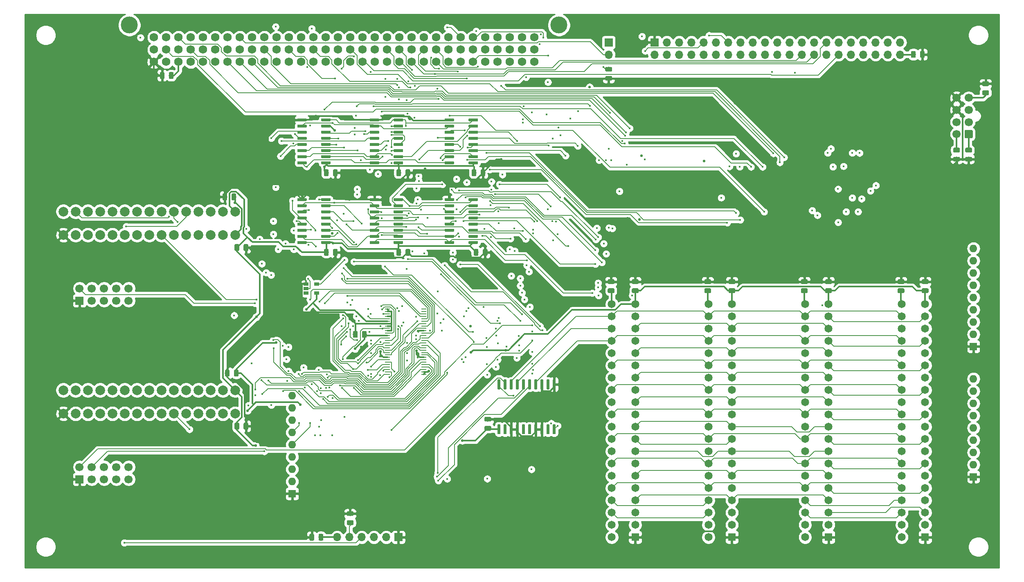
<source format=gbr>
G04 #@! TF.GenerationSoftware,KiCad,Pcbnew,(5.1.2)-1*
G04 #@! TF.CreationDate,2019-08-25T23:11:27+02:00*
G04 #@! TF.ProjectId,Project_GCM,50726f6a-6563-4745-9f47-434d2e6b6963,V4*
G04 #@! TF.SameCoordinates,PX40d9900PY1e84800*
G04 #@! TF.FileFunction,Copper,L4,Bot*
G04 #@! TF.FilePolarity,Positive*
%FSLAX46Y46*%
G04 Gerber Fmt 4.6, Leading zero omitted, Abs format (unit mm)*
G04 Created by KiCad (PCBNEW (5.1.2)-1) date 2019-08-25 23:11:27*
%MOMM*%
%LPD*%
G04 APERTURE LIST*
%ADD10C,2.000000*%
%ADD11C,1.750000*%
%ADD12C,3.500000*%
%ADD13C,0.100000*%
%ADD14C,0.975000*%
%ADD15C,1.700000*%
%ADD16R,1.650000X1.650000*%
%ADD17C,1.650000*%
%ADD18R,1.700000X1.700000*%
%ADD19O,1.700000X1.700000*%
%ADD20R,1.600000X1.600000*%
%ADD21O,1.600000X1.600000*%
%ADD22C,0.600000*%
%ADD23R,1.060000X0.650000*%
%ADD24R,1.000000X0.285000*%
%ADD25C,0.550000*%
%ADD26C,0.450000*%
%ADD27C,0.300000*%
%ADD28C,0.284800*%
%ADD29C,0.180000*%
%ADD30C,0.254000*%
G04 APERTURE END LIST*
D10*
X44190000Y-83400000D03*
X44190000Y-78540000D03*
X41650000Y-83400000D03*
X41650000Y-78540000D03*
X39110000Y-83400000D03*
X39110000Y-78540000D03*
X36570000Y-83400000D03*
X36570000Y-78540000D03*
X34030000Y-83400000D03*
X34030000Y-78540000D03*
X31490000Y-83400000D03*
X31490000Y-78540000D03*
X28950000Y-83400000D03*
X28950000Y-78540000D03*
X26410000Y-83400000D03*
X26410000Y-78540000D03*
X23870000Y-83400000D03*
X23870000Y-78540000D03*
X21330000Y-83400000D03*
X21330000Y-78540000D03*
X18790000Y-83400000D03*
X18790000Y-78540000D03*
X16250000Y-83400000D03*
X16250000Y-78540000D03*
X13710000Y-83400000D03*
X13710000Y-78540000D03*
X11170000Y-83400000D03*
X11170000Y-78540000D03*
X8640000Y-83400000D03*
X8630000Y-78540000D03*
X44190000Y-46400000D03*
X44190000Y-41540000D03*
X41650000Y-46400000D03*
X41650000Y-41540000D03*
X39110000Y-46400000D03*
X39110000Y-41540000D03*
X36570000Y-46400000D03*
X36570000Y-41540000D03*
X34030000Y-46400000D03*
X34030000Y-41540000D03*
X31490000Y-46400000D03*
X31490000Y-41540000D03*
X28950000Y-46400000D03*
X28950000Y-41540000D03*
X26410000Y-46400000D03*
X26410000Y-41540000D03*
X23870000Y-46400000D03*
X23870000Y-41540000D03*
X21330000Y-46400000D03*
X21330000Y-41540000D03*
X18790000Y-46400000D03*
X18790000Y-41540000D03*
X16250000Y-46400000D03*
X16250000Y-41540000D03*
X13710000Y-46400000D03*
X13710000Y-41540000D03*
X11170000Y-46400000D03*
X11170000Y-41540000D03*
X8640000Y-46400000D03*
X8630000Y-41540000D03*
D11*
X106140000Y-5460000D03*
X103600000Y-5460000D03*
X101060000Y-5460000D03*
X98520000Y-5460000D03*
X95980000Y-5460000D03*
X93440000Y-5460000D03*
X90900000Y-5460000D03*
X88360000Y-5460000D03*
X85820000Y-5460000D03*
X83280000Y-5460000D03*
X80740000Y-5460000D03*
X78200000Y-5460000D03*
X75660000Y-5460000D03*
X73120000Y-5460000D03*
X70580000Y-5460000D03*
X68040000Y-5460000D03*
X65500000Y-5460000D03*
X62960000Y-5460000D03*
X60420000Y-5460000D03*
X57880000Y-5460000D03*
X55340000Y-5460000D03*
X52800000Y-5460000D03*
X50260000Y-5460000D03*
X47720000Y-5460000D03*
X45180000Y-5460000D03*
X42640000Y-5460000D03*
X40100000Y-5460000D03*
X37560000Y-5460000D03*
X35020000Y-5460000D03*
X32480000Y-5460000D03*
X29940000Y-5460000D03*
X27400000Y-5460000D03*
X106140000Y-8000000D03*
X103600000Y-8000000D03*
X101060000Y-8000000D03*
X98520000Y-8000000D03*
X95980000Y-8000000D03*
X93440000Y-8000000D03*
X90900000Y-8000000D03*
X88360000Y-8000000D03*
X85820000Y-8000000D03*
X83280000Y-8000000D03*
X80740000Y-8000000D03*
X78200000Y-8000000D03*
X75660000Y-8000000D03*
X73120000Y-8000000D03*
X70580000Y-8000000D03*
X68040000Y-8000000D03*
X65500000Y-8000000D03*
X62960000Y-8000000D03*
X60420000Y-8000000D03*
X57880000Y-8000000D03*
X55340000Y-8000000D03*
X52800000Y-8000000D03*
X50260000Y-8000000D03*
X47720000Y-8000000D03*
X45180000Y-8000000D03*
X42640000Y-8000000D03*
X40100000Y-8000000D03*
X37560000Y-8000000D03*
X35020000Y-8000000D03*
X32480000Y-8000000D03*
X29940000Y-8000000D03*
X27400000Y-8000000D03*
X106140000Y-10540000D03*
X103600000Y-10540000D03*
X101060000Y-10540000D03*
X98520000Y-10540000D03*
X95980000Y-10540000D03*
X93440000Y-10540000D03*
X90900000Y-10540000D03*
X88360000Y-10540000D03*
X85820000Y-10540000D03*
X83280000Y-10540000D03*
X80740000Y-10540000D03*
X78200000Y-10540000D03*
X75660000Y-10540000D03*
X73120000Y-10540000D03*
X70580000Y-10540000D03*
X68040000Y-10540000D03*
X65500000Y-10540000D03*
X62960000Y-10540000D03*
X60420000Y-10540000D03*
X57880000Y-10540000D03*
X55340000Y-10540000D03*
X52800000Y-10540000D03*
X50260000Y-10540000D03*
X47720000Y-10540000D03*
X45180000Y-10540000D03*
X42640000Y-10540000D03*
X40100000Y-10540000D03*
X37560000Y-10540000D03*
X35020000Y-10540000D03*
X32480000Y-10540000D03*
X29940000Y-10540000D03*
X27400000Y-10540000D03*
D12*
X111220000Y-2920000D03*
X22320000Y-2920000D03*
D13*
G36*
X196480142Y-28326174D02*
G01*
X196503803Y-28329684D01*
X196527007Y-28335496D01*
X196549529Y-28343554D01*
X196571153Y-28353782D01*
X196591670Y-28366079D01*
X196610883Y-28380329D01*
X196628607Y-28396393D01*
X196644671Y-28414117D01*
X196658921Y-28433330D01*
X196671218Y-28453847D01*
X196681446Y-28475471D01*
X196689504Y-28497993D01*
X196695316Y-28521197D01*
X196698826Y-28544858D01*
X196700000Y-28568750D01*
X196700000Y-29056250D01*
X196698826Y-29080142D01*
X196695316Y-29103803D01*
X196689504Y-29127007D01*
X196681446Y-29149529D01*
X196671218Y-29171153D01*
X196658921Y-29191670D01*
X196644671Y-29210883D01*
X196628607Y-29228607D01*
X196610883Y-29244671D01*
X196591670Y-29258921D01*
X196571153Y-29271218D01*
X196549529Y-29281446D01*
X196527007Y-29289504D01*
X196503803Y-29295316D01*
X196480142Y-29298826D01*
X196456250Y-29300000D01*
X195543750Y-29300000D01*
X195519858Y-29298826D01*
X195496197Y-29295316D01*
X195472993Y-29289504D01*
X195450471Y-29281446D01*
X195428847Y-29271218D01*
X195408330Y-29258921D01*
X195389117Y-29244671D01*
X195371393Y-29228607D01*
X195355329Y-29210883D01*
X195341079Y-29191670D01*
X195328782Y-29171153D01*
X195318554Y-29149529D01*
X195310496Y-29127007D01*
X195304684Y-29103803D01*
X195301174Y-29080142D01*
X195300000Y-29056250D01*
X195300000Y-28568750D01*
X195301174Y-28544858D01*
X195304684Y-28521197D01*
X195310496Y-28497993D01*
X195318554Y-28475471D01*
X195328782Y-28453847D01*
X195341079Y-28433330D01*
X195355329Y-28414117D01*
X195371393Y-28396393D01*
X195389117Y-28380329D01*
X195408330Y-28366079D01*
X195428847Y-28353782D01*
X195450471Y-28343554D01*
X195472993Y-28335496D01*
X195496197Y-28329684D01*
X195519858Y-28326174D01*
X195543750Y-28325000D01*
X196456250Y-28325000D01*
X196480142Y-28326174D01*
X196480142Y-28326174D01*
G37*
D14*
X196000000Y-28812500D03*
D13*
G36*
X196480142Y-30201174D02*
G01*
X196503803Y-30204684D01*
X196527007Y-30210496D01*
X196549529Y-30218554D01*
X196571153Y-30228782D01*
X196591670Y-30241079D01*
X196610883Y-30255329D01*
X196628607Y-30271393D01*
X196644671Y-30289117D01*
X196658921Y-30308330D01*
X196671218Y-30328847D01*
X196681446Y-30350471D01*
X196689504Y-30372993D01*
X196695316Y-30396197D01*
X196698826Y-30419858D01*
X196700000Y-30443750D01*
X196700000Y-30931250D01*
X196698826Y-30955142D01*
X196695316Y-30978803D01*
X196689504Y-31002007D01*
X196681446Y-31024529D01*
X196671218Y-31046153D01*
X196658921Y-31066670D01*
X196644671Y-31085883D01*
X196628607Y-31103607D01*
X196610883Y-31119671D01*
X196591670Y-31133921D01*
X196571153Y-31146218D01*
X196549529Y-31156446D01*
X196527007Y-31164504D01*
X196503803Y-31170316D01*
X196480142Y-31173826D01*
X196456250Y-31175000D01*
X195543750Y-31175000D01*
X195519858Y-31173826D01*
X195496197Y-31170316D01*
X195472993Y-31164504D01*
X195450471Y-31156446D01*
X195428847Y-31146218D01*
X195408330Y-31133921D01*
X195389117Y-31119671D01*
X195371393Y-31103607D01*
X195355329Y-31085883D01*
X195341079Y-31066670D01*
X195328782Y-31046153D01*
X195318554Y-31024529D01*
X195310496Y-31002007D01*
X195304684Y-30978803D01*
X195301174Y-30955142D01*
X195300000Y-30931250D01*
X195300000Y-30443750D01*
X195301174Y-30419858D01*
X195304684Y-30396197D01*
X195310496Y-30372993D01*
X195318554Y-30350471D01*
X195328782Y-30328847D01*
X195341079Y-30308330D01*
X195355329Y-30289117D01*
X195371393Y-30271393D01*
X195389117Y-30255329D01*
X195408330Y-30241079D01*
X195428847Y-30228782D01*
X195450471Y-30218554D01*
X195472993Y-30210496D01*
X195496197Y-30204684D01*
X195519858Y-30201174D01*
X195543750Y-30200000D01*
X196456250Y-30200000D01*
X196480142Y-30201174D01*
X196480142Y-30201174D01*
G37*
D14*
X196000000Y-30687500D03*
D13*
G36*
X199980142Y-16451174D02*
G01*
X200003803Y-16454684D01*
X200027007Y-16460496D01*
X200049529Y-16468554D01*
X200071153Y-16478782D01*
X200091670Y-16491079D01*
X200110883Y-16505329D01*
X200128607Y-16521393D01*
X200144671Y-16539117D01*
X200158921Y-16558330D01*
X200171218Y-16578847D01*
X200181446Y-16600471D01*
X200189504Y-16622993D01*
X200195316Y-16646197D01*
X200198826Y-16669858D01*
X200200000Y-16693750D01*
X200200000Y-17181250D01*
X200198826Y-17205142D01*
X200195316Y-17228803D01*
X200189504Y-17252007D01*
X200181446Y-17274529D01*
X200171218Y-17296153D01*
X200158921Y-17316670D01*
X200144671Y-17335883D01*
X200128607Y-17353607D01*
X200110883Y-17369671D01*
X200091670Y-17383921D01*
X200071153Y-17396218D01*
X200049529Y-17406446D01*
X200027007Y-17414504D01*
X200003803Y-17420316D01*
X199980142Y-17423826D01*
X199956250Y-17425000D01*
X199043750Y-17425000D01*
X199019858Y-17423826D01*
X198996197Y-17420316D01*
X198972993Y-17414504D01*
X198950471Y-17406446D01*
X198928847Y-17396218D01*
X198908330Y-17383921D01*
X198889117Y-17369671D01*
X198871393Y-17353607D01*
X198855329Y-17335883D01*
X198841079Y-17316670D01*
X198828782Y-17296153D01*
X198818554Y-17274529D01*
X198810496Y-17252007D01*
X198804684Y-17228803D01*
X198801174Y-17205142D01*
X198800000Y-17181250D01*
X198800000Y-16693750D01*
X198801174Y-16669858D01*
X198804684Y-16646197D01*
X198810496Y-16622993D01*
X198818554Y-16600471D01*
X198828782Y-16578847D01*
X198841079Y-16558330D01*
X198855329Y-16539117D01*
X198871393Y-16521393D01*
X198889117Y-16505329D01*
X198908330Y-16491079D01*
X198928847Y-16478782D01*
X198950471Y-16468554D01*
X198972993Y-16460496D01*
X198996197Y-16454684D01*
X199019858Y-16451174D01*
X199043750Y-16450000D01*
X199956250Y-16450000D01*
X199980142Y-16451174D01*
X199980142Y-16451174D01*
G37*
D14*
X199500000Y-16937500D03*
D13*
G36*
X199980142Y-14576174D02*
G01*
X200003803Y-14579684D01*
X200027007Y-14585496D01*
X200049529Y-14593554D01*
X200071153Y-14603782D01*
X200091670Y-14616079D01*
X200110883Y-14630329D01*
X200128607Y-14646393D01*
X200144671Y-14664117D01*
X200158921Y-14683330D01*
X200171218Y-14703847D01*
X200181446Y-14725471D01*
X200189504Y-14747993D01*
X200195316Y-14771197D01*
X200198826Y-14794858D01*
X200200000Y-14818750D01*
X200200000Y-15306250D01*
X200198826Y-15330142D01*
X200195316Y-15353803D01*
X200189504Y-15377007D01*
X200181446Y-15399529D01*
X200171218Y-15421153D01*
X200158921Y-15441670D01*
X200144671Y-15460883D01*
X200128607Y-15478607D01*
X200110883Y-15494671D01*
X200091670Y-15508921D01*
X200071153Y-15521218D01*
X200049529Y-15531446D01*
X200027007Y-15539504D01*
X200003803Y-15545316D01*
X199980142Y-15548826D01*
X199956250Y-15550000D01*
X199043750Y-15550000D01*
X199019858Y-15548826D01*
X198996197Y-15545316D01*
X198972993Y-15539504D01*
X198950471Y-15531446D01*
X198928847Y-15521218D01*
X198908330Y-15508921D01*
X198889117Y-15494671D01*
X198871393Y-15478607D01*
X198855329Y-15460883D01*
X198841079Y-15441670D01*
X198828782Y-15421153D01*
X198818554Y-15399529D01*
X198810496Y-15377007D01*
X198804684Y-15353803D01*
X198801174Y-15330142D01*
X198800000Y-15306250D01*
X198800000Y-14818750D01*
X198801174Y-14794858D01*
X198804684Y-14771197D01*
X198810496Y-14747993D01*
X198818554Y-14725471D01*
X198828782Y-14703847D01*
X198841079Y-14683330D01*
X198855329Y-14664117D01*
X198871393Y-14646393D01*
X198889117Y-14630329D01*
X198908330Y-14616079D01*
X198928847Y-14603782D01*
X198950471Y-14593554D01*
X198972993Y-14585496D01*
X198996197Y-14579684D01*
X199019858Y-14576174D01*
X199043750Y-14575000D01*
X199956250Y-14575000D01*
X199980142Y-14576174D01*
X199980142Y-14576174D01*
G37*
D14*
X199500000Y-15062500D03*
D13*
G36*
X193980142Y-30201174D02*
G01*
X194003803Y-30204684D01*
X194027007Y-30210496D01*
X194049529Y-30218554D01*
X194071153Y-30228782D01*
X194091670Y-30241079D01*
X194110883Y-30255329D01*
X194128607Y-30271393D01*
X194144671Y-30289117D01*
X194158921Y-30308330D01*
X194171218Y-30328847D01*
X194181446Y-30350471D01*
X194189504Y-30372993D01*
X194195316Y-30396197D01*
X194198826Y-30419858D01*
X194200000Y-30443750D01*
X194200000Y-30931250D01*
X194198826Y-30955142D01*
X194195316Y-30978803D01*
X194189504Y-31002007D01*
X194181446Y-31024529D01*
X194171218Y-31046153D01*
X194158921Y-31066670D01*
X194144671Y-31085883D01*
X194128607Y-31103607D01*
X194110883Y-31119671D01*
X194091670Y-31133921D01*
X194071153Y-31146218D01*
X194049529Y-31156446D01*
X194027007Y-31164504D01*
X194003803Y-31170316D01*
X193980142Y-31173826D01*
X193956250Y-31175000D01*
X193043750Y-31175000D01*
X193019858Y-31173826D01*
X192996197Y-31170316D01*
X192972993Y-31164504D01*
X192950471Y-31156446D01*
X192928847Y-31146218D01*
X192908330Y-31133921D01*
X192889117Y-31119671D01*
X192871393Y-31103607D01*
X192855329Y-31085883D01*
X192841079Y-31066670D01*
X192828782Y-31046153D01*
X192818554Y-31024529D01*
X192810496Y-31002007D01*
X192804684Y-30978803D01*
X192801174Y-30955142D01*
X192800000Y-30931250D01*
X192800000Y-30443750D01*
X192801174Y-30419858D01*
X192804684Y-30396197D01*
X192810496Y-30372993D01*
X192818554Y-30350471D01*
X192828782Y-30328847D01*
X192841079Y-30308330D01*
X192855329Y-30289117D01*
X192871393Y-30271393D01*
X192889117Y-30255329D01*
X192908330Y-30241079D01*
X192928847Y-30228782D01*
X192950471Y-30218554D01*
X192972993Y-30210496D01*
X192996197Y-30204684D01*
X193019858Y-30201174D01*
X193043750Y-30200000D01*
X193956250Y-30200000D01*
X193980142Y-30201174D01*
X193980142Y-30201174D01*
G37*
D14*
X193500000Y-30687500D03*
D13*
G36*
X193980142Y-28326174D02*
G01*
X194003803Y-28329684D01*
X194027007Y-28335496D01*
X194049529Y-28343554D01*
X194071153Y-28353782D01*
X194091670Y-28366079D01*
X194110883Y-28380329D01*
X194128607Y-28396393D01*
X194144671Y-28414117D01*
X194158921Y-28433330D01*
X194171218Y-28453847D01*
X194181446Y-28475471D01*
X194189504Y-28497993D01*
X194195316Y-28521197D01*
X194198826Y-28544858D01*
X194200000Y-28568750D01*
X194200000Y-29056250D01*
X194198826Y-29080142D01*
X194195316Y-29103803D01*
X194189504Y-29127007D01*
X194181446Y-29149529D01*
X194171218Y-29171153D01*
X194158921Y-29191670D01*
X194144671Y-29210883D01*
X194128607Y-29228607D01*
X194110883Y-29244671D01*
X194091670Y-29258921D01*
X194071153Y-29271218D01*
X194049529Y-29281446D01*
X194027007Y-29289504D01*
X194003803Y-29295316D01*
X193980142Y-29298826D01*
X193956250Y-29300000D01*
X193043750Y-29300000D01*
X193019858Y-29298826D01*
X192996197Y-29295316D01*
X192972993Y-29289504D01*
X192950471Y-29281446D01*
X192928847Y-29271218D01*
X192908330Y-29258921D01*
X192889117Y-29244671D01*
X192871393Y-29228607D01*
X192855329Y-29210883D01*
X192841079Y-29191670D01*
X192828782Y-29171153D01*
X192818554Y-29149529D01*
X192810496Y-29127007D01*
X192804684Y-29103803D01*
X192801174Y-29080142D01*
X192800000Y-29056250D01*
X192800000Y-28568750D01*
X192801174Y-28544858D01*
X192804684Y-28521197D01*
X192810496Y-28497993D01*
X192818554Y-28475471D01*
X192828782Y-28453847D01*
X192841079Y-28433330D01*
X192855329Y-28414117D01*
X192871393Y-28396393D01*
X192889117Y-28380329D01*
X192908330Y-28366079D01*
X192928847Y-28353782D01*
X192950471Y-28343554D01*
X192972993Y-28335496D01*
X192996197Y-28329684D01*
X193019858Y-28326174D01*
X193043750Y-28325000D01*
X193956250Y-28325000D01*
X193980142Y-28326174D01*
X193980142Y-28326174D01*
G37*
D14*
X193500000Y-28812500D03*
D13*
G36*
X96980142Y-85951174D02*
G01*
X97003803Y-85954684D01*
X97027007Y-85960496D01*
X97049529Y-85968554D01*
X97071153Y-85978782D01*
X97091670Y-85991079D01*
X97110883Y-86005329D01*
X97128607Y-86021393D01*
X97144671Y-86039117D01*
X97158921Y-86058330D01*
X97171218Y-86078847D01*
X97181446Y-86100471D01*
X97189504Y-86122993D01*
X97195316Y-86146197D01*
X97198826Y-86169858D01*
X97200000Y-86193750D01*
X97200000Y-86681250D01*
X97198826Y-86705142D01*
X97195316Y-86728803D01*
X97189504Y-86752007D01*
X97181446Y-86774529D01*
X97171218Y-86796153D01*
X97158921Y-86816670D01*
X97144671Y-86835883D01*
X97128607Y-86853607D01*
X97110883Y-86869671D01*
X97091670Y-86883921D01*
X97071153Y-86896218D01*
X97049529Y-86906446D01*
X97027007Y-86914504D01*
X97003803Y-86920316D01*
X96980142Y-86923826D01*
X96956250Y-86925000D01*
X96043750Y-86925000D01*
X96019858Y-86923826D01*
X95996197Y-86920316D01*
X95972993Y-86914504D01*
X95950471Y-86906446D01*
X95928847Y-86896218D01*
X95908330Y-86883921D01*
X95889117Y-86869671D01*
X95871393Y-86853607D01*
X95855329Y-86835883D01*
X95841079Y-86816670D01*
X95828782Y-86796153D01*
X95818554Y-86774529D01*
X95810496Y-86752007D01*
X95804684Y-86728803D01*
X95801174Y-86705142D01*
X95800000Y-86681250D01*
X95800000Y-86193750D01*
X95801174Y-86169858D01*
X95804684Y-86146197D01*
X95810496Y-86122993D01*
X95818554Y-86100471D01*
X95828782Y-86078847D01*
X95841079Y-86058330D01*
X95855329Y-86039117D01*
X95871393Y-86021393D01*
X95889117Y-86005329D01*
X95908330Y-85991079D01*
X95928847Y-85978782D01*
X95950471Y-85968554D01*
X95972993Y-85960496D01*
X95996197Y-85954684D01*
X96019858Y-85951174D01*
X96043750Y-85950000D01*
X96956250Y-85950000D01*
X96980142Y-85951174D01*
X96980142Y-85951174D01*
G37*
D14*
X96500000Y-86437500D03*
D13*
G36*
X96980142Y-84076174D02*
G01*
X97003803Y-84079684D01*
X97027007Y-84085496D01*
X97049529Y-84093554D01*
X97071153Y-84103782D01*
X97091670Y-84116079D01*
X97110883Y-84130329D01*
X97128607Y-84146393D01*
X97144671Y-84164117D01*
X97158921Y-84183330D01*
X97171218Y-84203847D01*
X97181446Y-84225471D01*
X97189504Y-84247993D01*
X97195316Y-84271197D01*
X97198826Y-84294858D01*
X97200000Y-84318750D01*
X97200000Y-84806250D01*
X97198826Y-84830142D01*
X97195316Y-84853803D01*
X97189504Y-84877007D01*
X97181446Y-84899529D01*
X97171218Y-84921153D01*
X97158921Y-84941670D01*
X97144671Y-84960883D01*
X97128607Y-84978607D01*
X97110883Y-84994671D01*
X97091670Y-85008921D01*
X97071153Y-85021218D01*
X97049529Y-85031446D01*
X97027007Y-85039504D01*
X97003803Y-85045316D01*
X96980142Y-85048826D01*
X96956250Y-85050000D01*
X96043750Y-85050000D01*
X96019858Y-85048826D01*
X95996197Y-85045316D01*
X95972993Y-85039504D01*
X95950471Y-85031446D01*
X95928847Y-85021218D01*
X95908330Y-85008921D01*
X95889117Y-84994671D01*
X95871393Y-84978607D01*
X95855329Y-84960883D01*
X95841079Y-84941670D01*
X95828782Y-84921153D01*
X95818554Y-84899529D01*
X95810496Y-84877007D01*
X95804684Y-84853803D01*
X95801174Y-84830142D01*
X95800000Y-84806250D01*
X95800000Y-84318750D01*
X95801174Y-84294858D01*
X95804684Y-84271197D01*
X95810496Y-84247993D01*
X95818554Y-84225471D01*
X95828782Y-84203847D01*
X95841079Y-84183330D01*
X95855329Y-84164117D01*
X95871393Y-84146393D01*
X95889117Y-84130329D01*
X95908330Y-84116079D01*
X95928847Y-84103782D01*
X95950471Y-84093554D01*
X95972993Y-84085496D01*
X95996197Y-84079684D01*
X96019858Y-84076174D01*
X96043750Y-84075000D01*
X96956250Y-84075000D01*
X96980142Y-84076174D01*
X96980142Y-84076174D01*
G37*
D14*
X96500000Y-84562500D03*
D13*
G36*
X29360142Y-12661174D02*
G01*
X29383803Y-12664684D01*
X29407007Y-12670496D01*
X29429529Y-12678554D01*
X29451153Y-12688782D01*
X29471670Y-12701079D01*
X29490883Y-12715329D01*
X29508607Y-12731393D01*
X29524671Y-12749117D01*
X29538921Y-12768330D01*
X29551218Y-12788847D01*
X29561446Y-12810471D01*
X29569504Y-12832993D01*
X29575316Y-12856197D01*
X29578826Y-12879858D01*
X29580000Y-12903750D01*
X29580000Y-13816250D01*
X29578826Y-13840142D01*
X29575316Y-13863803D01*
X29569504Y-13887007D01*
X29561446Y-13909529D01*
X29551218Y-13931153D01*
X29538921Y-13951670D01*
X29524671Y-13970883D01*
X29508607Y-13988607D01*
X29490883Y-14004671D01*
X29471670Y-14018921D01*
X29451153Y-14031218D01*
X29429529Y-14041446D01*
X29407007Y-14049504D01*
X29383803Y-14055316D01*
X29360142Y-14058826D01*
X29336250Y-14060000D01*
X28848750Y-14060000D01*
X28824858Y-14058826D01*
X28801197Y-14055316D01*
X28777993Y-14049504D01*
X28755471Y-14041446D01*
X28733847Y-14031218D01*
X28713330Y-14018921D01*
X28694117Y-14004671D01*
X28676393Y-13988607D01*
X28660329Y-13970883D01*
X28646079Y-13951670D01*
X28633782Y-13931153D01*
X28623554Y-13909529D01*
X28615496Y-13887007D01*
X28609684Y-13863803D01*
X28606174Y-13840142D01*
X28605000Y-13816250D01*
X28605000Y-12903750D01*
X28606174Y-12879858D01*
X28609684Y-12856197D01*
X28615496Y-12832993D01*
X28623554Y-12810471D01*
X28633782Y-12788847D01*
X28646079Y-12768330D01*
X28660329Y-12749117D01*
X28676393Y-12731393D01*
X28694117Y-12715329D01*
X28713330Y-12701079D01*
X28733847Y-12688782D01*
X28755471Y-12678554D01*
X28777993Y-12670496D01*
X28801197Y-12664684D01*
X28824858Y-12661174D01*
X28848750Y-12660000D01*
X29336250Y-12660000D01*
X29360142Y-12661174D01*
X29360142Y-12661174D01*
G37*
D14*
X29092500Y-13360000D03*
D13*
G36*
X31235142Y-12661174D02*
G01*
X31258803Y-12664684D01*
X31282007Y-12670496D01*
X31304529Y-12678554D01*
X31326153Y-12688782D01*
X31346670Y-12701079D01*
X31365883Y-12715329D01*
X31383607Y-12731393D01*
X31399671Y-12749117D01*
X31413921Y-12768330D01*
X31426218Y-12788847D01*
X31436446Y-12810471D01*
X31444504Y-12832993D01*
X31450316Y-12856197D01*
X31453826Y-12879858D01*
X31455000Y-12903750D01*
X31455000Y-13816250D01*
X31453826Y-13840142D01*
X31450316Y-13863803D01*
X31444504Y-13887007D01*
X31436446Y-13909529D01*
X31426218Y-13931153D01*
X31413921Y-13951670D01*
X31399671Y-13970883D01*
X31383607Y-13988607D01*
X31365883Y-14004671D01*
X31346670Y-14018921D01*
X31326153Y-14031218D01*
X31304529Y-14041446D01*
X31282007Y-14049504D01*
X31258803Y-14055316D01*
X31235142Y-14058826D01*
X31211250Y-14060000D01*
X30723750Y-14060000D01*
X30699858Y-14058826D01*
X30676197Y-14055316D01*
X30652993Y-14049504D01*
X30630471Y-14041446D01*
X30608847Y-14031218D01*
X30588330Y-14018921D01*
X30569117Y-14004671D01*
X30551393Y-13988607D01*
X30535329Y-13970883D01*
X30521079Y-13951670D01*
X30508782Y-13931153D01*
X30498554Y-13909529D01*
X30490496Y-13887007D01*
X30484684Y-13863803D01*
X30481174Y-13840142D01*
X30480000Y-13816250D01*
X30480000Y-12903750D01*
X30481174Y-12879858D01*
X30484684Y-12856197D01*
X30490496Y-12832993D01*
X30498554Y-12810471D01*
X30508782Y-12788847D01*
X30521079Y-12768330D01*
X30535329Y-12749117D01*
X30551393Y-12731393D01*
X30569117Y-12715329D01*
X30588330Y-12701079D01*
X30608847Y-12688782D01*
X30630471Y-12678554D01*
X30652993Y-12670496D01*
X30676197Y-12664684D01*
X30699858Y-12661174D01*
X30723750Y-12660000D01*
X31211250Y-12660000D01*
X31235142Y-12661174D01*
X31235142Y-12661174D01*
G37*
D14*
X30967500Y-13360000D03*
D13*
G36*
X60330142Y-108301174D02*
G01*
X60353803Y-108304684D01*
X60377007Y-108310496D01*
X60399529Y-108318554D01*
X60421153Y-108328782D01*
X60441670Y-108341079D01*
X60460883Y-108355329D01*
X60478607Y-108371393D01*
X60494671Y-108389117D01*
X60508921Y-108408330D01*
X60521218Y-108428847D01*
X60531446Y-108450471D01*
X60539504Y-108472993D01*
X60545316Y-108496197D01*
X60548826Y-108519858D01*
X60550000Y-108543750D01*
X60550000Y-109456250D01*
X60548826Y-109480142D01*
X60545316Y-109503803D01*
X60539504Y-109527007D01*
X60531446Y-109549529D01*
X60521218Y-109571153D01*
X60508921Y-109591670D01*
X60494671Y-109610883D01*
X60478607Y-109628607D01*
X60460883Y-109644671D01*
X60441670Y-109658921D01*
X60421153Y-109671218D01*
X60399529Y-109681446D01*
X60377007Y-109689504D01*
X60353803Y-109695316D01*
X60330142Y-109698826D01*
X60306250Y-109700000D01*
X59818750Y-109700000D01*
X59794858Y-109698826D01*
X59771197Y-109695316D01*
X59747993Y-109689504D01*
X59725471Y-109681446D01*
X59703847Y-109671218D01*
X59683330Y-109658921D01*
X59664117Y-109644671D01*
X59646393Y-109628607D01*
X59630329Y-109610883D01*
X59616079Y-109591670D01*
X59603782Y-109571153D01*
X59593554Y-109549529D01*
X59585496Y-109527007D01*
X59579684Y-109503803D01*
X59576174Y-109480142D01*
X59575000Y-109456250D01*
X59575000Y-108543750D01*
X59576174Y-108519858D01*
X59579684Y-108496197D01*
X59585496Y-108472993D01*
X59593554Y-108450471D01*
X59603782Y-108428847D01*
X59616079Y-108408330D01*
X59630329Y-108389117D01*
X59646393Y-108371393D01*
X59664117Y-108355329D01*
X59683330Y-108341079D01*
X59703847Y-108328782D01*
X59725471Y-108318554D01*
X59747993Y-108310496D01*
X59771197Y-108304684D01*
X59794858Y-108301174D01*
X59818750Y-108300000D01*
X60306250Y-108300000D01*
X60330142Y-108301174D01*
X60330142Y-108301174D01*
G37*
D14*
X60062500Y-109000000D03*
D13*
G36*
X62205142Y-108301174D02*
G01*
X62228803Y-108304684D01*
X62252007Y-108310496D01*
X62274529Y-108318554D01*
X62296153Y-108328782D01*
X62316670Y-108341079D01*
X62335883Y-108355329D01*
X62353607Y-108371393D01*
X62369671Y-108389117D01*
X62383921Y-108408330D01*
X62396218Y-108428847D01*
X62406446Y-108450471D01*
X62414504Y-108472993D01*
X62420316Y-108496197D01*
X62423826Y-108519858D01*
X62425000Y-108543750D01*
X62425000Y-109456250D01*
X62423826Y-109480142D01*
X62420316Y-109503803D01*
X62414504Y-109527007D01*
X62406446Y-109549529D01*
X62396218Y-109571153D01*
X62383921Y-109591670D01*
X62369671Y-109610883D01*
X62353607Y-109628607D01*
X62335883Y-109644671D01*
X62316670Y-109658921D01*
X62296153Y-109671218D01*
X62274529Y-109681446D01*
X62252007Y-109689504D01*
X62228803Y-109695316D01*
X62205142Y-109698826D01*
X62181250Y-109700000D01*
X61693750Y-109700000D01*
X61669858Y-109698826D01*
X61646197Y-109695316D01*
X61622993Y-109689504D01*
X61600471Y-109681446D01*
X61578847Y-109671218D01*
X61558330Y-109658921D01*
X61539117Y-109644671D01*
X61521393Y-109628607D01*
X61505329Y-109610883D01*
X61491079Y-109591670D01*
X61478782Y-109571153D01*
X61468554Y-109549529D01*
X61460496Y-109527007D01*
X61454684Y-109503803D01*
X61451174Y-109480142D01*
X61450000Y-109456250D01*
X61450000Y-108543750D01*
X61451174Y-108519858D01*
X61454684Y-108496197D01*
X61460496Y-108472993D01*
X61468554Y-108450471D01*
X61478782Y-108428847D01*
X61491079Y-108408330D01*
X61505329Y-108389117D01*
X61521393Y-108371393D01*
X61539117Y-108355329D01*
X61558330Y-108341079D01*
X61578847Y-108328782D01*
X61600471Y-108318554D01*
X61622993Y-108310496D01*
X61646197Y-108304684D01*
X61669858Y-108301174D01*
X61693750Y-108300000D01*
X62181250Y-108300000D01*
X62205142Y-108301174D01*
X62205142Y-108301174D01*
G37*
D14*
X61937500Y-109000000D03*
D13*
G36*
X184830142Y-8301174D02*
G01*
X184853803Y-8304684D01*
X184877007Y-8310496D01*
X184899529Y-8318554D01*
X184921153Y-8328782D01*
X184941670Y-8341079D01*
X184960883Y-8355329D01*
X184978607Y-8371393D01*
X184994671Y-8389117D01*
X185008921Y-8408330D01*
X185021218Y-8428847D01*
X185031446Y-8450471D01*
X185039504Y-8472993D01*
X185045316Y-8496197D01*
X185048826Y-8519858D01*
X185050000Y-8543750D01*
X185050000Y-9456250D01*
X185048826Y-9480142D01*
X185045316Y-9503803D01*
X185039504Y-9527007D01*
X185031446Y-9549529D01*
X185021218Y-9571153D01*
X185008921Y-9591670D01*
X184994671Y-9610883D01*
X184978607Y-9628607D01*
X184960883Y-9644671D01*
X184941670Y-9658921D01*
X184921153Y-9671218D01*
X184899529Y-9681446D01*
X184877007Y-9689504D01*
X184853803Y-9695316D01*
X184830142Y-9698826D01*
X184806250Y-9700000D01*
X184318750Y-9700000D01*
X184294858Y-9698826D01*
X184271197Y-9695316D01*
X184247993Y-9689504D01*
X184225471Y-9681446D01*
X184203847Y-9671218D01*
X184183330Y-9658921D01*
X184164117Y-9644671D01*
X184146393Y-9628607D01*
X184130329Y-9610883D01*
X184116079Y-9591670D01*
X184103782Y-9571153D01*
X184093554Y-9549529D01*
X184085496Y-9527007D01*
X184079684Y-9503803D01*
X184076174Y-9480142D01*
X184075000Y-9456250D01*
X184075000Y-8543750D01*
X184076174Y-8519858D01*
X184079684Y-8496197D01*
X184085496Y-8472993D01*
X184093554Y-8450471D01*
X184103782Y-8428847D01*
X184116079Y-8408330D01*
X184130329Y-8389117D01*
X184146393Y-8371393D01*
X184164117Y-8355329D01*
X184183330Y-8341079D01*
X184203847Y-8328782D01*
X184225471Y-8318554D01*
X184247993Y-8310496D01*
X184271197Y-8304684D01*
X184294858Y-8301174D01*
X184318750Y-8300000D01*
X184806250Y-8300000D01*
X184830142Y-8301174D01*
X184830142Y-8301174D01*
G37*
D14*
X184562500Y-9000000D03*
D13*
G36*
X186705142Y-8301174D02*
G01*
X186728803Y-8304684D01*
X186752007Y-8310496D01*
X186774529Y-8318554D01*
X186796153Y-8328782D01*
X186816670Y-8341079D01*
X186835883Y-8355329D01*
X186853607Y-8371393D01*
X186869671Y-8389117D01*
X186883921Y-8408330D01*
X186896218Y-8428847D01*
X186906446Y-8450471D01*
X186914504Y-8472993D01*
X186920316Y-8496197D01*
X186923826Y-8519858D01*
X186925000Y-8543750D01*
X186925000Y-9456250D01*
X186923826Y-9480142D01*
X186920316Y-9503803D01*
X186914504Y-9527007D01*
X186906446Y-9549529D01*
X186896218Y-9571153D01*
X186883921Y-9591670D01*
X186869671Y-9610883D01*
X186853607Y-9628607D01*
X186835883Y-9644671D01*
X186816670Y-9658921D01*
X186796153Y-9671218D01*
X186774529Y-9681446D01*
X186752007Y-9689504D01*
X186728803Y-9695316D01*
X186705142Y-9698826D01*
X186681250Y-9700000D01*
X186193750Y-9700000D01*
X186169858Y-9698826D01*
X186146197Y-9695316D01*
X186122993Y-9689504D01*
X186100471Y-9681446D01*
X186078847Y-9671218D01*
X186058330Y-9658921D01*
X186039117Y-9644671D01*
X186021393Y-9628607D01*
X186005329Y-9610883D01*
X185991079Y-9591670D01*
X185978782Y-9571153D01*
X185968554Y-9549529D01*
X185960496Y-9527007D01*
X185954684Y-9503803D01*
X185951174Y-9480142D01*
X185950000Y-9456250D01*
X185950000Y-8543750D01*
X185951174Y-8519858D01*
X185954684Y-8496197D01*
X185960496Y-8472993D01*
X185968554Y-8450471D01*
X185978782Y-8428847D01*
X185991079Y-8408330D01*
X186005329Y-8389117D01*
X186021393Y-8371393D01*
X186039117Y-8355329D01*
X186058330Y-8341079D01*
X186078847Y-8328782D01*
X186100471Y-8318554D01*
X186122993Y-8310496D01*
X186146197Y-8304684D01*
X186169858Y-8301174D01*
X186193750Y-8300000D01*
X186681250Y-8300000D01*
X186705142Y-8301174D01*
X186705142Y-8301174D01*
G37*
D14*
X186437500Y-9000000D03*
D13*
G36*
X65205142Y-32801174D02*
G01*
X65228803Y-32804684D01*
X65252007Y-32810496D01*
X65274529Y-32818554D01*
X65296153Y-32828782D01*
X65316670Y-32841079D01*
X65335883Y-32855329D01*
X65353607Y-32871393D01*
X65369671Y-32889117D01*
X65383921Y-32908330D01*
X65396218Y-32928847D01*
X65406446Y-32950471D01*
X65414504Y-32972993D01*
X65420316Y-32996197D01*
X65423826Y-33019858D01*
X65425000Y-33043750D01*
X65425000Y-33956250D01*
X65423826Y-33980142D01*
X65420316Y-34003803D01*
X65414504Y-34027007D01*
X65406446Y-34049529D01*
X65396218Y-34071153D01*
X65383921Y-34091670D01*
X65369671Y-34110883D01*
X65353607Y-34128607D01*
X65335883Y-34144671D01*
X65316670Y-34158921D01*
X65296153Y-34171218D01*
X65274529Y-34181446D01*
X65252007Y-34189504D01*
X65228803Y-34195316D01*
X65205142Y-34198826D01*
X65181250Y-34200000D01*
X64693750Y-34200000D01*
X64669858Y-34198826D01*
X64646197Y-34195316D01*
X64622993Y-34189504D01*
X64600471Y-34181446D01*
X64578847Y-34171218D01*
X64558330Y-34158921D01*
X64539117Y-34144671D01*
X64521393Y-34128607D01*
X64505329Y-34110883D01*
X64491079Y-34091670D01*
X64478782Y-34071153D01*
X64468554Y-34049529D01*
X64460496Y-34027007D01*
X64454684Y-34003803D01*
X64451174Y-33980142D01*
X64450000Y-33956250D01*
X64450000Y-33043750D01*
X64451174Y-33019858D01*
X64454684Y-32996197D01*
X64460496Y-32972993D01*
X64468554Y-32950471D01*
X64478782Y-32928847D01*
X64491079Y-32908330D01*
X64505329Y-32889117D01*
X64521393Y-32871393D01*
X64539117Y-32855329D01*
X64558330Y-32841079D01*
X64578847Y-32828782D01*
X64600471Y-32818554D01*
X64622993Y-32810496D01*
X64646197Y-32804684D01*
X64669858Y-32801174D01*
X64693750Y-32800000D01*
X65181250Y-32800000D01*
X65205142Y-32801174D01*
X65205142Y-32801174D01*
G37*
D14*
X64937500Y-33500000D03*
D13*
G36*
X63330142Y-32801174D02*
G01*
X63353803Y-32804684D01*
X63377007Y-32810496D01*
X63399529Y-32818554D01*
X63421153Y-32828782D01*
X63441670Y-32841079D01*
X63460883Y-32855329D01*
X63478607Y-32871393D01*
X63494671Y-32889117D01*
X63508921Y-32908330D01*
X63521218Y-32928847D01*
X63531446Y-32950471D01*
X63539504Y-32972993D01*
X63545316Y-32996197D01*
X63548826Y-33019858D01*
X63550000Y-33043750D01*
X63550000Y-33956250D01*
X63548826Y-33980142D01*
X63545316Y-34003803D01*
X63539504Y-34027007D01*
X63531446Y-34049529D01*
X63521218Y-34071153D01*
X63508921Y-34091670D01*
X63494671Y-34110883D01*
X63478607Y-34128607D01*
X63460883Y-34144671D01*
X63441670Y-34158921D01*
X63421153Y-34171218D01*
X63399529Y-34181446D01*
X63377007Y-34189504D01*
X63353803Y-34195316D01*
X63330142Y-34198826D01*
X63306250Y-34200000D01*
X62818750Y-34200000D01*
X62794858Y-34198826D01*
X62771197Y-34195316D01*
X62747993Y-34189504D01*
X62725471Y-34181446D01*
X62703847Y-34171218D01*
X62683330Y-34158921D01*
X62664117Y-34144671D01*
X62646393Y-34128607D01*
X62630329Y-34110883D01*
X62616079Y-34091670D01*
X62603782Y-34071153D01*
X62593554Y-34049529D01*
X62585496Y-34027007D01*
X62579684Y-34003803D01*
X62576174Y-33980142D01*
X62575000Y-33956250D01*
X62575000Y-33043750D01*
X62576174Y-33019858D01*
X62579684Y-32996197D01*
X62585496Y-32972993D01*
X62593554Y-32950471D01*
X62603782Y-32928847D01*
X62616079Y-32908330D01*
X62630329Y-32889117D01*
X62646393Y-32871393D01*
X62664117Y-32855329D01*
X62683330Y-32841079D01*
X62703847Y-32828782D01*
X62725471Y-32818554D01*
X62747993Y-32810496D01*
X62771197Y-32804684D01*
X62794858Y-32801174D01*
X62818750Y-32800000D01*
X63306250Y-32800000D01*
X63330142Y-32801174D01*
X63330142Y-32801174D01*
G37*
D14*
X63062500Y-33500000D03*
D13*
G36*
X78330142Y-32801174D02*
G01*
X78353803Y-32804684D01*
X78377007Y-32810496D01*
X78399529Y-32818554D01*
X78421153Y-32828782D01*
X78441670Y-32841079D01*
X78460883Y-32855329D01*
X78478607Y-32871393D01*
X78494671Y-32889117D01*
X78508921Y-32908330D01*
X78521218Y-32928847D01*
X78531446Y-32950471D01*
X78539504Y-32972993D01*
X78545316Y-32996197D01*
X78548826Y-33019858D01*
X78550000Y-33043750D01*
X78550000Y-33956250D01*
X78548826Y-33980142D01*
X78545316Y-34003803D01*
X78539504Y-34027007D01*
X78531446Y-34049529D01*
X78521218Y-34071153D01*
X78508921Y-34091670D01*
X78494671Y-34110883D01*
X78478607Y-34128607D01*
X78460883Y-34144671D01*
X78441670Y-34158921D01*
X78421153Y-34171218D01*
X78399529Y-34181446D01*
X78377007Y-34189504D01*
X78353803Y-34195316D01*
X78330142Y-34198826D01*
X78306250Y-34200000D01*
X77818750Y-34200000D01*
X77794858Y-34198826D01*
X77771197Y-34195316D01*
X77747993Y-34189504D01*
X77725471Y-34181446D01*
X77703847Y-34171218D01*
X77683330Y-34158921D01*
X77664117Y-34144671D01*
X77646393Y-34128607D01*
X77630329Y-34110883D01*
X77616079Y-34091670D01*
X77603782Y-34071153D01*
X77593554Y-34049529D01*
X77585496Y-34027007D01*
X77579684Y-34003803D01*
X77576174Y-33980142D01*
X77575000Y-33956250D01*
X77575000Y-33043750D01*
X77576174Y-33019858D01*
X77579684Y-32996197D01*
X77585496Y-32972993D01*
X77593554Y-32950471D01*
X77603782Y-32928847D01*
X77616079Y-32908330D01*
X77630329Y-32889117D01*
X77646393Y-32871393D01*
X77664117Y-32855329D01*
X77683330Y-32841079D01*
X77703847Y-32828782D01*
X77725471Y-32818554D01*
X77747993Y-32810496D01*
X77771197Y-32804684D01*
X77794858Y-32801174D01*
X77818750Y-32800000D01*
X78306250Y-32800000D01*
X78330142Y-32801174D01*
X78330142Y-32801174D01*
G37*
D14*
X78062500Y-33500000D03*
D13*
G36*
X80205142Y-32801174D02*
G01*
X80228803Y-32804684D01*
X80252007Y-32810496D01*
X80274529Y-32818554D01*
X80296153Y-32828782D01*
X80316670Y-32841079D01*
X80335883Y-32855329D01*
X80353607Y-32871393D01*
X80369671Y-32889117D01*
X80383921Y-32908330D01*
X80396218Y-32928847D01*
X80406446Y-32950471D01*
X80414504Y-32972993D01*
X80420316Y-32996197D01*
X80423826Y-33019858D01*
X80425000Y-33043750D01*
X80425000Y-33956250D01*
X80423826Y-33980142D01*
X80420316Y-34003803D01*
X80414504Y-34027007D01*
X80406446Y-34049529D01*
X80396218Y-34071153D01*
X80383921Y-34091670D01*
X80369671Y-34110883D01*
X80353607Y-34128607D01*
X80335883Y-34144671D01*
X80316670Y-34158921D01*
X80296153Y-34171218D01*
X80274529Y-34181446D01*
X80252007Y-34189504D01*
X80228803Y-34195316D01*
X80205142Y-34198826D01*
X80181250Y-34200000D01*
X79693750Y-34200000D01*
X79669858Y-34198826D01*
X79646197Y-34195316D01*
X79622993Y-34189504D01*
X79600471Y-34181446D01*
X79578847Y-34171218D01*
X79558330Y-34158921D01*
X79539117Y-34144671D01*
X79521393Y-34128607D01*
X79505329Y-34110883D01*
X79491079Y-34091670D01*
X79478782Y-34071153D01*
X79468554Y-34049529D01*
X79460496Y-34027007D01*
X79454684Y-34003803D01*
X79451174Y-33980142D01*
X79450000Y-33956250D01*
X79450000Y-33043750D01*
X79451174Y-33019858D01*
X79454684Y-32996197D01*
X79460496Y-32972993D01*
X79468554Y-32950471D01*
X79478782Y-32928847D01*
X79491079Y-32908330D01*
X79505329Y-32889117D01*
X79521393Y-32871393D01*
X79539117Y-32855329D01*
X79558330Y-32841079D01*
X79578847Y-32828782D01*
X79600471Y-32818554D01*
X79622993Y-32810496D01*
X79646197Y-32804684D01*
X79669858Y-32801174D01*
X79693750Y-32800000D01*
X80181250Y-32800000D01*
X80205142Y-32801174D01*
X80205142Y-32801174D01*
G37*
D14*
X79937500Y-33500000D03*
D13*
G36*
X95767142Y-32801174D02*
G01*
X95790803Y-32804684D01*
X95814007Y-32810496D01*
X95836529Y-32818554D01*
X95858153Y-32828782D01*
X95878670Y-32841079D01*
X95897883Y-32855329D01*
X95915607Y-32871393D01*
X95931671Y-32889117D01*
X95945921Y-32908330D01*
X95958218Y-32928847D01*
X95968446Y-32950471D01*
X95976504Y-32972993D01*
X95982316Y-32996197D01*
X95985826Y-33019858D01*
X95987000Y-33043750D01*
X95987000Y-33956250D01*
X95985826Y-33980142D01*
X95982316Y-34003803D01*
X95976504Y-34027007D01*
X95968446Y-34049529D01*
X95958218Y-34071153D01*
X95945921Y-34091670D01*
X95931671Y-34110883D01*
X95915607Y-34128607D01*
X95897883Y-34144671D01*
X95878670Y-34158921D01*
X95858153Y-34171218D01*
X95836529Y-34181446D01*
X95814007Y-34189504D01*
X95790803Y-34195316D01*
X95767142Y-34198826D01*
X95743250Y-34200000D01*
X95255750Y-34200000D01*
X95231858Y-34198826D01*
X95208197Y-34195316D01*
X95184993Y-34189504D01*
X95162471Y-34181446D01*
X95140847Y-34171218D01*
X95120330Y-34158921D01*
X95101117Y-34144671D01*
X95083393Y-34128607D01*
X95067329Y-34110883D01*
X95053079Y-34091670D01*
X95040782Y-34071153D01*
X95030554Y-34049529D01*
X95022496Y-34027007D01*
X95016684Y-34003803D01*
X95013174Y-33980142D01*
X95012000Y-33956250D01*
X95012000Y-33043750D01*
X95013174Y-33019858D01*
X95016684Y-32996197D01*
X95022496Y-32972993D01*
X95030554Y-32950471D01*
X95040782Y-32928847D01*
X95053079Y-32908330D01*
X95067329Y-32889117D01*
X95083393Y-32871393D01*
X95101117Y-32855329D01*
X95120330Y-32841079D01*
X95140847Y-32828782D01*
X95162471Y-32818554D01*
X95184993Y-32810496D01*
X95208197Y-32804684D01*
X95231858Y-32801174D01*
X95255750Y-32800000D01*
X95743250Y-32800000D01*
X95767142Y-32801174D01*
X95767142Y-32801174D01*
G37*
D14*
X95499500Y-33500000D03*
D13*
G36*
X93892142Y-32801174D02*
G01*
X93915803Y-32804684D01*
X93939007Y-32810496D01*
X93961529Y-32818554D01*
X93983153Y-32828782D01*
X94003670Y-32841079D01*
X94022883Y-32855329D01*
X94040607Y-32871393D01*
X94056671Y-32889117D01*
X94070921Y-32908330D01*
X94083218Y-32928847D01*
X94093446Y-32950471D01*
X94101504Y-32972993D01*
X94107316Y-32996197D01*
X94110826Y-33019858D01*
X94112000Y-33043750D01*
X94112000Y-33956250D01*
X94110826Y-33980142D01*
X94107316Y-34003803D01*
X94101504Y-34027007D01*
X94093446Y-34049529D01*
X94083218Y-34071153D01*
X94070921Y-34091670D01*
X94056671Y-34110883D01*
X94040607Y-34128607D01*
X94022883Y-34144671D01*
X94003670Y-34158921D01*
X93983153Y-34171218D01*
X93961529Y-34181446D01*
X93939007Y-34189504D01*
X93915803Y-34195316D01*
X93892142Y-34198826D01*
X93868250Y-34200000D01*
X93380750Y-34200000D01*
X93356858Y-34198826D01*
X93333197Y-34195316D01*
X93309993Y-34189504D01*
X93287471Y-34181446D01*
X93265847Y-34171218D01*
X93245330Y-34158921D01*
X93226117Y-34144671D01*
X93208393Y-34128607D01*
X93192329Y-34110883D01*
X93178079Y-34091670D01*
X93165782Y-34071153D01*
X93155554Y-34049529D01*
X93147496Y-34027007D01*
X93141684Y-34003803D01*
X93138174Y-33980142D01*
X93137000Y-33956250D01*
X93137000Y-33043750D01*
X93138174Y-33019858D01*
X93141684Y-32996197D01*
X93147496Y-32972993D01*
X93155554Y-32950471D01*
X93165782Y-32928847D01*
X93178079Y-32908330D01*
X93192329Y-32889117D01*
X93208393Y-32871393D01*
X93226117Y-32855329D01*
X93245330Y-32841079D01*
X93265847Y-32828782D01*
X93287471Y-32818554D01*
X93309993Y-32810496D01*
X93333197Y-32804684D01*
X93356858Y-32801174D01*
X93380750Y-32800000D01*
X93868250Y-32800000D01*
X93892142Y-32801174D01*
X93892142Y-32801174D01*
G37*
D14*
X93624500Y-33500000D03*
D13*
G36*
X78330142Y-49301174D02*
G01*
X78353803Y-49304684D01*
X78377007Y-49310496D01*
X78399529Y-49318554D01*
X78421153Y-49328782D01*
X78441670Y-49341079D01*
X78460883Y-49355329D01*
X78478607Y-49371393D01*
X78494671Y-49389117D01*
X78508921Y-49408330D01*
X78521218Y-49428847D01*
X78531446Y-49450471D01*
X78539504Y-49472993D01*
X78545316Y-49496197D01*
X78548826Y-49519858D01*
X78550000Y-49543750D01*
X78550000Y-50456250D01*
X78548826Y-50480142D01*
X78545316Y-50503803D01*
X78539504Y-50527007D01*
X78531446Y-50549529D01*
X78521218Y-50571153D01*
X78508921Y-50591670D01*
X78494671Y-50610883D01*
X78478607Y-50628607D01*
X78460883Y-50644671D01*
X78441670Y-50658921D01*
X78421153Y-50671218D01*
X78399529Y-50681446D01*
X78377007Y-50689504D01*
X78353803Y-50695316D01*
X78330142Y-50698826D01*
X78306250Y-50700000D01*
X77818750Y-50700000D01*
X77794858Y-50698826D01*
X77771197Y-50695316D01*
X77747993Y-50689504D01*
X77725471Y-50681446D01*
X77703847Y-50671218D01*
X77683330Y-50658921D01*
X77664117Y-50644671D01*
X77646393Y-50628607D01*
X77630329Y-50610883D01*
X77616079Y-50591670D01*
X77603782Y-50571153D01*
X77593554Y-50549529D01*
X77585496Y-50527007D01*
X77579684Y-50503803D01*
X77576174Y-50480142D01*
X77575000Y-50456250D01*
X77575000Y-49543750D01*
X77576174Y-49519858D01*
X77579684Y-49496197D01*
X77585496Y-49472993D01*
X77593554Y-49450471D01*
X77603782Y-49428847D01*
X77616079Y-49408330D01*
X77630329Y-49389117D01*
X77646393Y-49371393D01*
X77664117Y-49355329D01*
X77683330Y-49341079D01*
X77703847Y-49328782D01*
X77725471Y-49318554D01*
X77747993Y-49310496D01*
X77771197Y-49304684D01*
X77794858Y-49301174D01*
X77818750Y-49300000D01*
X78306250Y-49300000D01*
X78330142Y-49301174D01*
X78330142Y-49301174D01*
G37*
D14*
X78062500Y-50000000D03*
D13*
G36*
X80205142Y-49301174D02*
G01*
X80228803Y-49304684D01*
X80252007Y-49310496D01*
X80274529Y-49318554D01*
X80296153Y-49328782D01*
X80316670Y-49341079D01*
X80335883Y-49355329D01*
X80353607Y-49371393D01*
X80369671Y-49389117D01*
X80383921Y-49408330D01*
X80396218Y-49428847D01*
X80406446Y-49450471D01*
X80414504Y-49472993D01*
X80420316Y-49496197D01*
X80423826Y-49519858D01*
X80425000Y-49543750D01*
X80425000Y-50456250D01*
X80423826Y-50480142D01*
X80420316Y-50503803D01*
X80414504Y-50527007D01*
X80406446Y-50549529D01*
X80396218Y-50571153D01*
X80383921Y-50591670D01*
X80369671Y-50610883D01*
X80353607Y-50628607D01*
X80335883Y-50644671D01*
X80316670Y-50658921D01*
X80296153Y-50671218D01*
X80274529Y-50681446D01*
X80252007Y-50689504D01*
X80228803Y-50695316D01*
X80205142Y-50698826D01*
X80181250Y-50700000D01*
X79693750Y-50700000D01*
X79669858Y-50698826D01*
X79646197Y-50695316D01*
X79622993Y-50689504D01*
X79600471Y-50681446D01*
X79578847Y-50671218D01*
X79558330Y-50658921D01*
X79539117Y-50644671D01*
X79521393Y-50628607D01*
X79505329Y-50610883D01*
X79491079Y-50591670D01*
X79478782Y-50571153D01*
X79468554Y-50549529D01*
X79460496Y-50527007D01*
X79454684Y-50503803D01*
X79451174Y-50480142D01*
X79450000Y-50456250D01*
X79450000Y-49543750D01*
X79451174Y-49519858D01*
X79454684Y-49496197D01*
X79460496Y-49472993D01*
X79468554Y-49450471D01*
X79478782Y-49428847D01*
X79491079Y-49408330D01*
X79505329Y-49389117D01*
X79521393Y-49371393D01*
X79539117Y-49355329D01*
X79558330Y-49341079D01*
X79578847Y-49328782D01*
X79600471Y-49318554D01*
X79622993Y-49310496D01*
X79646197Y-49304684D01*
X79669858Y-49301174D01*
X79693750Y-49300000D01*
X80181250Y-49300000D01*
X80205142Y-49301174D01*
X80205142Y-49301174D01*
G37*
D14*
X79937500Y-50000000D03*
D13*
G36*
X65205142Y-49301174D02*
G01*
X65228803Y-49304684D01*
X65252007Y-49310496D01*
X65274529Y-49318554D01*
X65296153Y-49328782D01*
X65316670Y-49341079D01*
X65335883Y-49355329D01*
X65353607Y-49371393D01*
X65369671Y-49389117D01*
X65383921Y-49408330D01*
X65396218Y-49428847D01*
X65406446Y-49450471D01*
X65414504Y-49472993D01*
X65420316Y-49496197D01*
X65423826Y-49519858D01*
X65425000Y-49543750D01*
X65425000Y-50456250D01*
X65423826Y-50480142D01*
X65420316Y-50503803D01*
X65414504Y-50527007D01*
X65406446Y-50549529D01*
X65396218Y-50571153D01*
X65383921Y-50591670D01*
X65369671Y-50610883D01*
X65353607Y-50628607D01*
X65335883Y-50644671D01*
X65316670Y-50658921D01*
X65296153Y-50671218D01*
X65274529Y-50681446D01*
X65252007Y-50689504D01*
X65228803Y-50695316D01*
X65205142Y-50698826D01*
X65181250Y-50700000D01*
X64693750Y-50700000D01*
X64669858Y-50698826D01*
X64646197Y-50695316D01*
X64622993Y-50689504D01*
X64600471Y-50681446D01*
X64578847Y-50671218D01*
X64558330Y-50658921D01*
X64539117Y-50644671D01*
X64521393Y-50628607D01*
X64505329Y-50610883D01*
X64491079Y-50591670D01*
X64478782Y-50571153D01*
X64468554Y-50549529D01*
X64460496Y-50527007D01*
X64454684Y-50503803D01*
X64451174Y-50480142D01*
X64450000Y-50456250D01*
X64450000Y-49543750D01*
X64451174Y-49519858D01*
X64454684Y-49496197D01*
X64460496Y-49472993D01*
X64468554Y-49450471D01*
X64478782Y-49428847D01*
X64491079Y-49408330D01*
X64505329Y-49389117D01*
X64521393Y-49371393D01*
X64539117Y-49355329D01*
X64558330Y-49341079D01*
X64578847Y-49328782D01*
X64600471Y-49318554D01*
X64622993Y-49310496D01*
X64646197Y-49304684D01*
X64669858Y-49301174D01*
X64693750Y-49300000D01*
X65181250Y-49300000D01*
X65205142Y-49301174D01*
X65205142Y-49301174D01*
G37*
D14*
X64937500Y-50000000D03*
D13*
G36*
X63330142Y-49301174D02*
G01*
X63353803Y-49304684D01*
X63377007Y-49310496D01*
X63399529Y-49318554D01*
X63421153Y-49328782D01*
X63441670Y-49341079D01*
X63460883Y-49355329D01*
X63478607Y-49371393D01*
X63494671Y-49389117D01*
X63508921Y-49408330D01*
X63521218Y-49428847D01*
X63531446Y-49450471D01*
X63539504Y-49472993D01*
X63545316Y-49496197D01*
X63548826Y-49519858D01*
X63550000Y-49543750D01*
X63550000Y-50456250D01*
X63548826Y-50480142D01*
X63545316Y-50503803D01*
X63539504Y-50527007D01*
X63531446Y-50549529D01*
X63521218Y-50571153D01*
X63508921Y-50591670D01*
X63494671Y-50610883D01*
X63478607Y-50628607D01*
X63460883Y-50644671D01*
X63441670Y-50658921D01*
X63421153Y-50671218D01*
X63399529Y-50681446D01*
X63377007Y-50689504D01*
X63353803Y-50695316D01*
X63330142Y-50698826D01*
X63306250Y-50700000D01*
X62818750Y-50700000D01*
X62794858Y-50698826D01*
X62771197Y-50695316D01*
X62747993Y-50689504D01*
X62725471Y-50681446D01*
X62703847Y-50671218D01*
X62683330Y-50658921D01*
X62664117Y-50644671D01*
X62646393Y-50628607D01*
X62630329Y-50610883D01*
X62616079Y-50591670D01*
X62603782Y-50571153D01*
X62593554Y-50549529D01*
X62585496Y-50527007D01*
X62579684Y-50503803D01*
X62576174Y-50480142D01*
X62575000Y-50456250D01*
X62575000Y-49543750D01*
X62576174Y-49519858D01*
X62579684Y-49496197D01*
X62585496Y-49472993D01*
X62593554Y-49450471D01*
X62603782Y-49428847D01*
X62616079Y-49408330D01*
X62630329Y-49389117D01*
X62646393Y-49371393D01*
X62664117Y-49355329D01*
X62683330Y-49341079D01*
X62703847Y-49328782D01*
X62725471Y-49318554D01*
X62747993Y-49310496D01*
X62771197Y-49304684D01*
X62794858Y-49301174D01*
X62818750Y-49300000D01*
X63306250Y-49300000D01*
X63330142Y-49301174D01*
X63330142Y-49301174D01*
G37*
D14*
X63062500Y-50000000D03*
D13*
G36*
X96205142Y-49301174D02*
G01*
X96228803Y-49304684D01*
X96252007Y-49310496D01*
X96274529Y-49318554D01*
X96296153Y-49328782D01*
X96316670Y-49341079D01*
X96335883Y-49355329D01*
X96353607Y-49371393D01*
X96369671Y-49389117D01*
X96383921Y-49408330D01*
X96396218Y-49428847D01*
X96406446Y-49450471D01*
X96414504Y-49472993D01*
X96420316Y-49496197D01*
X96423826Y-49519858D01*
X96425000Y-49543750D01*
X96425000Y-50456250D01*
X96423826Y-50480142D01*
X96420316Y-50503803D01*
X96414504Y-50527007D01*
X96406446Y-50549529D01*
X96396218Y-50571153D01*
X96383921Y-50591670D01*
X96369671Y-50610883D01*
X96353607Y-50628607D01*
X96335883Y-50644671D01*
X96316670Y-50658921D01*
X96296153Y-50671218D01*
X96274529Y-50681446D01*
X96252007Y-50689504D01*
X96228803Y-50695316D01*
X96205142Y-50698826D01*
X96181250Y-50700000D01*
X95693750Y-50700000D01*
X95669858Y-50698826D01*
X95646197Y-50695316D01*
X95622993Y-50689504D01*
X95600471Y-50681446D01*
X95578847Y-50671218D01*
X95558330Y-50658921D01*
X95539117Y-50644671D01*
X95521393Y-50628607D01*
X95505329Y-50610883D01*
X95491079Y-50591670D01*
X95478782Y-50571153D01*
X95468554Y-50549529D01*
X95460496Y-50527007D01*
X95454684Y-50503803D01*
X95451174Y-50480142D01*
X95450000Y-50456250D01*
X95450000Y-49543750D01*
X95451174Y-49519858D01*
X95454684Y-49496197D01*
X95460496Y-49472993D01*
X95468554Y-49450471D01*
X95478782Y-49428847D01*
X95491079Y-49408330D01*
X95505329Y-49389117D01*
X95521393Y-49371393D01*
X95539117Y-49355329D01*
X95558330Y-49341079D01*
X95578847Y-49328782D01*
X95600471Y-49318554D01*
X95622993Y-49310496D01*
X95646197Y-49304684D01*
X95669858Y-49301174D01*
X95693750Y-49300000D01*
X96181250Y-49300000D01*
X96205142Y-49301174D01*
X96205142Y-49301174D01*
G37*
D14*
X95937500Y-50000000D03*
D13*
G36*
X94330142Y-49301174D02*
G01*
X94353803Y-49304684D01*
X94377007Y-49310496D01*
X94399529Y-49318554D01*
X94421153Y-49328782D01*
X94441670Y-49341079D01*
X94460883Y-49355329D01*
X94478607Y-49371393D01*
X94494671Y-49389117D01*
X94508921Y-49408330D01*
X94521218Y-49428847D01*
X94531446Y-49450471D01*
X94539504Y-49472993D01*
X94545316Y-49496197D01*
X94548826Y-49519858D01*
X94550000Y-49543750D01*
X94550000Y-50456250D01*
X94548826Y-50480142D01*
X94545316Y-50503803D01*
X94539504Y-50527007D01*
X94531446Y-50549529D01*
X94521218Y-50571153D01*
X94508921Y-50591670D01*
X94494671Y-50610883D01*
X94478607Y-50628607D01*
X94460883Y-50644671D01*
X94441670Y-50658921D01*
X94421153Y-50671218D01*
X94399529Y-50681446D01*
X94377007Y-50689504D01*
X94353803Y-50695316D01*
X94330142Y-50698826D01*
X94306250Y-50700000D01*
X93818750Y-50700000D01*
X93794858Y-50698826D01*
X93771197Y-50695316D01*
X93747993Y-50689504D01*
X93725471Y-50681446D01*
X93703847Y-50671218D01*
X93683330Y-50658921D01*
X93664117Y-50644671D01*
X93646393Y-50628607D01*
X93630329Y-50610883D01*
X93616079Y-50591670D01*
X93603782Y-50571153D01*
X93593554Y-50549529D01*
X93585496Y-50527007D01*
X93579684Y-50503803D01*
X93576174Y-50480142D01*
X93575000Y-50456250D01*
X93575000Y-49543750D01*
X93576174Y-49519858D01*
X93579684Y-49496197D01*
X93585496Y-49472993D01*
X93593554Y-49450471D01*
X93603782Y-49428847D01*
X93616079Y-49408330D01*
X93630329Y-49389117D01*
X93646393Y-49371393D01*
X93664117Y-49355329D01*
X93683330Y-49341079D01*
X93703847Y-49328782D01*
X93725471Y-49318554D01*
X93747993Y-49310496D01*
X93771197Y-49304684D01*
X93794858Y-49301174D01*
X93818750Y-49300000D01*
X94306250Y-49300000D01*
X94330142Y-49301174D01*
X94330142Y-49301174D01*
G37*
D14*
X94062500Y-50000000D03*
D13*
G36*
X182480142Y-57451174D02*
G01*
X182503803Y-57454684D01*
X182527007Y-57460496D01*
X182549529Y-57468554D01*
X182571153Y-57478782D01*
X182591670Y-57491079D01*
X182610883Y-57505329D01*
X182628607Y-57521393D01*
X182644671Y-57539117D01*
X182658921Y-57558330D01*
X182671218Y-57578847D01*
X182681446Y-57600471D01*
X182689504Y-57622993D01*
X182695316Y-57646197D01*
X182698826Y-57669858D01*
X182700000Y-57693750D01*
X182700000Y-58181250D01*
X182698826Y-58205142D01*
X182695316Y-58228803D01*
X182689504Y-58252007D01*
X182681446Y-58274529D01*
X182671218Y-58296153D01*
X182658921Y-58316670D01*
X182644671Y-58335883D01*
X182628607Y-58353607D01*
X182610883Y-58369671D01*
X182591670Y-58383921D01*
X182571153Y-58396218D01*
X182549529Y-58406446D01*
X182527007Y-58414504D01*
X182503803Y-58420316D01*
X182480142Y-58423826D01*
X182456250Y-58425000D01*
X181543750Y-58425000D01*
X181519858Y-58423826D01*
X181496197Y-58420316D01*
X181472993Y-58414504D01*
X181450471Y-58406446D01*
X181428847Y-58396218D01*
X181408330Y-58383921D01*
X181389117Y-58369671D01*
X181371393Y-58353607D01*
X181355329Y-58335883D01*
X181341079Y-58316670D01*
X181328782Y-58296153D01*
X181318554Y-58274529D01*
X181310496Y-58252007D01*
X181304684Y-58228803D01*
X181301174Y-58205142D01*
X181300000Y-58181250D01*
X181300000Y-57693750D01*
X181301174Y-57669858D01*
X181304684Y-57646197D01*
X181310496Y-57622993D01*
X181318554Y-57600471D01*
X181328782Y-57578847D01*
X181341079Y-57558330D01*
X181355329Y-57539117D01*
X181371393Y-57521393D01*
X181389117Y-57505329D01*
X181408330Y-57491079D01*
X181428847Y-57478782D01*
X181450471Y-57468554D01*
X181472993Y-57460496D01*
X181496197Y-57454684D01*
X181519858Y-57451174D01*
X181543750Y-57450000D01*
X182456250Y-57450000D01*
X182480142Y-57451174D01*
X182480142Y-57451174D01*
G37*
D14*
X182000000Y-57937500D03*
D13*
G36*
X182480142Y-55576174D02*
G01*
X182503803Y-55579684D01*
X182527007Y-55585496D01*
X182549529Y-55593554D01*
X182571153Y-55603782D01*
X182591670Y-55616079D01*
X182610883Y-55630329D01*
X182628607Y-55646393D01*
X182644671Y-55664117D01*
X182658921Y-55683330D01*
X182671218Y-55703847D01*
X182681446Y-55725471D01*
X182689504Y-55747993D01*
X182695316Y-55771197D01*
X182698826Y-55794858D01*
X182700000Y-55818750D01*
X182700000Y-56306250D01*
X182698826Y-56330142D01*
X182695316Y-56353803D01*
X182689504Y-56377007D01*
X182681446Y-56399529D01*
X182671218Y-56421153D01*
X182658921Y-56441670D01*
X182644671Y-56460883D01*
X182628607Y-56478607D01*
X182610883Y-56494671D01*
X182591670Y-56508921D01*
X182571153Y-56521218D01*
X182549529Y-56531446D01*
X182527007Y-56539504D01*
X182503803Y-56545316D01*
X182480142Y-56548826D01*
X182456250Y-56550000D01*
X181543750Y-56550000D01*
X181519858Y-56548826D01*
X181496197Y-56545316D01*
X181472993Y-56539504D01*
X181450471Y-56531446D01*
X181428847Y-56521218D01*
X181408330Y-56508921D01*
X181389117Y-56494671D01*
X181371393Y-56478607D01*
X181355329Y-56460883D01*
X181341079Y-56441670D01*
X181328782Y-56421153D01*
X181318554Y-56399529D01*
X181310496Y-56377007D01*
X181304684Y-56353803D01*
X181301174Y-56330142D01*
X181300000Y-56306250D01*
X181300000Y-55818750D01*
X181301174Y-55794858D01*
X181304684Y-55771197D01*
X181310496Y-55747993D01*
X181318554Y-55725471D01*
X181328782Y-55703847D01*
X181341079Y-55683330D01*
X181355329Y-55664117D01*
X181371393Y-55646393D01*
X181389117Y-55630329D01*
X181408330Y-55616079D01*
X181428847Y-55603782D01*
X181450471Y-55593554D01*
X181472993Y-55585496D01*
X181496197Y-55579684D01*
X181519858Y-55576174D01*
X181543750Y-55575000D01*
X182456250Y-55575000D01*
X182480142Y-55576174D01*
X182480142Y-55576174D01*
G37*
D14*
X182000000Y-56062500D03*
D13*
G36*
X42330142Y-37801174D02*
G01*
X42353803Y-37804684D01*
X42377007Y-37810496D01*
X42399529Y-37818554D01*
X42421153Y-37828782D01*
X42441670Y-37841079D01*
X42460883Y-37855329D01*
X42478607Y-37871393D01*
X42494671Y-37889117D01*
X42508921Y-37908330D01*
X42521218Y-37928847D01*
X42531446Y-37950471D01*
X42539504Y-37972993D01*
X42545316Y-37996197D01*
X42548826Y-38019858D01*
X42550000Y-38043750D01*
X42550000Y-38956250D01*
X42548826Y-38980142D01*
X42545316Y-39003803D01*
X42539504Y-39027007D01*
X42531446Y-39049529D01*
X42521218Y-39071153D01*
X42508921Y-39091670D01*
X42494671Y-39110883D01*
X42478607Y-39128607D01*
X42460883Y-39144671D01*
X42441670Y-39158921D01*
X42421153Y-39171218D01*
X42399529Y-39181446D01*
X42377007Y-39189504D01*
X42353803Y-39195316D01*
X42330142Y-39198826D01*
X42306250Y-39200000D01*
X41818750Y-39200000D01*
X41794858Y-39198826D01*
X41771197Y-39195316D01*
X41747993Y-39189504D01*
X41725471Y-39181446D01*
X41703847Y-39171218D01*
X41683330Y-39158921D01*
X41664117Y-39144671D01*
X41646393Y-39128607D01*
X41630329Y-39110883D01*
X41616079Y-39091670D01*
X41603782Y-39071153D01*
X41593554Y-39049529D01*
X41585496Y-39027007D01*
X41579684Y-39003803D01*
X41576174Y-38980142D01*
X41575000Y-38956250D01*
X41575000Y-38043750D01*
X41576174Y-38019858D01*
X41579684Y-37996197D01*
X41585496Y-37972993D01*
X41593554Y-37950471D01*
X41603782Y-37928847D01*
X41616079Y-37908330D01*
X41630329Y-37889117D01*
X41646393Y-37871393D01*
X41664117Y-37855329D01*
X41683330Y-37841079D01*
X41703847Y-37828782D01*
X41725471Y-37818554D01*
X41747993Y-37810496D01*
X41771197Y-37804684D01*
X41794858Y-37801174D01*
X41818750Y-37800000D01*
X42306250Y-37800000D01*
X42330142Y-37801174D01*
X42330142Y-37801174D01*
G37*
D14*
X42062500Y-38500000D03*
D13*
G36*
X44205142Y-37801174D02*
G01*
X44228803Y-37804684D01*
X44252007Y-37810496D01*
X44274529Y-37818554D01*
X44296153Y-37828782D01*
X44316670Y-37841079D01*
X44335883Y-37855329D01*
X44353607Y-37871393D01*
X44369671Y-37889117D01*
X44383921Y-37908330D01*
X44396218Y-37928847D01*
X44406446Y-37950471D01*
X44414504Y-37972993D01*
X44420316Y-37996197D01*
X44423826Y-38019858D01*
X44425000Y-38043750D01*
X44425000Y-38956250D01*
X44423826Y-38980142D01*
X44420316Y-39003803D01*
X44414504Y-39027007D01*
X44406446Y-39049529D01*
X44396218Y-39071153D01*
X44383921Y-39091670D01*
X44369671Y-39110883D01*
X44353607Y-39128607D01*
X44335883Y-39144671D01*
X44316670Y-39158921D01*
X44296153Y-39171218D01*
X44274529Y-39181446D01*
X44252007Y-39189504D01*
X44228803Y-39195316D01*
X44205142Y-39198826D01*
X44181250Y-39200000D01*
X43693750Y-39200000D01*
X43669858Y-39198826D01*
X43646197Y-39195316D01*
X43622993Y-39189504D01*
X43600471Y-39181446D01*
X43578847Y-39171218D01*
X43558330Y-39158921D01*
X43539117Y-39144671D01*
X43521393Y-39128607D01*
X43505329Y-39110883D01*
X43491079Y-39091670D01*
X43478782Y-39071153D01*
X43468554Y-39049529D01*
X43460496Y-39027007D01*
X43454684Y-39003803D01*
X43451174Y-38980142D01*
X43450000Y-38956250D01*
X43450000Y-38043750D01*
X43451174Y-38019858D01*
X43454684Y-37996197D01*
X43460496Y-37972993D01*
X43468554Y-37950471D01*
X43478782Y-37928847D01*
X43491079Y-37908330D01*
X43505329Y-37889117D01*
X43521393Y-37871393D01*
X43539117Y-37855329D01*
X43558330Y-37841079D01*
X43578847Y-37828782D01*
X43600471Y-37818554D01*
X43622993Y-37810496D01*
X43646197Y-37804684D01*
X43669858Y-37801174D01*
X43693750Y-37800000D01*
X44181250Y-37800000D01*
X44205142Y-37801174D01*
X44205142Y-37801174D01*
G37*
D14*
X43937500Y-38500000D03*
D13*
G36*
X44830142Y-48301174D02*
G01*
X44853803Y-48304684D01*
X44877007Y-48310496D01*
X44899529Y-48318554D01*
X44921153Y-48328782D01*
X44941670Y-48341079D01*
X44960883Y-48355329D01*
X44978607Y-48371393D01*
X44994671Y-48389117D01*
X45008921Y-48408330D01*
X45021218Y-48428847D01*
X45031446Y-48450471D01*
X45039504Y-48472993D01*
X45045316Y-48496197D01*
X45048826Y-48519858D01*
X45050000Y-48543750D01*
X45050000Y-49456250D01*
X45048826Y-49480142D01*
X45045316Y-49503803D01*
X45039504Y-49527007D01*
X45031446Y-49549529D01*
X45021218Y-49571153D01*
X45008921Y-49591670D01*
X44994671Y-49610883D01*
X44978607Y-49628607D01*
X44960883Y-49644671D01*
X44941670Y-49658921D01*
X44921153Y-49671218D01*
X44899529Y-49681446D01*
X44877007Y-49689504D01*
X44853803Y-49695316D01*
X44830142Y-49698826D01*
X44806250Y-49700000D01*
X44318750Y-49700000D01*
X44294858Y-49698826D01*
X44271197Y-49695316D01*
X44247993Y-49689504D01*
X44225471Y-49681446D01*
X44203847Y-49671218D01*
X44183330Y-49658921D01*
X44164117Y-49644671D01*
X44146393Y-49628607D01*
X44130329Y-49610883D01*
X44116079Y-49591670D01*
X44103782Y-49571153D01*
X44093554Y-49549529D01*
X44085496Y-49527007D01*
X44079684Y-49503803D01*
X44076174Y-49480142D01*
X44075000Y-49456250D01*
X44075000Y-48543750D01*
X44076174Y-48519858D01*
X44079684Y-48496197D01*
X44085496Y-48472993D01*
X44093554Y-48450471D01*
X44103782Y-48428847D01*
X44116079Y-48408330D01*
X44130329Y-48389117D01*
X44146393Y-48371393D01*
X44164117Y-48355329D01*
X44183330Y-48341079D01*
X44203847Y-48328782D01*
X44225471Y-48318554D01*
X44247993Y-48310496D01*
X44271197Y-48304684D01*
X44294858Y-48301174D01*
X44318750Y-48300000D01*
X44806250Y-48300000D01*
X44830142Y-48301174D01*
X44830142Y-48301174D01*
G37*
D14*
X44562500Y-49000000D03*
D13*
G36*
X46705142Y-48301174D02*
G01*
X46728803Y-48304684D01*
X46752007Y-48310496D01*
X46774529Y-48318554D01*
X46796153Y-48328782D01*
X46816670Y-48341079D01*
X46835883Y-48355329D01*
X46853607Y-48371393D01*
X46869671Y-48389117D01*
X46883921Y-48408330D01*
X46896218Y-48428847D01*
X46906446Y-48450471D01*
X46914504Y-48472993D01*
X46920316Y-48496197D01*
X46923826Y-48519858D01*
X46925000Y-48543750D01*
X46925000Y-49456250D01*
X46923826Y-49480142D01*
X46920316Y-49503803D01*
X46914504Y-49527007D01*
X46906446Y-49549529D01*
X46896218Y-49571153D01*
X46883921Y-49591670D01*
X46869671Y-49610883D01*
X46853607Y-49628607D01*
X46835883Y-49644671D01*
X46816670Y-49658921D01*
X46796153Y-49671218D01*
X46774529Y-49681446D01*
X46752007Y-49689504D01*
X46728803Y-49695316D01*
X46705142Y-49698826D01*
X46681250Y-49700000D01*
X46193750Y-49700000D01*
X46169858Y-49698826D01*
X46146197Y-49695316D01*
X46122993Y-49689504D01*
X46100471Y-49681446D01*
X46078847Y-49671218D01*
X46058330Y-49658921D01*
X46039117Y-49644671D01*
X46021393Y-49628607D01*
X46005329Y-49610883D01*
X45991079Y-49591670D01*
X45978782Y-49571153D01*
X45968554Y-49549529D01*
X45960496Y-49527007D01*
X45954684Y-49503803D01*
X45951174Y-49480142D01*
X45950000Y-49456250D01*
X45950000Y-48543750D01*
X45951174Y-48519858D01*
X45954684Y-48496197D01*
X45960496Y-48472993D01*
X45968554Y-48450471D01*
X45978782Y-48428847D01*
X45991079Y-48408330D01*
X46005329Y-48389117D01*
X46021393Y-48371393D01*
X46039117Y-48355329D01*
X46058330Y-48341079D01*
X46078847Y-48328782D01*
X46100471Y-48318554D01*
X46122993Y-48310496D01*
X46146197Y-48304684D01*
X46169858Y-48301174D01*
X46193750Y-48300000D01*
X46681250Y-48300000D01*
X46705142Y-48301174D01*
X46705142Y-48301174D01*
G37*
D14*
X46437500Y-49000000D03*
D13*
G36*
X71205142Y-66301174D02*
G01*
X71228803Y-66304684D01*
X71252007Y-66310496D01*
X71274529Y-66318554D01*
X71296153Y-66328782D01*
X71316670Y-66341079D01*
X71335883Y-66355329D01*
X71353607Y-66371393D01*
X71369671Y-66389117D01*
X71383921Y-66408330D01*
X71396218Y-66428847D01*
X71406446Y-66450471D01*
X71414504Y-66472993D01*
X71420316Y-66496197D01*
X71423826Y-66519858D01*
X71425000Y-66543750D01*
X71425000Y-67456250D01*
X71423826Y-67480142D01*
X71420316Y-67503803D01*
X71414504Y-67527007D01*
X71406446Y-67549529D01*
X71396218Y-67571153D01*
X71383921Y-67591670D01*
X71369671Y-67610883D01*
X71353607Y-67628607D01*
X71335883Y-67644671D01*
X71316670Y-67658921D01*
X71296153Y-67671218D01*
X71274529Y-67681446D01*
X71252007Y-67689504D01*
X71228803Y-67695316D01*
X71205142Y-67698826D01*
X71181250Y-67700000D01*
X70693750Y-67700000D01*
X70669858Y-67698826D01*
X70646197Y-67695316D01*
X70622993Y-67689504D01*
X70600471Y-67681446D01*
X70578847Y-67671218D01*
X70558330Y-67658921D01*
X70539117Y-67644671D01*
X70521393Y-67628607D01*
X70505329Y-67610883D01*
X70491079Y-67591670D01*
X70478782Y-67571153D01*
X70468554Y-67549529D01*
X70460496Y-67527007D01*
X70454684Y-67503803D01*
X70451174Y-67480142D01*
X70450000Y-67456250D01*
X70450000Y-66543750D01*
X70451174Y-66519858D01*
X70454684Y-66496197D01*
X70460496Y-66472993D01*
X70468554Y-66450471D01*
X70478782Y-66428847D01*
X70491079Y-66408330D01*
X70505329Y-66389117D01*
X70521393Y-66371393D01*
X70539117Y-66355329D01*
X70558330Y-66341079D01*
X70578847Y-66328782D01*
X70600471Y-66318554D01*
X70622993Y-66310496D01*
X70646197Y-66304684D01*
X70669858Y-66301174D01*
X70693750Y-66300000D01*
X71181250Y-66300000D01*
X71205142Y-66301174D01*
X71205142Y-66301174D01*
G37*
D14*
X70937500Y-67000000D03*
D13*
G36*
X69330142Y-66301174D02*
G01*
X69353803Y-66304684D01*
X69377007Y-66310496D01*
X69399529Y-66318554D01*
X69421153Y-66328782D01*
X69441670Y-66341079D01*
X69460883Y-66355329D01*
X69478607Y-66371393D01*
X69494671Y-66389117D01*
X69508921Y-66408330D01*
X69521218Y-66428847D01*
X69531446Y-66450471D01*
X69539504Y-66472993D01*
X69545316Y-66496197D01*
X69548826Y-66519858D01*
X69550000Y-66543750D01*
X69550000Y-67456250D01*
X69548826Y-67480142D01*
X69545316Y-67503803D01*
X69539504Y-67527007D01*
X69531446Y-67549529D01*
X69521218Y-67571153D01*
X69508921Y-67591670D01*
X69494671Y-67610883D01*
X69478607Y-67628607D01*
X69460883Y-67644671D01*
X69441670Y-67658921D01*
X69421153Y-67671218D01*
X69399529Y-67681446D01*
X69377007Y-67689504D01*
X69353803Y-67695316D01*
X69330142Y-67698826D01*
X69306250Y-67700000D01*
X68818750Y-67700000D01*
X68794858Y-67698826D01*
X68771197Y-67695316D01*
X68747993Y-67689504D01*
X68725471Y-67681446D01*
X68703847Y-67671218D01*
X68683330Y-67658921D01*
X68664117Y-67644671D01*
X68646393Y-67628607D01*
X68630329Y-67610883D01*
X68616079Y-67591670D01*
X68603782Y-67571153D01*
X68593554Y-67549529D01*
X68585496Y-67527007D01*
X68579684Y-67503803D01*
X68576174Y-67480142D01*
X68575000Y-67456250D01*
X68575000Y-66543750D01*
X68576174Y-66519858D01*
X68579684Y-66496197D01*
X68585496Y-66472993D01*
X68593554Y-66450471D01*
X68603782Y-66428847D01*
X68616079Y-66408330D01*
X68630329Y-66389117D01*
X68646393Y-66371393D01*
X68664117Y-66355329D01*
X68683330Y-66341079D01*
X68703847Y-66328782D01*
X68725471Y-66318554D01*
X68747993Y-66310496D01*
X68771197Y-66304684D01*
X68794858Y-66301174D01*
X68818750Y-66300000D01*
X69306250Y-66300000D01*
X69330142Y-66301174D01*
X69330142Y-66301174D01*
G37*
D14*
X69062500Y-67000000D03*
D13*
G36*
X44705142Y-74301174D02*
G01*
X44728803Y-74304684D01*
X44752007Y-74310496D01*
X44774529Y-74318554D01*
X44796153Y-74328782D01*
X44816670Y-74341079D01*
X44835883Y-74355329D01*
X44853607Y-74371393D01*
X44869671Y-74389117D01*
X44883921Y-74408330D01*
X44896218Y-74428847D01*
X44906446Y-74450471D01*
X44914504Y-74472993D01*
X44920316Y-74496197D01*
X44923826Y-74519858D01*
X44925000Y-74543750D01*
X44925000Y-75456250D01*
X44923826Y-75480142D01*
X44920316Y-75503803D01*
X44914504Y-75527007D01*
X44906446Y-75549529D01*
X44896218Y-75571153D01*
X44883921Y-75591670D01*
X44869671Y-75610883D01*
X44853607Y-75628607D01*
X44835883Y-75644671D01*
X44816670Y-75658921D01*
X44796153Y-75671218D01*
X44774529Y-75681446D01*
X44752007Y-75689504D01*
X44728803Y-75695316D01*
X44705142Y-75698826D01*
X44681250Y-75700000D01*
X44193750Y-75700000D01*
X44169858Y-75698826D01*
X44146197Y-75695316D01*
X44122993Y-75689504D01*
X44100471Y-75681446D01*
X44078847Y-75671218D01*
X44058330Y-75658921D01*
X44039117Y-75644671D01*
X44021393Y-75628607D01*
X44005329Y-75610883D01*
X43991079Y-75591670D01*
X43978782Y-75571153D01*
X43968554Y-75549529D01*
X43960496Y-75527007D01*
X43954684Y-75503803D01*
X43951174Y-75480142D01*
X43950000Y-75456250D01*
X43950000Y-74543750D01*
X43951174Y-74519858D01*
X43954684Y-74496197D01*
X43960496Y-74472993D01*
X43968554Y-74450471D01*
X43978782Y-74428847D01*
X43991079Y-74408330D01*
X44005329Y-74389117D01*
X44021393Y-74371393D01*
X44039117Y-74355329D01*
X44058330Y-74341079D01*
X44078847Y-74328782D01*
X44100471Y-74318554D01*
X44122993Y-74310496D01*
X44146197Y-74304684D01*
X44169858Y-74301174D01*
X44193750Y-74300000D01*
X44681250Y-74300000D01*
X44705142Y-74301174D01*
X44705142Y-74301174D01*
G37*
D14*
X44437500Y-75000000D03*
D13*
G36*
X42830142Y-74301174D02*
G01*
X42853803Y-74304684D01*
X42877007Y-74310496D01*
X42899529Y-74318554D01*
X42921153Y-74328782D01*
X42941670Y-74341079D01*
X42960883Y-74355329D01*
X42978607Y-74371393D01*
X42994671Y-74389117D01*
X43008921Y-74408330D01*
X43021218Y-74428847D01*
X43031446Y-74450471D01*
X43039504Y-74472993D01*
X43045316Y-74496197D01*
X43048826Y-74519858D01*
X43050000Y-74543750D01*
X43050000Y-75456250D01*
X43048826Y-75480142D01*
X43045316Y-75503803D01*
X43039504Y-75527007D01*
X43031446Y-75549529D01*
X43021218Y-75571153D01*
X43008921Y-75591670D01*
X42994671Y-75610883D01*
X42978607Y-75628607D01*
X42960883Y-75644671D01*
X42941670Y-75658921D01*
X42921153Y-75671218D01*
X42899529Y-75681446D01*
X42877007Y-75689504D01*
X42853803Y-75695316D01*
X42830142Y-75698826D01*
X42806250Y-75700000D01*
X42318750Y-75700000D01*
X42294858Y-75698826D01*
X42271197Y-75695316D01*
X42247993Y-75689504D01*
X42225471Y-75681446D01*
X42203847Y-75671218D01*
X42183330Y-75658921D01*
X42164117Y-75644671D01*
X42146393Y-75628607D01*
X42130329Y-75610883D01*
X42116079Y-75591670D01*
X42103782Y-75571153D01*
X42093554Y-75549529D01*
X42085496Y-75527007D01*
X42079684Y-75503803D01*
X42076174Y-75480142D01*
X42075000Y-75456250D01*
X42075000Y-74543750D01*
X42076174Y-74519858D01*
X42079684Y-74496197D01*
X42085496Y-74472993D01*
X42093554Y-74450471D01*
X42103782Y-74428847D01*
X42116079Y-74408330D01*
X42130329Y-74389117D01*
X42146393Y-74371393D01*
X42164117Y-74355329D01*
X42183330Y-74341079D01*
X42203847Y-74328782D01*
X42225471Y-74318554D01*
X42247993Y-74310496D01*
X42271197Y-74304684D01*
X42294858Y-74301174D01*
X42318750Y-74300000D01*
X42806250Y-74300000D01*
X42830142Y-74301174D01*
X42830142Y-74301174D01*
G37*
D14*
X42562500Y-75000000D03*
D13*
G36*
X46705142Y-85301174D02*
G01*
X46728803Y-85304684D01*
X46752007Y-85310496D01*
X46774529Y-85318554D01*
X46796153Y-85328782D01*
X46816670Y-85341079D01*
X46835883Y-85355329D01*
X46853607Y-85371393D01*
X46869671Y-85389117D01*
X46883921Y-85408330D01*
X46896218Y-85428847D01*
X46906446Y-85450471D01*
X46914504Y-85472993D01*
X46920316Y-85496197D01*
X46923826Y-85519858D01*
X46925000Y-85543750D01*
X46925000Y-86456250D01*
X46923826Y-86480142D01*
X46920316Y-86503803D01*
X46914504Y-86527007D01*
X46906446Y-86549529D01*
X46896218Y-86571153D01*
X46883921Y-86591670D01*
X46869671Y-86610883D01*
X46853607Y-86628607D01*
X46835883Y-86644671D01*
X46816670Y-86658921D01*
X46796153Y-86671218D01*
X46774529Y-86681446D01*
X46752007Y-86689504D01*
X46728803Y-86695316D01*
X46705142Y-86698826D01*
X46681250Y-86700000D01*
X46193750Y-86700000D01*
X46169858Y-86698826D01*
X46146197Y-86695316D01*
X46122993Y-86689504D01*
X46100471Y-86681446D01*
X46078847Y-86671218D01*
X46058330Y-86658921D01*
X46039117Y-86644671D01*
X46021393Y-86628607D01*
X46005329Y-86610883D01*
X45991079Y-86591670D01*
X45978782Y-86571153D01*
X45968554Y-86549529D01*
X45960496Y-86527007D01*
X45954684Y-86503803D01*
X45951174Y-86480142D01*
X45950000Y-86456250D01*
X45950000Y-85543750D01*
X45951174Y-85519858D01*
X45954684Y-85496197D01*
X45960496Y-85472993D01*
X45968554Y-85450471D01*
X45978782Y-85428847D01*
X45991079Y-85408330D01*
X46005329Y-85389117D01*
X46021393Y-85371393D01*
X46039117Y-85355329D01*
X46058330Y-85341079D01*
X46078847Y-85328782D01*
X46100471Y-85318554D01*
X46122993Y-85310496D01*
X46146197Y-85304684D01*
X46169858Y-85301174D01*
X46193750Y-85300000D01*
X46681250Y-85300000D01*
X46705142Y-85301174D01*
X46705142Y-85301174D01*
G37*
D14*
X46437500Y-86000000D03*
D13*
G36*
X44830142Y-85301174D02*
G01*
X44853803Y-85304684D01*
X44877007Y-85310496D01*
X44899529Y-85318554D01*
X44921153Y-85328782D01*
X44941670Y-85341079D01*
X44960883Y-85355329D01*
X44978607Y-85371393D01*
X44994671Y-85389117D01*
X45008921Y-85408330D01*
X45021218Y-85428847D01*
X45031446Y-85450471D01*
X45039504Y-85472993D01*
X45045316Y-85496197D01*
X45048826Y-85519858D01*
X45050000Y-85543750D01*
X45050000Y-86456250D01*
X45048826Y-86480142D01*
X45045316Y-86503803D01*
X45039504Y-86527007D01*
X45031446Y-86549529D01*
X45021218Y-86571153D01*
X45008921Y-86591670D01*
X44994671Y-86610883D01*
X44978607Y-86628607D01*
X44960883Y-86644671D01*
X44941670Y-86658921D01*
X44921153Y-86671218D01*
X44899529Y-86681446D01*
X44877007Y-86689504D01*
X44853803Y-86695316D01*
X44830142Y-86698826D01*
X44806250Y-86700000D01*
X44318750Y-86700000D01*
X44294858Y-86698826D01*
X44271197Y-86695316D01*
X44247993Y-86689504D01*
X44225471Y-86681446D01*
X44203847Y-86671218D01*
X44183330Y-86658921D01*
X44164117Y-86644671D01*
X44146393Y-86628607D01*
X44130329Y-86610883D01*
X44116079Y-86591670D01*
X44103782Y-86571153D01*
X44093554Y-86549529D01*
X44085496Y-86527007D01*
X44079684Y-86503803D01*
X44076174Y-86480142D01*
X44075000Y-86456250D01*
X44075000Y-85543750D01*
X44076174Y-85519858D01*
X44079684Y-85496197D01*
X44085496Y-85472993D01*
X44093554Y-85450471D01*
X44103782Y-85428847D01*
X44116079Y-85408330D01*
X44130329Y-85389117D01*
X44146393Y-85371393D01*
X44164117Y-85355329D01*
X44183330Y-85341079D01*
X44203847Y-85328782D01*
X44225471Y-85318554D01*
X44247993Y-85310496D01*
X44271197Y-85304684D01*
X44294858Y-85301174D01*
X44318750Y-85300000D01*
X44806250Y-85300000D01*
X44830142Y-85301174D01*
X44830142Y-85301174D01*
G37*
D14*
X44562500Y-86000000D03*
D13*
G36*
X142480142Y-57451174D02*
G01*
X142503803Y-57454684D01*
X142527007Y-57460496D01*
X142549529Y-57468554D01*
X142571153Y-57478782D01*
X142591670Y-57491079D01*
X142610883Y-57505329D01*
X142628607Y-57521393D01*
X142644671Y-57539117D01*
X142658921Y-57558330D01*
X142671218Y-57578847D01*
X142681446Y-57600471D01*
X142689504Y-57622993D01*
X142695316Y-57646197D01*
X142698826Y-57669858D01*
X142700000Y-57693750D01*
X142700000Y-58181250D01*
X142698826Y-58205142D01*
X142695316Y-58228803D01*
X142689504Y-58252007D01*
X142681446Y-58274529D01*
X142671218Y-58296153D01*
X142658921Y-58316670D01*
X142644671Y-58335883D01*
X142628607Y-58353607D01*
X142610883Y-58369671D01*
X142591670Y-58383921D01*
X142571153Y-58396218D01*
X142549529Y-58406446D01*
X142527007Y-58414504D01*
X142503803Y-58420316D01*
X142480142Y-58423826D01*
X142456250Y-58425000D01*
X141543750Y-58425000D01*
X141519858Y-58423826D01*
X141496197Y-58420316D01*
X141472993Y-58414504D01*
X141450471Y-58406446D01*
X141428847Y-58396218D01*
X141408330Y-58383921D01*
X141389117Y-58369671D01*
X141371393Y-58353607D01*
X141355329Y-58335883D01*
X141341079Y-58316670D01*
X141328782Y-58296153D01*
X141318554Y-58274529D01*
X141310496Y-58252007D01*
X141304684Y-58228803D01*
X141301174Y-58205142D01*
X141300000Y-58181250D01*
X141300000Y-57693750D01*
X141301174Y-57669858D01*
X141304684Y-57646197D01*
X141310496Y-57622993D01*
X141318554Y-57600471D01*
X141328782Y-57578847D01*
X141341079Y-57558330D01*
X141355329Y-57539117D01*
X141371393Y-57521393D01*
X141389117Y-57505329D01*
X141408330Y-57491079D01*
X141428847Y-57478782D01*
X141450471Y-57468554D01*
X141472993Y-57460496D01*
X141496197Y-57454684D01*
X141519858Y-57451174D01*
X141543750Y-57450000D01*
X142456250Y-57450000D01*
X142480142Y-57451174D01*
X142480142Y-57451174D01*
G37*
D14*
X142000000Y-57937500D03*
D13*
G36*
X142480142Y-55576174D02*
G01*
X142503803Y-55579684D01*
X142527007Y-55585496D01*
X142549529Y-55593554D01*
X142571153Y-55603782D01*
X142591670Y-55616079D01*
X142610883Y-55630329D01*
X142628607Y-55646393D01*
X142644671Y-55664117D01*
X142658921Y-55683330D01*
X142671218Y-55703847D01*
X142681446Y-55725471D01*
X142689504Y-55747993D01*
X142695316Y-55771197D01*
X142698826Y-55794858D01*
X142700000Y-55818750D01*
X142700000Y-56306250D01*
X142698826Y-56330142D01*
X142695316Y-56353803D01*
X142689504Y-56377007D01*
X142681446Y-56399529D01*
X142671218Y-56421153D01*
X142658921Y-56441670D01*
X142644671Y-56460883D01*
X142628607Y-56478607D01*
X142610883Y-56494671D01*
X142591670Y-56508921D01*
X142571153Y-56521218D01*
X142549529Y-56531446D01*
X142527007Y-56539504D01*
X142503803Y-56545316D01*
X142480142Y-56548826D01*
X142456250Y-56550000D01*
X141543750Y-56550000D01*
X141519858Y-56548826D01*
X141496197Y-56545316D01*
X141472993Y-56539504D01*
X141450471Y-56531446D01*
X141428847Y-56521218D01*
X141408330Y-56508921D01*
X141389117Y-56494671D01*
X141371393Y-56478607D01*
X141355329Y-56460883D01*
X141341079Y-56441670D01*
X141328782Y-56421153D01*
X141318554Y-56399529D01*
X141310496Y-56377007D01*
X141304684Y-56353803D01*
X141301174Y-56330142D01*
X141300000Y-56306250D01*
X141300000Y-55818750D01*
X141301174Y-55794858D01*
X141304684Y-55771197D01*
X141310496Y-55747993D01*
X141318554Y-55725471D01*
X141328782Y-55703847D01*
X141341079Y-55683330D01*
X141355329Y-55664117D01*
X141371393Y-55646393D01*
X141389117Y-55630329D01*
X141408330Y-55616079D01*
X141428847Y-55603782D01*
X141450471Y-55593554D01*
X141472993Y-55585496D01*
X141496197Y-55579684D01*
X141519858Y-55576174D01*
X141543750Y-55575000D01*
X142456250Y-55575000D01*
X142480142Y-55576174D01*
X142480142Y-55576174D01*
G37*
D14*
X142000000Y-56062500D03*
D13*
G36*
X187480142Y-55576174D02*
G01*
X187503803Y-55579684D01*
X187527007Y-55585496D01*
X187549529Y-55593554D01*
X187571153Y-55603782D01*
X187591670Y-55616079D01*
X187610883Y-55630329D01*
X187628607Y-55646393D01*
X187644671Y-55664117D01*
X187658921Y-55683330D01*
X187671218Y-55703847D01*
X187681446Y-55725471D01*
X187689504Y-55747993D01*
X187695316Y-55771197D01*
X187698826Y-55794858D01*
X187700000Y-55818750D01*
X187700000Y-56306250D01*
X187698826Y-56330142D01*
X187695316Y-56353803D01*
X187689504Y-56377007D01*
X187681446Y-56399529D01*
X187671218Y-56421153D01*
X187658921Y-56441670D01*
X187644671Y-56460883D01*
X187628607Y-56478607D01*
X187610883Y-56494671D01*
X187591670Y-56508921D01*
X187571153Y-56521218D01*
X187549529Y-56531446D01*
X187527007Y-56539504D01*
X187503803Y-56545316D01*
X187480142Y-56548826D01*
X187456250Y-56550000D01*
X186543750Y-56550000D01*
X186519858Y-56548826D01*
X186496197Y-56545316D01*
X186472993Y-56539504D01*
X186450471Y-56531446D01*
X186428847Y-56521218D01*
X186408330Y-56508921D01*
X186389117Y-56494671D01*
X186371393Y-56478607D01*
X186355329Y-56460883D01*
X186341079Y-56441670D01*
X186328782Y-56421153D01*
X186318554Y-56399529D01*
X186310496Y-56377007D01*
X186304684Y-56353803D01*
X186301174Y-56330142D01*
X186300000Y-56306250D01*
X186300000Y-55818750D01*
X186301174Y-55794858D01*
X186304684Y-55771197D01*
X186310496Y-55747993D01*
X186318554Y-55725471D01*
X186328782Y-55703847D01*
X186341079Y-55683330D01*
X186355329Y-55664117D01*
X186371393Y-55646393D01*
X186389117Y-55630329D01*
X186408330Y-55616079D01*
X186428847Y-55603782D01*
X186450471Y-55593554D01*
X186472993Y-55585496D01*
X186496197Y-55579684D01*
X186519858Y-55576174D01*
X186543750Y-55575000D01*
X187456250Y-55575000D01*
X187480142Y-55576174D01*
X187480142Y-55576174D01*
G37*
D14*
X187000000Y-56062500D03*
D13*
G36*
X187480142Y-57451174D02*
G01*
X187503803Y-57454684D01*
X187527007Y-57460496D01*
X187549529Y-57468554D01*
X187571153Y-57478782D01*
X187591670Y-57491079D01*
X187610883Y-57505329D01*
X187628607Y-57521393D01*
X187644671Y-57539117D01*
X187658921Y-57558330D01*
X187671218Y-57578847D01*
X187681446Y-57600471D01*
X187689504Y-57622993D01*
X187695316Y-57646197D01*
X187698826Y-57669858D01*
X187700000Y-57693750D01*
X187700000Y-58181250D01*
X187698826Y-58205142D01*
X187695316Y-58228803D01*
X187689504Y-58252007D01*
X187681446Y-58274529D01*
X187671218Y-58296153D01*
X187658921Y-58316670D01*
X187644671Y-58335883D01*
X187628607Y-58353607D01*
X187610883Y-58369671D01*
X187591670Y-58383921D01*
X187571153Y-58396218D01*
X187549529Y-58406446D01*
X187527007Y-58414504D01*
X187503803Y-58420316D01*
X187480142Y-58423826D01*
X187456250Y-58425000D01*
X186543750Y-58425000D01*
X186519858Y-58423826D01*
X186496197Y-58420316D01*
X186472993Y-58414504D01*
X186450471Y-58406446D01*
X186428847Y-58396218D01*
X186408330Y-58383921D01*
X186389117Y-58369671D01*
X186371393Y-58353607D01*
X186355329Y-58335883D01*
X186341079Y-58316670D01*
X186328782Y-58296153D01*
X186318554Y-58274529D01*
X186310496Y-58252007D01*
X186304684Y-58228803D01*
X186301174Y-58205142D01*
X186300000Y-58181250D01*
X186300000Y-57693750D01*
X186301174Y-57669858D01*
X186304684Y-57646197D01*
X186310496Y-57622993D01*
X186318554Y-57600471D01*
X186328782Y-57578847D01*
X186341079Y-57558330D01*
X186355329Y-57539117D01*
X186371393Y-57521393D01*
X186389117Y-57505329D01*
X186408330Y-57491079D01*
X186428847Y-57478782D01*
X186450471Y-57468554D01*
X186472993Y-57460496D01*
X186496197Y-57454684D01*
X186519858Y-57451174D01*
X186543750Y-57450000D01*
X187456250Y-57450000D01*
X187480142Y-57451174D01*
X187480142Y-57451174D01*
G37*
D14*
X187000000Y-57937500D03*
D13*
G36*
X147480142Y-57451174D02*
G01*
X147503803Y-57454684D01*
X147527007Y-57460496D01*
X147549529Y-57468554D01*
X147571153Y-57478782D01*
X147591670Y-57491079D01*
X147610883Y-57505329D01*
X147628607Y-57521393D01*
X147644671Y-57539117D01*
X147658921Y-57558330D01*
X147671218Y-57578847D01*
X147681446Y-57600471D01*
X147689504Y-57622993D01*
X147695316Y-57646197D01*
X147698826Y-57669858D01*
X147700000Y-57693750D01*
X147700000Y-58181250D01*
X147698826Y-58205142D01*
X147695316Y-58228803D01*
X147689504Y-58252007D01*
X147681446Y-58274529D01*
X147671218Y-58296153D01*
X147658921Y-58316670D01*
X147644671Y-58335883D01*
X147628607Y-58353607D01*
X147610883Y-58369671D01*
X147591670Y-58383921D01*
X147571153Y-58396218D01*
X147549529Y-58406446D01*
X147527007Y-58414504D01*
X147503803Y-58420316D01*
X147480142Y-58423826D01*
X147456250Y-58425000D01*
X146543750Y-58425000D01*
X146519858Y-58423826D01*
X146496197Y-58420316D01*
X146472993Y-58414504D01*
X146450471Y-58406446D01*
X146428847Y-58396218D01*
X146408330Y-58383921D01*
X146389117Y-58369671D01*
X146371393Y-58353607D01*
X146355329Y-58335883D01*
X146341079Y-58316670D01*
X146328782Y-58296153D01*
X146318554Y-58274529D01*
X146310496Y-58252007D01*
X146304684Y-58228803D01*
X146301174Y-58205142D01*
X146300000Y-58181250D01*
X146300000Y-57693750D01*
X146301174Y-57669858D01*
X146304684Y-57646197D01*
X146310496Y-57622993D01*
X146318554Y-57600471D01*
X146328782Y-57578847D01*
X146341079Y-57558330D01*
X146355329Y-57539117D01*
X146371393Y-57521393D01*
X146389117Y-57505329D01*
X146408330Y-57491079D01*
X146428847Y-57478782D01*
X146450471Y-57468554D01*
X146472993Y-57460496D01*
X146496197Y-57454684D01*
X146519858Y-57451174D01*
X146543750Y-57450000D01*
X147456250Y-57450000D01*
X147480142Y-57451174D01*
X147480142Y-57451174D01*
G37*
D14*
X147000000Y-57937500D03*
D13*
G36*
X147480142Y-55576174D02*
G01*
X147503803Y-55579684D01*
X147527007Y-55585496D01*
X147549529Y-55593554D01*
X147571153Y-55603782D01*
X147591670Y-55616079D01*
X147610883Y-55630329D01*
X147628607Y-55646393D01*
X147644671Y-55664117D01*
X147658921Y-55683330D01*
X147671218Y-55703847D01*
X147681446Y-55725471D01*
X147689504Y-55747993D01*
X147695316Y-55771197D01*
X147698826Y-55794858D01*
X147700000Y-55818750D01*
X147700000Y-56306250D01*
X147698826Y-56330142D01*
X147695316Y-56353803D01*
X147689504Y-56377007D01*
X147681446Y-56399529D01*
X147671218Y-56421153D01*
X147658921Y-56441670D01*
X147644671Y-56460883D01*
X147628607Y-56478607D01*
X147610883Y-56494671D01*
X147591670Y-56508921D01*
X147571153Y-56521218D01*
X147549529Y-56531446D01*
X147527007Y-56539504D01*
X147503803Y-56545316D01*
X147480142Y-56548826D01*
X147456250Y-56550000D01*
X146543750Y-56550000D01*
X146519858Y-56548826D01*
X146496197Y-56545316D01*
X146472993Y-56539504D01*
X146450471Y-56531446D01*
X146428847Y-56521218D01*
X146408330Y-56508921D01*
X146389117Y-56494671D01*
X146371393Y-56478607D01*
X146355329Y-56460883D01*
X146341079Y-56441670D01*
X146328782Y-56421153D01*
X146318554Y-56399529D01*
X146310496Y-56377007D01*
X146304684Y-56353803D01*
X146301174Y-56330142D01*
X146300000Y-56306250D01*
X146300000Y-55818750D01*
X146301174Y-55794858D01*
X146304684Y-55771197D01*
X146310496Y-55747993D01*
X146318554Y-55725471D01*
X146328782Y-55703847D01*
X146341079Y-55683330D01*
X146355329Y-55664117D01*
X146371393Y-55646393D01*
X146389117Y-55630329D01*
X146408330Y-55616079D01*
X146428847Y-55603782D01*
X146450471Y-55593554D01*
X146472993Y-55585496D01*
X146496197Y-55579684D01*
X146519858Y-55576174D01*
X146543750Y-55575000D01*
X147456250Y-55575000D01*
X147480142Y-55576174D01*
X147480142Y-55576174D01*
G37*
D14*
X147000000Y-56062500D03*
D13*
G36*
X162480142Y-57451174D02*
G01*
X162503803Y-57454684D01*
X162527007Y-57460496D01*
X162549529Y-57468554D01*
X162571153Y-57478782D01*
X162591670Y-57491079D01*
X162610883Y-57505329D01*
X162628607Y-57521393D01*
X162644671Y-57539117D01*
X162658921Y-57558330D01*
X162671218Y-57578847D01*
X162681446Y-57600471D01*
X162689504Y-57622993D01*
X162695316Y-57646197D01*
X162698826Y-57669858D01*
X162700000Y-57693750D01*
X162700000Y-58181250D01*
X162698826Y-58205142D01*
X162695316Y-58228803D01*
X162689504Y-58252007D01*
X162681446Y-58274529D01*
X162671218Y-58296153D01*
X162658921Y-58316670D01*
X162644671Y-58335883D01*
X162628607Y-58353607D01*
X162610883Y-58369671D01*
X162591670Y-58383921D01*
X162571153Y-58396218D01*
X162549529Y-58406446D01*
X162527007Y-58414504D01*
X162503803Y-58420316D01*
X162480142Y-58423826D01*
X162456250Y-58425000D01*
X161543750Y-58425000D01*
X161519858Y-58423826D01*
X161496197Y-58420316D01*
X161472993Y-58414504D01*
X161450471Y-58406446D01*
X161428847Y-58396218D01*
X161408330Y-58383921D01*
X161389117Y-58369671D01*
X161371393Y-58353607D01*
X161355329Y-58335883D01*
X161341079Y-58316670D01*
X161328782Y-58296153D01*
X161318554Y-58274529D01*
X161310496Y-58252007D01*
X161304684Y-58228803D01*
X161301174Y-58205142D01*
X161300000Y-58181250D01*
X161300000Y-57693750D01*
X161301174Y-57669858D01*
X161304684Y-57646197D01*
X161310496Y-57622993D01*
X161318554Y-57600471D01*
X161328782Y-57578847D01*
X161341079Y-57558330D01*
X161355329Y-57539117D01*
X161371393Y-57521393D01*
X161389117Y-57505329D01*
X161408330Y-57491079D01*
X161428847Y-57478782D01*
X161450471Y-57468554D01*
X161472993Y-57460496D01*
X161496197Y-57454684D01*
X161519858Y-57451174D01*
X161543750Y-57450000D01*
X162456250Y-57450000D01*
X162480142Y-57451174D01*
X162480142Y-57451174D01*
G37*
D14*
X162000000Y-57937500D03*
D13*
G36*
X162480142Y-55576174D02*
G01*
X162503803Y-55579684D01*
X162527007Y-55585496D01*
X162549529Y-55593554D01*
X162571153Y-55603782D01*
X162591670Y-55616079D01*
X162610883Y-55630329D01*
X162628607Y-55646393D01*
X162644671Y-55664117D01*
X162658921Y-55683330D01*
X162671218Y-55703847D01*
X162681446Y-55725471D01*
X162689504Y-55747993D01*
X162695316Y-55771197D01*
X162698826Y-55794858D01*
X162700000Y-55818750D01*
X162700000Y-56306250D01*
X162698826Y-56330142D01*
X162695316Y-56353803D01*
X162689504Y-56377007D01*
X162681446Y-56399529D01*
X162671218Y-56421153D01*
X162658921Y-56441670D01*
X162644671Y-56460883D01*
X162628607Y-56478607D01*
X162610883Y-56494671D01*
X162591670Y-56508921D01*
X162571153Y-56521218D01*
X162549529Y-56531446D01*
X162527007Y-56539504D01*
X162503803Y-56545316D01*
X162480142Y-56548826D01*
X162456250Y-56550000D01*
X161543750Y-56550000D01*
X161519858Y-56548826D01*
X161496197Y-56545316D01*
X161472993Y-56539504D01*
X161450471Y-56531446D01*
X161428847Y-56521218D01*
X161408330Y-56508921D01*
X161389117Y-56494671D01*
X161371393Y-56478607D01*
X161355329Y-56460883D01*
X161341079Y-56441670D01*
X161328782Y-56421153D01*
X161318554Y-56399529D01*
X161310496Y-56377007D01*
X161304684Y-56353803D01*
X161301174Y-56330142D01*
X161300000Y-56306250D01*
X161300000Y-55818750D01*
X161301174Y-55794858D01*
X161304684Y-55771197D01*
X161310496Y-55747993D01*
X161318554Y-55725471D01*
X161328782Y-55703847D01*
X161341079Y-55683330D01*
X161355329Y-55664117D01*
X161371393Y-55646393D01*
X161389117Y-55630329D01*
X161408330Y-55616079D01*
X161428847Y-55603782D01*
X161450471Y-55593554D01*
X161472993Y-55585496D01*
X161496197Y-55579684D01*
X161519858Y-55576174D01*
X161543750Y-55575000D01*
X162456250Y-55575000D01*
X162480142Y-55576174D01*
X162480142Y-55576174D01*
G37*
D14*
X162000000Y-56062500D03*
D13*
G36*
X122480142Y-55576174D02*
G01*
X122503803Y-55579684D01*
X122527007Y-55585496D01*
X122549529Y-55593554D01*
X122571153Y-55603782D01*
X122591670Y-55616079D01*
X122610883Y-55630329D01*
X122628607Y-55646393D01*
X122644671Y-55664117D01*
X122658921Y-55683330D01*
X122671218Y-55703847D01*
X122681446Y-55725471D01*
X122689504Y-55747993D01*
X122695316Y-55771197D01*
X122698826Y-55794858D01*
X122700000Y-55818750D01*
X122700000Y-56306250D01*
X122698826Y-56330142D01*
X122695316Y-56353803D01*
X122689504Y-56377007D01*
X122681446Y-56399529D01*
X122671218Y-56421153D01*
X122658921Y-56441670D01*
X122644671Y-56460883D01*
X122628607Y-56478607D01*
X122610883Y-56494671D01*
X122591670Y-56508921D01*
X122571153Y-56521218D01*
X122549529Y-56531446D01*
X122527007Y-56539504D01*
X122503803Y-56545316D01*
X122480142Y-56548826D01*
X122456250Y-56550000D01*
X121543750Y-56550000D01*
X121519858Y-56548826D01*
X121496197Y-56545316D01*
X121472993Y-56539504D01*
X121450471Y-56531446D01*
X121428847Y-56521218D01*
X121408330Y-56508921D01*
X121389117Y-56494671D01*
X121371393Y-56478607D01*
X121355329Y-56460883D01*
X121341079Y-56441670D01*
X121328782Y-56421153D01*
X121318554Y-56399529D01*
X121310496Y-56377007D01*
X121304684Y-56353803D01*
X121301174Y-56330142D01*
X121300000Y-56306250D01*
X121300000Y-55818750D01*
X121301174Y-55794858D01*
X121304684Y-55771197D01*
X121310496Y-55747993D01*
X121318554Y-55725471D01*
X121328782Y-55703847D01*
X121341079Y-55683330D01*
X121355329Y-55664117D01*
X121371393Y-55646393D01*
X121389117Y-55630329D01*
X121408330Y-55616079D01*
X121428847Y-55603782D01*
X121450471Y-55593554D01*
X121472993Y-55585496D01*
X121496197Y-55579684D01*
X121519858Y-55576174D01*
X121543750Y-55575000D01*
X122456250Y-55575000D01*
X122480142Y-55576174D01*
X122480142Y-55576174D01*
G37*
D14*
X122000000Y-56062500D03*
D13*
G36*
X122480142Y-57451174D02*
G01*
X122503803Y-57454684D01*
X122527007Y-57460496D01*
X122549529Y-57468554D01*
X122571153Y-57478782D01*
X122591670Y-57491079D01*
X122610883Y-57505329D01*
X122628607Y-57521393D01*
X122644671Y-57539117D01*
X122658921Y-57558330D01*
X122671218Y-57578847D01*
X122681446Y-57600471D01*
X122689504Y-57622993D01*
X122695316Y-57646197D01*
X122698826Y-57669858D01*
X122700000Y-57693750D01*
X122700000Y-58181250D01*
X122698826Y-58205142D01*
X122695316Y-58228803D01*
X122689504Y-58252007D01*
X122681446Y-58274529D01*
X122671218Y-58296153D01*
X122658921Y-58316670D01*
X122644671Y-58335883D01*
X122628607Y-58353607D01*
X122610883Y-58369671D01*
X122591670Y-58383921D01*
X122571153Y-58396218D01*
X122549529Y-58406446D01*
X122527007Y-58414504D01*
X122503803Y-58420316D01*
X122480142Y-58423826D01*
X122456250Y-58425000D01*
X121543750Y-58425000D01*
X121519858Y-58423826D01*
X121496197Y-58420316D01*
X121472993Y-58414504D01*
X121450471Y-58406446D01*
X121428847Y-58396218D01*
X121408330Y-58383921D01*
X121389117Y-58369671D01*
X121371393Y-58353607D01*
X121355329Y-58335883D01*
X121341079Y-58316670D01*
X121328782Y-58296153D01*
X121318554Y-58274529D01*
X121310496Y-58252007D01*
X121304684Y-58228803D01*
X121301174Y-58205142D01*
X121300000Y-58181250D01*
X121300000Y-57693750D01*
X121301174Y-57669858D01*
X121304684Y-57646197D01*
X121310496Y-57622993D01*
X121318554Y-57600471D01*
X121328782Y-57578847D01*
X121341079Y-57558330D01*
X121355329Y-57539117D01*
X121371393Y-57521393D01*
X121389117Y-57505329D01*
X121408330Y-57491079D01*
X121428847Y-57478782D01*
X121450471Y-57468554D01*
X121472993Y-57460496D01*
X121496197Y-57454684D01*
X121519858Y-57451174D01*
X121543750Y-57450000D01*
X122456250Y-57450000D01*
X122480142Y-57451174D01*
X122480142Y-57451174D01*
G37*
D14*
X122000000Y-57937500D03*
D13*
G36*
X167480142Y-55576174D02*
G01*
X167503803Y-55579684D01*
X167527007Y-55585496D01*
X167549529Y-55593554D01*
X167571153Y-55603782D01*
X167591670Y-55616079D01*
X167610883Y-55630329D01*
X167628607Y-55646393D01*
X167644671Y-55664117D01*
X167658921Y-55683330D01*
X167671218Y-55703847D01*
X167681446Y-55725471D01*
X167689504Y-55747993D01*
X167695316Y-55771197D01*
X167698826Y-55794858D01*
X167700000Y-55818750D01*
X167700000Y-56306250D01*
X167698826Y-56330142D01*
X167695316Y-56353803D01*
X167689504Y-56377007D01*
X167681446Y-56399529D01*
X167671218Y-56421153D01*
X167658921Y-56441670D01*
X167644671Y-56460883D01*
X167628607Y-56478607D01*
X167610883Y-56494671D01*
X167591670Y-56508921D01*
X167571153Y-56521218D01*
X167549529Y-56531446D01*
X167527007Y-56539504D01*
X167503803Y-56545316D01*
X167480142Y-56548826D01*
X167456250Y-56550000D01*
X166543750Y-56550000D01*
X166519858Y-56548826D01*
X166496197Y-56545316D01*
X166472993Y-56539504D01*
X166450471Y-56531446D01*
X166428847Y-56521218D01*
X166408330Y-56508921D01*
X166389117Y-56494671D01*
X166371393Y-56478607D01*
X166355329Y-56460883D01*
X166341079Y-56441670D01*
X166328782Y-56421153D01*
X166318554Y-56399529D01*
X166310496Y-56377007D01*
X166304684Y-56353803D01*
X166301174Y-56330142D01*
X166300000Y-56306250D01*
X166300000Y-55818750D01*
X166301174Y-55794858D01*
X166304684Y-55771197D01*
X166310496Y-55747993D01*
X166318554Y-55725471D01*
X166328782Y-55703847D01*
X166341079Y-55683330D01*
X166355329Y-55664117D01*
X166371393Y-55646393D01*
X166389117Y-55630329D01*
X166408330Y-55616079D01*
X166428847Y-55603782D01*
X166450471Y-55593554D01*
X166472993Y-55585496D01*
X166496197Y-55579684D01*
X166519858Y-55576174D01*
X166543750Y-55575000D01*
X167456250Y-55575000D01*
X167480142Y-55576174D01*
X167480142Y-55576174D01*
G37*
D14*
X167000000Y-56062500D03*
D13*
G36*
X167480142Y-57451174D02*
G01*
X167503803Y-57454684D01*
X167527007Y-57460496D01*
X167549529Y-57468554D01*
X167571153Y-57478782D01*
X167591670Y-57491079D01*
X167610883Y-57505329D01*
X167628607Y-57521393D01*
X167644671Y-57539117D01*
X167658921Y-57558330D01*
X167671218Y-57578847D01*
X167681446Y-57600471D01*
X167689504Y-57622993D01*
X167695316Y-57646197D01*
X167698826Y-57669858D01*
X167700000Y-57693750D01*
X167700000Y-58181250D01*
X167698826Y-58205142D01*
X167695316Y-58228803D01*
X167689504Y-58252007D01*
X167681446Y-58274529D01*
X167671218Y-58296153D01*
X167658921Y-58316670D01*
X167644671Y-58335883D01*
X167628607Y-58353607D01*
X167610883Y-58369671D01*
X167591670Y-58383921D01*
X167571153Y-58396218D01*
X167549529Y-58406446D01*
X167527007Y-58414504D01*
X167503803Y-58420316D01*
X167480142Y-58423826D01*
X167456250Y-58425000D01*
X166543750Y-58425000D01*
X166519858Y-58423826D01*
X166496197Y-58420316D01*
X166472993Y-58414504D01*
X166450471Y-58406446D01*
X166428847Y-58396218D01*
X166408330Y-58383921D01*
X166389117Y-58369671D01*
X166371393Y-58353607D01*
X166355329Y-58335883D01*
X166341079Y-58316670D01*
X166328782Y-58296153D01*
X166318554Y-58274529D01*
X166310496Y-58252007D01*
X166304684Y-58228803D01*
X166301174Y-58205142D01*
X166300000Y-58181250D01*
X166300000Y-57693750D01*
X166301174Y-57669858D01*
X166304684Y-57646197D01*
X166310496Y-57622993D01*
X166318554Y-57600471D01*
X166328782Y-57578847D01*
X166341079Y-57558330D01*
X166355329Y-57539117D01*
X166371393Y-57521393D01*
X166389117Y-57505329D01*
X166408330Y-57491079D01*
X166428847Y-57478782D01*
X166450471Y-57468554D01*
X166472993Y-57460496D01*
X166496197Y-57454684D01*
X166519858Y-57451174D01*
X166543750Y-57450000D01*
X167456250Y-57450000D01*
X167480142Y-57451174D01*
X167480142Y-57451174D01*
G37*
D14*
X167000000Y-57937500D03*
D13*
G36*
X127480142Y-55576174D02*
G01*
X127503803Y-55579684D01*
X127527007Y-55585496D01*
X127549529Y-55593554D01*
X127571153Y-55603782D01*
X127591670Y-55616079D01*
X127610883Y-55630329D01*
X127628607Y-55646393D01*
X127644671Y-55664117D01*
X127658921Y-55683330D01*
X127671218Y-55703847D01*
X127681446Y-55725471D01*
X127689504Y-55747993D01*
X127695316Y-55771197D01*
X127698826Y-55794858D01*
X127700000Y-55818750D01*
X127700000Y-56306250D01*
X127698826Y-56330142D01*
X127695316Y-56353803D01*
X127689504Y-56377007D01*
X127681446Y-56399529D01*
X127671218Y-56421153D01*
X127658921Y-56441670D01*
X127644671Y-56460883D01*
X127628607Y-56478607D01*
X127610883Y-56494671D01*
X127591670Y-56508921D01*
X127571153Y-56521218D01*
X127549529Y-56531446D01*
X127527007Y-56539504D01*
X127503803Y-56545316D01*
X127480142Y-56548826D01*
X127456250Y-56550000D01*
X126543750Y-56550000D01*
X126519858Y-56548826D01*
X126496197Y-56545316D01*
X126472993Y-56539504D01*
X126450471Y-56531446D01*
X126428847Y-56521218D01*
X126408330Y-56508921D01*
X126389117Y-56494671D01*
X126371393Y-56478607D01*
X126355329Y-56460883D01*
X126341079Y-56441670D01*
X126328782Y-56421153D01*
X126318554Y-56399529D01*
X126310496Y-56377007D01*
X126304684Y-56353803D01*
X126301174Y-56330142D01*
X126300000Y-56306250D01*
X126300000Y-55818750D01*
X126301174Y-55794858D01*
X126304684Y-55771197D01*
X126310496Y-55747993D01*
X126318554Y-55725471D01*
X126328782Y-55703847D01*
X126341079Y-55683330D01*
X126355329Y-55664117D01*
X126371393Y-55646393D01*
X126389117Y-55630329D01*
X126408330Y-55616079D01*
X126428847Y-55603782D01*
X126450471Y-55593554D01*
X126472993Y-55585496D01*
X126496197Y-55579684D01*
X126519858Y-55576174D01*
X126543750Y-55575000D01*
X127456250Y-55575000D01*
X127480142Y-55576174D01*
X127480142Y-55576174D01*
G37*
D14*
X127000000Y-56062500D03*
D13*
G36*
X127480142Y-57451174D02*
G01*
X127503803Y-57454684D01*
X127527007Y-57460496D01*
X127549529Y-57468554D01*
X127571153Y-57478782D01*
X127591670Y-57491079D01*
X127610883Y-57505329D01*
X127628607Y-57521393D01*
X127644671Y-57539117D01*
X127658921Y-57558330D01*
X127671218Y-57578847D01*
X127681446Y-57600471D01*
X127689504Y-57622993D01*
X127695316Y-57646197D01*
X127698826Y-57669858D01*
X127700000Y-57693750D01*
X127700000Y-58181250D01*
X127698826Y-58205142D01*
X127695316Y-58228803D01*
X127689504Y-58252007D01*
X127681446Y-58274529D01*
X127671218Y-58296153D01*
X127658921Y-58316670D01*
X127644671Y-58335883D01*
X127628607Y-58353607D01*
X127610883Y-58369671D01*
X127591670Y-58383921D01*
X127571153Y-58396218D01*
X127549529Y-58406446D01*
X127527007Y-58414504D01*
X127503803Y-58420316D01*
X127480142Y-58423826D01*
X127456250Y-58425000D01*
X126543750Y-58425000D01*
X126519858Y-58423826D01*
X126496197Y-58420316D01*
X126472993Y-58414504D01*
X126450471Y-58406446D01*
X126428847Y-58396218D01*
X126408330Y-58383921D01*
X126389117Y-58369671D01*
X126371393Y-58353607D01*
X126355329Y-58335883D01*
X126341079Y-58316670D01*
X126328782Y-58296153D01*
X126318554Y-58274529D01*
X126310496Y-58252007D01*
X126304684Y-58228803D01*
X126301174Y-58205142D01*
X126300000Y-58181250D01*
X126300000Y-57693750D01*
X126301174Y-57669858D01*
X126304684Y-57646197D01*
X126310496Y-57622993D01*
X126318554Y-57600471D01*
X126328782Y-57578847D01*
X126341079Y-57558330D01*
X126355329Y-57539117D01*
X126371393Y-57521393D01*
X126389117Y-57505329D01*
X126408330Y-57491079D01*
X126428847Y-57478782D01*
X126450471Y-57468554D01*
X126472993Y-57460496D01*
X126496197Y-57454684D01*
X126519858Y-57451174D01*
X126543750Y-57450000D01*
X127456250Y-57450000D01*
X127480142Y-57451174D01*
X127480142Y-57451174D01*
G37*
D14*
X127000000Y-57937500D03*
D13*
G36*
X196624504Y-24651204D02*
G01*
X196648773Y-24654804D01*
X196672571Y-24660765D01*
X196695671Y-24669030D01*
X196717849Y-24679520D01*
X196738893Y-24692133D01*
X196758598Y-24706747D01*
X196776777Y-24723223D01*
X196793253Y-24741402D01*
X196807867Y-24761107D01*
X196820480Y-24782151D01*
X196830970Y-24804329D01*
X196839235Y-24827429D01*
X196845196Y-24851227D01*
X196848796Y-24875496D01*
X196850000Y-24900000D01*
X196850000Y-26100000D01*
X196848796Y-26124504D01*
X196845196Y-26148773D01*
X196839235Y-26172571D01*
X196830970Y-26195671D01*
X196820480Y-26217849D01*
X196807867Y-26238893D01*
X196793253Y-26258598D01*
X196776777Y-26276777D01*
X196758598Y-26293253D01*
X196738893Y-26307867D01*
X196717849Y-26320480D01*
X196695671Y-26330970D01*
X196672571Y-26339235D01*
X196648773Y-26345196D01*
X196624504Y-26348796D01*
X196600000Y-26350000D01*
X195400000Y-26350000D01*
X195375496Y-26348796D01*
X195351227Y-26345196D01*
X195327429Y-26339235D01*
X195304329Y-26330970D01*
X195282151Y-26320480D01*
X195261107Y-26307867D01*
X195241402Y-26293253D01*
X195223223Y-26276777D01*
X195206747Y-26258598D01*
X195192133Y-26238893D01*
X195179520Y-26217849D01*
X195169030Y-26195671D01*
X195160765Y-26172571D01*
X195154804Y-26148773D01*
X195151204Y-26124504D01*
X195150000Y-26100000D01*
X195150000Y-24900000D01*
X195151204Y-24875496D01*
X195154804Y-24851227D01*
X195160765Y-24827429D01*
X195169030Y-24804329D01*
X195179520Y-24782151D01*
X195192133Y-24761107D01*
X195206747Y-24741402D01*
X195223223Y-24723223D01*
X195241402Y-24706747D01*
X195261107Y-24692133D01*
X195282151Y-24679520D01*
X195304329Y-24669030D01*
X195327429Y-24660765D01*
X195351227Y-24654804D01*
X195375496Y-24651204D01*
X195400000Y-24650000D01*
X196600000Y-24650000D01*
X196624504Y-24651204D01*
X196624504Y-24651204D01*
G37*
D15*
X196000000Y-25500000D03*
X196000000Y-23000000D03*
X196000000Y-20500000D03*
X196000000Y-18000000D03*
X193500000Y-25500000D03*
X193500000Y-23000000D03*
X193500000Y-20500000D03*
X193500000Y-18000000D03*
D16*
X187000000Y-109000000D03*
D17*
X182149000Y-109000000D03*
X187000000Y-106460000D03*
X182149000Y-106460000D03*
X187000000Y-103920000D03*
X182149000Y-103920000D03*
X187000000Y-101380000D03*
X182149000Y-101380000D03*
X187000000Y-98840000D03*
X182149000Y-98840000D03*
X187000000Y-96300000D03*
X182149000Y-96300000D03*
X187000000Y-93760000D03*
X182149000Y-93760000D03*
X187000000Y-91220000D03*
X182149000Y-91220000D03*
X187000000Y-88680000D03*
X182149000Y-88680000D03*
X187000000Y-86140000D03*
X182149000Y-86140000D03*
X187000000Y-83600000D03*
X182149000Y-83600000D03*
X187000000Y-81060000D03*
X182149000Y-81060000D03*
X187000000Y-78520000D03*
X182149000Y-78520000D03*
X187000000Y-75980000D03*
X182149000Y-75980000D03*
X187000000Y-73440000D03*
X182149000Y-73440000D03*
X187000000Y-70900000D03*
X182149000Y-70900000D03*
X187000000Y-68360000D03*
X182149000Y-68360000D03*
X187000000Y-65820000D03*
X182149000Y-65820000D03*
X187000000Y-63280000D03*
X182149000Y-63280000D03*
X187000000Y-60740000D03*
X182149000Y-60740000D03*
D16*
X147000000Y-109000000D03*
D17*
X142149000Y-109000000D03*
X147000000Y-106460000D03*
X142149000Y-106460000D03*
X147000000Y-103920000D03*
X142149000Y-103920000D03*
X147000000Y-101380000D03*
X142149000Y-101380000D03*
X147000000Y-98840000D03*
X142149000Y-98840000D03*
X147000000Y-96300000D03*
X142149000Y-96300000D03*
X147000000Y-93760000D03*
X142149000Y-93760000D03*
X147000000Y-91220000D03*
X142149000Y-91220000D03*
X147000000Y-88680000D03*
X142149000Y-88680000D03*
X147000000Y-86140000D03*
X142149000Y-86140000D03*
X147000000Y-83600000D03*
X142149000Y-83600000D03*
X147000000Y-81060000D03*
X142149000Y-81060000D03*
X147000000Y-78520000D03*
X142149000Y-78520000D03*
X147000000Y-75980000D03*
X142149000Y-75980000D03*
X147000000Y-73440000D03*
X142149000Y-73440000D03*
X147000000Y-70900000D03*
X142149000Y-70900000D03*
X147000000Y-68360000D03*
X142149000Y-68360000D03*
X147000000Y-65820000D03*
X142149000Y-65820000D03*
X147000000Y-63280000D03*
X142149000Y-63280000D03*
X147000000Y-60740000D03*
X142149000Y-60740000D03*
X162149000Y-60740000D03*
X167000000Y-60740000D03*
X162149000Y-63280000D03*
X167000000Y-63280000D03*
X162149000Y-65820000D03*
X167000000Y-65820000D03*
X162149000Y-68360000D03*
X167000000Y-68360000D03*
X162149000Y-70900000D03*
X167000000Y-70900000D03*
X162149000Y-73440000D03*
X167000000Y-73440000D03*
X162149000Y-75980000D03*
X167000000Y-75980000D03*
X162149000Y-78520000D03*
X167000000Y-78520000D03*
X162149000Y-81060000D03*
X167000000Y-81060000D03*
X162149000Y-83600000D03*
X167000000Y-83600000D03*
X162149000Y-86140000D03*
X167000000Y-86140000D03*
X162149000Y-88680000D03*
X167000000Y-88680000D03*
X162149000Y-91220000D03*
X167000000Y-91220000D03*
X162149000Y-93760000D03*
X167000000Y-93760000D03*
X162149000Y-96300000D03*
X167000000Y-96300000D03*
X162149000Y-98840000D03*
X167000000Y-98840000D03*
X162149000Y-101380000D03*
X167000000Y-101380000D03*
X162149000Y-103920000D03*
X167000000Y-103920000D03*
X162149000Y-106460000D03*
X167000000Y-106460000D03*
X162149000Y-109000000D03*
D16*
X167000000Y-109000000D03*
D17*
X122149000Y-60740000D03*
X127000000Y-60740000D03*
X122149000Y-63280000D03*
X127000000Y-63280000D03*
X122149000Y-65820000D03*
X127000000Y-65820000D03*
X122149000Y-68360000D03*
X127000000Y-68360000D03*
X122149000Y-70900000D03*
X127000000Y-70900000D03*
X122149000Y-73440000D03*
X127000000Y-73440000D03*
X122149000Y-75980000D03*
X127000000Y-75980000D03*
X122149000Y-78520000D03*
X127000000Y-78520000D03*
X122149000Y-81060000D03*
X127000000Y-81060000D03*
X122149000Y-83600000D03*
X127000000Y-83600000D03*
X122149000Y-86140000D03*
X127000000Y-86140000D03*
X122149000Y-88680000D03*
X127000000Y-88680000D03*
X122149000Y-91220000D03*
X127000000Y-91220000D03*
X122149000Y-93760000D03*
X127000000Y-93760000D03*
X122149000Y-96300000D03*
X127000000Y-96300000D03*
X122149000Y-98840000D03*
X127000000Y-98840000D03*
X122149000Y-101380000D03*
X127000000Y-101380000D03*
X122149000Y-103920000D03*
X127000000Y-103920000D03*
X122149000Y-106460000D03*
X127000000Y-106460000D03*
X122149000Y-109000000D03*
D16*
X127000000Y-109000000D03*
D18*
X78000000Y-109000000D03*
D19*
X75460000Y-109000000D03*
X72920000Y-109000000D03*
X70380000Y-109000000D03*
X67840000Y-109000000D03*
X65300000Y-109000000D03*
D18*
X121500000Y-6500000D03*
D19*
X121500000Y-9040000D03*
D15*
X22160000Y-57460000D03*
X22160000Y-60000000D03*
X19620000Y-57460000D03*
X19620000Y-60000000D03*
X17080000Y-57460000D03*
X17080000Y-60000000D03*
X14540000Y-57460000D03*
X14540000Y-60000000D03*
X12000000Y-57460000D03*
D18*
X12000000Y-60000000D03*
X131000000Y-6500000D03*
D19*
X131000000Y-9040000D03*
X133540000Y-6500000D03*
X133540000Y-9040000D03*
X136080000Y-6500000D03*
X136080000Y-9040000D03*
X138620000Y-6500000D03*
X138620000Y-9040000D03*
X141160000Y-6500000D03*
X141160000Y-9040000D03*
X143700000Y-6500000D03*
X143700000Y-9040000D03*
X146240000Y-6500000D03*
X146240000Y-9040000D03*
X148780000Y-6500000D03*
X148780000Y-9040000D03*
X151320000Y-6500000D03*
X151320000Y-9040000D03*
X153860000Y-6500000D03*
X153860000Y-9040000D03*
X156400000Y-6500000D03*
X156400000Y-9040000D03*
X158940000Y-6500000D03*
X158940000Y-9040000D03*
X161480000Y-6500000D03*
X161480000Y-9040000D03*
X164020000Y-6500000D03*
X164020000Y-9040000D03*
X166560000Y-6500000D03*
X166560000Y-9040000D03*
X169100000Y-6500000D03*
X169100000Y-9040000D03*
X171640000Y-6500000D03*
X171640000Y-9040000D03*
X174180000Y-6500000D03*
X174180000Y-9040000D03*
X176720000Y-6500000D03*
X176720000Y-9040000D03*
X179260000Y-6500000D03*
X179260000Y-9040000D03*
X181800000Y-6500000D03*
X181800000Y-9040000D03*
D18*
X12000000Y-97000000D03*
D15*
X12000000Y-94460000D03*
X14540000Y-97000000D03*
X14540000Y-94460000D03*
X17080000Y-97000000D03*
X17080000Y-94460000D03*
X19620000Y-97000000D03*
X19620000Y-94460000D03*
X22160000Y-97000000D03*
X22160000Y-94460000D03*
D13*
G36*
X121980142Y-11576174D02*
G01*
X122003803Y-11579684D01*
X122027007Y-11585496D01*
X122049529Y-11593554D01*
X122071153Y-11603782D01*
X122091670Y-11616079D01*
X122110883Y-11630329D01*
X122128607Y-11646393D01*
X122144671Y-11664117D01*
X122158921Y-11683330D01*
X122171218Y-11703847D01*
X122181446Y-11725471D01*
X122189504Y-11747993D01*
X122195316Y-11771197D01*
X122198826Y-11794858D01*
X122200000Y-11818750D01*
X122200000Y-12306250D01*
X122198826Y-12330142D01*
X122195316Y-12353803D01*
X122189504Y-12377007D01*
X122181446Y-12399529D01*
X122171218Y-12421153D01*
X122158921Y-12441670D01*
X122144671Y-12460883D01*
X122128607Y-12478607D01*
X122110883Y-12494671D01*
X122091670Y-12508921D01*
X122071153Y-12521218D01*
X122049529Y-12531446D01*
X122027007Y-12539504D01*
X122003803Y-12545316D01*
X121980142Y-12548826D01*
X121956250Y-12550000D01*
X121043750Y-12550000D01*
X121019858Y-12548826D01*
X120996197Y-12545316D01*
X120972993Y-12539504D01*
X120950471Y-12531446D01*
X120928847Y-12521218D01*
X120908330Y-12508921D01*
X120889117Y-12494671D01*
X120871393Y-12478607D01*
X120855329Y-12460883D01*
X120841079Y-12441670D01*
X120828782Y-12421153D01*
X120818554Y-12399529D01*
X120810496Y-12377007D01*
X120804684Y-12353803D01*
X120801174Y-12330142D01*
X120800000Y-12306250D01*
X120800000Y-11818750D01*
X120801174Y-11794858D01*
X120804684Y-11771197D01*
X120810496Y-11747993D01*
X120818554Y-11725471D01*
X120828782Y-11703847D01*
X120841079Y-11683330D01*
X120855329Y-11664117D01*
X120871393Y-11646393D01*
X120889117Y-11630329D01*
X120908330Y-11616079D01*
X120928847Y-11603782D01*
X120950471Y-11593554D01*
X120972993Y-11585496D01*
X120996197Y-11579684D01*
X121019858Y-11576174D01*
X121043750Y-11575000D01*
X121956250Y-11575000D01*
X121980142Y-11576174D01*
X121980142Y-11576174D01*
G37*
D14*
X121500000Y-12062500D03*
D13*
G36*
X121980142Y-13451174D02*
G01*
X122003803Y-13454684D01*
X122027007Y-13460496D01*
X122049529Y-13468554D01*
X122071153Y-13478782D01*
X122091670Y-13491079D01*
X122110883Y-13505329D01*
X122128607Y-13521393D01*
X122144671Y-13539117D01*
X122158921Y-13558330D01*
X122171218Y-13578847D01*
X122181446Y-13600471D01*
X122189504Y-13622993D01*
X122195316Y-13646197D01*
X122198826Y-13669858D01*
X122200000Y-13693750D01*
X122200000Y-14181250D01*
X122198826Y-14205142D01*
X122195316Y-14228803D01*
X122189504Y-14252007D01*
X122181446Y-14274529D01*
X122171218Y-14296153D01*
X122158921Y-14316670D01*
X122144671Y-14335883D01*
X122128607Y-14353607D01*
X122110883Y-14369671D01*
X122091670Y-14383921D01*
X122071153Y-14396218D01*
X122049529Y-14406446D01*
X122027007Y-14414504D01*
X122003803Y-14420316D01*
X121980142Y-14423826D01*
X121956250Y-14425000D01*
X121043750Y-14425000D01*
X121019858Y-14423826D01*
X120996197Y-14420316D01*
X120972993Y-14414504D01*
X120950471Y-14406446D01*
X120928847Y-14396218D01*
X120908330Y-14383921D01*
X120889117Y-14369671D01*
X120871393Y-14353607D01*
X120855329Y-14335883D01*
X120841079Y-14316670D01*
X120828782Y-14296153D01*
X120818554Y-14274529D01*
X120810496Y-14252007D01*
X120804684Y-14228803D01*
X120801174Y-14205142D01*
X120800000Y-14181250D01*
X120800000Y-13693750D01*
X120801174Y-13669858D01*
X120804684Y-13646197D01*
X120810496Y-13622993D01*
X120818554Y-13600471D01*
X120828782Y-13578847D01*
X120841079Y-13558330D01*
X120855329Y-13539117D01*
X120871393Y-13521393D01*
X120889117Y-13505329D01*
X120908330Y-13491079D01*
X120928847Y-13478782D01*
X120950471Y-13468554D01*
X120972993Y-13460496D01*
X120996197Y-13454684D01*
X121019858Y-13451174D01*
X121043750Y-13450000D01*
X121956250Y-13450000D01*
X121980142Y-13451174D01*
X121980142Y-13451174D01*
G37*
D14*
X121500000Y-13937500D03*
D13*
G36*
X68480142Y-103638174D02*
G01*
X68503803Y-103641684D01*
X68527007Y-103647496D01*
X68549529Y-103655554D01*
X68571153Y-103665782D01*
X68591670Y-103678079D01*
X68610883Y-103692329D01*
X68628607Y-103708393D01*
X68644671Y-103726117D01*
X68658921Y-103745330D01*
X68671218Y-103765847D01*
X68681446Y-103787471D01*
X68689504Y-103809993D01*
X68695316Y-103833197D01*
X68698826Y-103856858D01*
X68700000Y-103880750D01*
X68700000Y-104368250D01*
X68698826Y-104392142D01*
X68695316Y-104415803D01*
X68689504Y-104439007D01*
X68681446Y-104461529D01*
X68671218Y-104483153D01*
X68658921Y-104503670D01*
X68644671Y-104522883D01*
X68628607Y-104540607D01*
X68610883Y-104556671D01*
X68591670Y-104570921D01*
X68571153Y-104583218D01*
X68549529Y-104593446D01*
X68527007Y-104601504D01*
X68503803Y-104607316D01*
X68480142Y-104610826D01*
X68456250Y-104612000D01*
X67543750Y-104612000D01*
X67519858Y-104610826D01*
X67496197Y-104607316D01*
X67472993Y-104601504D01*
X67450471Y-104593446D01*
X67428847Y-104583218D01*
X67408330Y-104570921D01*
X67389117Y-104556671D01*
X67371393Y-104540607D01*
X67355329Y-104522883D01*
X67341079Y-104503670D01*
X67328782Y-104483153D01*
X67318554Y-104461529D01*
X67310496Y-104439007D01*
X67304684Y-104415803D01*
X67301174Y-104392142D01*
X67300000Y-104368250D01*
X67300000Y-103880750D01*
X67301174Y-103856858D01*
X67304684Y-103833197D01*
X67310496Y-103809993D01*
X67318554Y-103787471D01*
X67328782Y-103765847D01*
X67341079Y-103745330D01*
X67355329Y-103726117D01*
X67371393Y-103708393D01*
X67389117Y-103692329D01*
X67408330Y-103678079D01*
X67428847Y-103665782D01*
X67450471Y-103655554D01*
X67472993Y-103647496D01*
X67496197Y-103641684D01*
X67519858Y-103638174D01*
X67543750Y-103637000D01*
X68456250Y-103637000D01*
X68480142Y-103638174D01*
X68480142Y-103638174D01*
G37*
D14*
X68000000Y-104124500D03*
D13*
G36*
X68480142Y-105513174D02*
G01*
X68503803Y-105516684D01*
X68527007Y-105522496D01*
X68549529Y-105530554D01*
X68571153Y-105540782D01*
X68591670Y-105553079D01*
X68610883Y-105567329D01*
X68628607Y-105583393D01*
X68644671Y-105601117D01*
X68658921Y-105620330D01*
X68671218Y-105640847D01*
X68681446Y-105662471D01*
X68689504Y-105684993D01*
X68695316Y-105708197D01*
X68698826Y-105731858D01*
X68700000Y-105755750D01*
X68700000Y-106243250D01*
X68698826Y-106267142D01*
X68695316Y-106290803D01*
X68689504Y-106314007D01*
X68681446Y-106336529D01*
X68671218Y-106358153D01*
X68658921Y-106378670D01*
X68644671Y-106397883D01*
X68628607Y-106415607D01*
X68610883Y-106431671D01*
X68591670Y-106445921D01*
X68571153Y-106458218D01*
X68549529Y-106468446D01*
X68527007Y-106476504D01*
X68503803Y-106482316D01*
X68480142Y-106485826D01*
X68456250Y-106487000D01*
X67543750Y-106487000D01*
X67519858Y-106485826D01*
X67496197Y-106482316D01*
X67472993Y-106476504D01*
X67450471Y-106468446D01*
X67428847Y-106458218D01*
X67408330Y-106445921D01*
X67389117Y-106431671D01*
X67371393Y-106415607D01*
X67355329Y-106397883D01*
X67341079Y-106378670D01*
X67328782Y-106358153D01*
X67318554Y-106336529D01*
X67310496Y-106314007D01*
X67304684Y-106290803D01*
X67301174Y-106267142D01*
X67300000Y-106243250D01*
X67300000Y-105755750D01*
X67301174Y-105731858D01*
X67304684Y-105708197D01*
X67310496Y-105684993D01*
X67318554Y-105662471D01*
X67328782Y-105640847D01*
X67341079Y-105620330D01*
X67355329Y-105601117D01*
X67371393Y-105583393D01*
X67389117Y-105567329D01*
X67408330Y-105553079D01*
X67428847Y-105540782D01*
X67450471Y-105530554D01*
X67472993Y-105522496D01*
X67496197Y-105516684D01*
X67519858Y-105513174D01*
X67543750Y-105512000D01*
X68456250Y-105512000D01*
X68480142Y-105513174D01*
X68480142Y-105513174D01*
G37*
D14*
X68000000Y-105999500D03*
D20*
X56000000Y-100000000D03*
D21*
X56000000Y-97460000D03*
X56000000Y-94920000D03*
X56000000Y-92380000D03*
X56000000Y-89840000D03*
X56000000Y-87300000D03*
X56000000Y-84760000D03*
X56000000Y-82220000D03*
X56000000Y-79680000D03*
D20*
X197000000Y-69500000D03*
D21*
X197000000Y-66960000D03*
X197000000Y-64420000D03*
X197000000Y-61880000D03*
X197000000Y-59340000D03*
X197000000Y-56800000D03*
X197000000Y-54260000D03*
X197000000Y-51720000D03*
X197000000Y-49180000D03*
X197000000Y-76180000D03*
X197000000Y-78720000D03*
X197000000Y-81260000D03*
X197000000Y-83800000D03*
X197000000Y-86340000D03*
X197000000Y-88880000D03*
X197000000Y-91420000D03*
X197000000Y-93960000D03*
D20*
X197000000Y-96500000D03*
D13*
G36*
X98949703Y-85625722D02*
G01*
X98964264Y-85627882D01*
X98978543Y-85631459D01*
X98992403Y-85636418D01*
X99005710Y-85642712D01*
X99018336Y-85650280D01*
X99030159Y-85659048D01*
X99041066Y-85668934D01*
X99050952Y-85679841D01*
X99059720Y-85691664D01*
X99067288Y-85704290D01*
X99073582Y-85717597D01*
X99078541Y-85731457D01*
X99082118Y-85745736D01*
X99084278Y-85760297D01*
X99085000Y-85775000D01*
X99085000Y-87525000D01*
X99084278Y-87539703D01*
X99082118Y-87554264D01*
X99078541Y-87568543D01*
X99073582Y-87582403D01*
X99067288Y-87595710D01*
X99059720Y-87608336D01*
X99050952Y-87620159D01*
X99041066Y-87631066D01*
X99030159Y-87640952D01*
X99018336Y-87649720D01*
X99005710Y-87657288D01*
X98992403Y-87663582D01*
X98978543Y-87668541D01*
X98964264Y-87672118D01*
X98949703Y-87674278D01*
X98935000Y-87675000D01*
X98635000Y-87675000D01*
X98620297Y-87674278D01*
X98605736Y-87672118D01*
X98591457Y-87668541D01*
X98577597Y-87663582D01*
X98564290Y-87657288D01*
X98551664Y-87649720D01*
X98539841Y-87640952D01*
X98528934Y-87631066D01*
X98519048Y-87620159D01*
X98510280Y-87608336D01*
X98502712Y-87595710D01*
X98496418Y-87582403D01*
X98491459Y-87568543D01*
X98487882Y-87554264D01*
X98485722Y-87539703D01*
X98485000Y-87525000D01*
X98485000Y-85775000D01*
X98485722Y-85760297D01*
X98487882Y-85745736D01*
X98491459Y-85731457D01*
X98496418Y-85717597D01*
X98502712Y-85704290D01*
X98510280Y-85691664D01*
X98519048Y-85679841D01*
X98528934Y-85668934D01*
X98539841Y-85659048D01*
X98551664Y-85650280D01*
X98564290Y-85642712D01*
X98577597Y-85636418D01*
X98591457Y-85631459D01*
X98605736Y-85627882D01*
X98620297Y-85625722D01*
X98635000Y-85625000D01*
X98935000Y-85625000D01*
X98949703Y-85625722D01*
X98949703Y-85625722D01*
G37*
D22*
X98785000Y-86650000D03*
D13*
G36*
X100219703Y-85625722D02*
G01*
X100234264Y-85627882D01*
X100248543Y-85631459D01*
X100262403Y-85636418D01*
X100275710Y-85642712D01*
X100288336Y-85650280D01*
X100300159Y-85659048D01*
X100311066Y-85668934D01*
X100320952Y-85679841D01*
X100329720Y-85691664D01*
X100337288Y-85704290D01*
X100343582Y-85717597D01*
X100348541Y-85731457D01*
X100352118Y-85745736D01*
X100354278Y-85760297D01*
X100355000Y-85775000D01*
X100355000Y-87525000D01*
X100354278Y-87539703D01*
X100352118Y-87554264D01*
X100348541Y-87568543D01*
X100343582Y-87582403D01*
X100337288Y-87595710D01*
X100329720Y-87608336D01*
X100320952Y-87620159D01*
X100311066Y-87631066D01*
X100300159Y-87640952D01*
X100288336Y-87649720D01*
X100275710Y-87657288D01*
X100262403Y-87663582D01*
X100248543Y-87668541D01*
X100234264Y-87672118D01*
X100219703Y-87674278D01*
X100205000Y-87675000D01*
X99905000Y-87675000D01*
X99890297Y-87674278D01*
X99875736Y-87672118D01*
X99861457Y-87668541D01*
X99847597Y-87663582D01*
X99834290Y-87657288D01*
X99821664Y-87649720D01*
X99809841Y-87640952D01*
X99798934Y-87631066D01*
X99789048Y-87620159D01*
X99780280Y-87608336D01*
X99772712Y-87595710D01*
X99766418Y-87582403D01*
X99761459Y-87568543D01*
X99757882Y-87554264D01*
X99755722Y-87539703D01*
X99755000Y-87525000D01*
X99755000Y-85775000D01*
X99755722Y-85760297D01*
X99757882Y-85745736D01*
X99761459Y-85731457D01*
X99766418Y-85717597D01*
X99772712Y-85704290D01*
X99780280Y-85691664D01*
X99789048Y-85679841D01*
X99798934Y-85668934D01*
X99809841Y-85659048D01*
X99821664Y-85650280D01*
X99834290Y-85642712D01*
X99847597Y-85636418D01*
X99861457Y-85631459D01*
X99875736Y-85627882D01*
X99890297Y-85625722D01*
X99905000Y-85625000D01*
X100205000Y-85625000D01*
X100219703Y-85625722D01*
X100219703Y-85625722D01*
G37*
D22*
X100055000Y-86650000D03*
D13*
G36*
X101489703Y-85625722D02*
G01*
X101504264Y-85627882D01*
X101518543Y-85631459D01*
X101532403Y-85636418D01*
X101545710Y-85642712D01*
X101558336Y-85650280D01*
X101570159Y-85659048D01*
X101581066Y-85668934D01*
X101590952Y-85679841D01*
X101599720Y-85691664D01*
X101607288Y-85704290D01*
X101613582Y-85717597D01*
X101618541Y-85731457D01*
X101622118Y-85745736D01*
X101624278Y-85760297D01*
X101625000Y-85775000D01*
X101625000Y-87525000D01*
X101624278Y-87539703D01*
X101622118Y-87554264D01*
X101618541Y-87568543D01*
X101613582Y-87582403D01*
X101607288Y-87595710D01*
X101599720Y-87608336D01*
X101590952Y-87620159D01*
X101581066Y-87631066D01*
X101570159Y-87640952D01*
X101558336Y-87649720D01*
X101545710Y-87657288D01*
X101532403Y-87663582D01*
X101518543Y-87668541D01*
X101504264Y-87672118D01*
X101489703Y-87674278D01*
X101475000Y-87675000D01*
X101175000Y-87675000D01*
X101160297Y-87674278D01*
X101145736Y-87672118D01*
X101131457Y-87668541D01*
X101117597Y-87663582D01*
X101104290Y-87657288D01*
X101091664Y-87649720D01*
X101079841Y-87640952D01*
X101068934Y-87631066D01*
X101059048Y-87620159D01*
X101050280Y-87608336D01*
X101042712Y-87595710D01*
X101036418Y-87582403D01*
X101031459Y-87568543D01*
X101027882Y-87554264D01*
X101025722Y-87539703D01*
X101025000Y-87525000D01*
X101025000Y-85775000D01*
X101025722Y-85760297D01*
X101027882Y-85745736D01*
X101031459Y-85731457D01*
X101036418Y-85717597D01*
X101042712Y-85704290D01*
X101050280Y-85691664D01*
X101059048Y-85679841D01*
X101068934Y-85668934D01*
X101079841Y-85659048D01*
X101091664Y-85650280D01*
X101104290Y-85642712D01*
X101117597Y-85636418D01*
X101131457Y-85631459D01*
X101145736Y-85627882D01*
X101160297Y-85625722D01*
X101175000Y-85625000D01*
X101475000Y-85625000D01*
X101489703Y-85625722D01*
X101489703Y-85625722D01*
G37*
D22*
X101325000Y-86650000D03*
D13*
G36*
X102759703Y-85625722D02*
G01*
X102774264Y-85627882D01*
X102788543Y-85631459D01*
X102802403Y-85636418D01*
X102815710Y-85642712D01*
X102828336Y-85650280D01*
X102840159Y-85659048D01*
X102851066Y-85668934D01*
X102860952Y-85679841D01*
X102869720Y-85691664D01*
X102877288Y-85704290D01*
X102883582Y-85717597D01*
X102888541Y-85731457D01*
X102892118Y-85745736D01*
X102894278Y-85760297D01*
X102895000Y-85775000D01*
X102895000Y-87525000D01*
X102894278Y-87539703D01*
X102892118Y-87554264D01*
X102888541Y-87568543D01*
X102883582Y-87582403D01*
X102877288Y-87595710D01*
X102869720Y-87608336D01*
X102860952Y-87620159D01*
X102851066Y-87631066D01*
X102840159Y-87640952D01*
X102828336Y-87649720D01*
X102815710Y-87657288D01*
X102802403Y-87663582D01*
X102788543Y-87668541D01*
X102774264Y-87672118D01*
X102759703Y-87674278D01*
X102745000Y-87675000D01*
X102445000Y-87675000D01*
X102430297Y-87674278D01*
X102415736Y-87672118D01*
X102401457Y-87668541D01*
X102387597Y-87663582D01*
X102374290Y-87657288D01*
X102361664Y-87649720D01*
X102349841Y-87640952D01*
X102338934Y-87631066D01*
X102329048Y-87620159D01*
X102320280Y-87608336D01*
X102312712Y-87595710D01*
X102306418Y-87582403D01*
X102301459Y-87568543D01*
X102297882Y-87554264D01*
X102295722Y-87539703D01*
X102295000Y-87525000D01*
X102295000Y-85775000D01*
X102295722Y-85760297D01*
X102297882Y-85745736D01*
X102301459Y-85731457D01*
X102306418Y-85717597D01*
X102312712Y-85704290D01*
X102320280Y-85691664D01*
X102329048Y-85679841D01*
X102338934Y-85668934D01*
X102349841Y-85659048D01*
X102361664Y-85650280D01*
X102374290Y-85642712D01*
X102387597Y-85636418D01*
X102401457Y-85631459D01*
X102415736Y-85627882D01*
X102430297Y-85625722D01*
X102445000Y-85625000D01*
X102745000Y-85625000D01*
X102759703Y-85625722D01*
X102759703Y-85625722D01*
G37*
D22*
X102595000Y-86650000D03*
D13*
G36*
X104029703Y-85625722D02*
G01*
X104044264Y-85627882D01*
X104058543Y-85631459D01*
X104072403Y-85636418D01*
X104085710Y-85642712D01*
X104098336Y-85650280D01*
X104110159Y-85659048D01*
X104121066Y-85668934D01*
X104130952Y-85679841D01*
X104139720Y-85691664D01*
X104147288Y-85704290D01*
X104153582Y-85717597D01*
X104158541Y-85731457D01*
X104162118Y-85745736D01*
X104164278Y-85760297D01*
X104165000Y-85775000D01*
X104165000Y-87525000D01*
X104164278Y-87539703D01*
X104162118Y-87554264D01*
X104158541Y-87568543D01*
X104153582Y-87582403D01*
X104147288Y-87595710D01*
X104139720Y-87608336D01*
X104130952Y-87620159D01*
X104121066Y-87631066D01*
X104110159Y-87640952D01*
X104098336Y-87649720D01*
X104085710Y-87657288D01*
X104072403Y-87663582D01*
X104058543Y-87668541D01*
X104044264Y-87672118D01*
X104029703Y-87674278D01*
X104015000Y-87675000D01*
X103715000Y-87675000D01*
X103700297Y-87674278D01*
X103685736Y-87672118D01*
X103671457Y-87668541D01*
X103657597Y-87663582D01*
X103644290Y-87657288D01*
X103631664Y-87649720D01*
X103619841Y-87640952D01*
X103608934Y-87631066D01*
X103599048Y-87620159D01*
X103590280Y-87608336D01*
X103582712Y-87595710D01*
X103576418Y-87582403D01*
X103571459Y-87568543D01*
X103567882Y-87554264D01*
X103565722Y-87539703D01*
X103565000Y-87525000D01*
X103565000Y-85775000D01*
X103565722Y-85760297D01*
X103567882Y-85745736D01*
X103571459Y-85731457D01*
X103576418Y-85717597D01*
X103582712Y-85704290D01*
X103590280Y-85691664D01*
X103599048Y-85679841D01*
X103608934Y-85668934D01*
X103619841Y-85659048D01*
X103631664Y-85650280D01*
X103644290Y-85642712D01*
X103657597Y-85636418D01*
X103671457Y-85631459D01*
X103685736Y-85627882D01*
X103700297Y-85625722D01*
X103715000Y-85625000D01*
X104015000Y-85625000D01*
X104029703Y-85625722D01*
X104029703Y-85625722D01*
G37*
D22*
X103865000Y-86650000D03*
D13*
G36*
X105299703Y-85625722D02*
G01*
X105314264Y-85627882D01*
X105328543Y-85631459D01*
X105342403Y-85636418D01*
X105355710Y-85642712D01*
X105368336Y-85650280D01*
X105380159Y-85659048D01*
X105391066Y-85668934D01*
X105400952Y-85679841D01*
X105409720Y-85691664D01*
X105417288Y-85704290D01*
X105423582Y-85717597D01*
X105428541Y-85731457D01*
X105432118Y-85745736D01*
X105434278Y-85760297D01*
X105435000Y-85775000D01*
X105435000Y-87525000D01*
X105434278Y-87539703D01*
X105432118Y-87554264D01*
X105428541Y-87568543D01*
X105423582Y-87582403D01*
X105417288Y-87595710D01*
X105409720Y-87608336D01*
X105400952Y-87620159D01*
X105391066Y-87631066D01*
X105380159Y-87640952D01*
X105368336Y-87649720D01*
X105355710Y-87657288D01*
X105342403Y-87663582D01*
X105328543Y-87668541D01*
X105314264Y-87672118D01*
X105299703Y-87674278D01*
X105285000Y-87675000D01*
X104985000Y-87675000D01*
X104970297Y-87674278D01*
X104955736Y-87672118D01*
X104941457Y-87668541D01*
X104927597Y-87663582D01*
X104914290Y-87657288D01*
X104901664Y-87649720D01*
X104889841Y-87640952D01*
X104878934Y-87631066D01*
X104869048Y-87620159D01*
X104860280Y-87608336D01*
X104852712Y-87595710D01*
X104846418Y-87582403D01*
X104841459Y-87568543D01*
X104837882Y-87554264D01*
X104835722Y-87539703D01*
X104835000Y-87525000D01*
X104835000Y-85775000D01*
X104835722Y-85760297D01*
X104837882Y-85745736D01*
X104841459Y-85731457D01*
X104846418Y-85717597D01*
X104852712Y-85704290D01*
X104860280Y-85691664D01*
X104869048Y-85679841D01*
X104878934Y-85668934D01*
X104889841Y-85659048D01*
X104901664Y-85650280D01*
X104914290Y-85642712D01*
X104927597Y-85636418D01*
X104941457Y-85631459D01*
X104955736Y-85627882D01*
X104970297Y-85625722D01*
X104985000Y-85625000D01*
X105285000Y-85625000D01*
X105299703Y-85625722D01*
X105299703Y-85625722D01*
G37*
D22*
X105135000Y-86650000D03*
D13*
G36*
X106569703Y-85625722D02*
G01*
X106584264Y-85627882D01*
X106598543Y-85631459D01*
X106612403Y-85636418D01*
X106625710Y-85642712D01*
X106638336Y-85650280D01*
X106650159Y-85659048D01*
X106661066Y-85668934D01*
X106670952Y-85679841D01*
X106679720Y-85691664D01*
X106687288Y-85704290D01*
X106693582Y-85717597D01*
X106698541Y-85731457D01*
X106702118Y-85745736D01*
X106704278Y-85760297D01*
X106705000Y-85775000D01*
X106705000Y-87525000D01*
X106704278Y-87539703D01*
X106702118Y-87554264D01*
X106698541Y-87568543D01*
X106693582Y-87582403D01*
X106687288Y-87595710D01*
X106679720Y-87608336D01*
X106670952Y-87620159D01*
X106661066Y-87631066D01*
X106650159Y-87640952D01*
X106638336Y-87649720D01*
X106625710Y-87657288D01*
X106612403Y-87663582D01*
X106598543Y-87668541D01*
X106584264Y-87672118D01*
X106569703Y-87674278D01*
X106555000Y-87675000D01*
X106255000Y-87675000D01*
X106240297Y-87674278D01*
X106225736Y-87672118D01*
X106211457Y-87668541D01*
X106197597Y-87663582D01*
X106184290Y-87657288D01*
X106171664Y-87649720D01*
X106159841Y-87640952D01*
X106148934Y-87631066D01*
X106139048Y-87620159D01*
X106130280Y-87608336D01*
X106122712Y-87595710D01*
X106116418Y-87582403D01*
X106111459Y-87568543D01*
X106107882Y-87554264D01*
X106105722Y-87539703D01*
X106105000Y-87525000D01*
X106105000Y-85775000D01*
X106105722Y-85760297D01*
X106107882Y-85745736D01*
X106111459Y-85731457D01*
X106116418Y-85717597D01*
X106122712Y-85704290D01*
X106130280Y-85691664D01*
X106139048Y-85679841D01*
X106148934Y-85668934D01*
X106159841Y-85659048D01*
X106171664Y-85650280D01*
X106184290Y-85642712D01*
X106197597Y-85636418D01*
X106211457Y-85631459D01*
X106225736Y-85627882D01*
X106240297Y-85625722D01*
X106255000Y-85625000D01*
X106555000Y-85625000D01*
X106569703Y-85625722D01*
X106569703Y-85625722D01*
G37*
D22*
X106405000Y-86650000D03*
D13*
G36*
X107839703Y-85625722D02*
G01*
X107854264Y-85627882D01*
X107868543Y-85631459D01*
X107882403Y-85636418D01*
X107895710Y-85642712D01*
X107908336Y-85650280D01*
X107920159Y-85659048D01*
X107931066Y-85668934D01*
X107940952Y-85679841D01*
X107949720Y-85691664D01*
X107957288Y-85704290D01*
X107963582Y-85717597D01*
X107968541Y-85731457D01*
X107972118Y-85745736D01*
X107974278Y-85760297D01*
X107975000Y-85775000D01*
X107975000Y-87525000D01*
X107974278Y-87539703D01*
X107972118Y-87554264D01*
X107968541Y-87568543D01*
X107963582Y-87582403D01*
X107957288Y-87595710D01*
X107949720Y-87608336D01*
X107940952Y-87620159D01*
X107931066Y-87631066D01*
X107920159Y-87640952D01*
X107908336Y-87649720D01*
X107895710Y-87657288D01*
X107882403Y-87663582D01*
X107868543Y-87668541D01*
X107854264Y-87672118D01*
X107839703Y-87674278D01*
X107825000Y-87675000D01*
X107525000Y-87675000D01*
X107510297Y-87674278D01*
X107495736Y-87672118D01*
X107481457Y-87668541D01*
X107467597Y-87663582D01*
X107454290Y-87657288D01*
X107441664Y-87649720D01*
X107429841Y-87640952D01*
X107418934Y-87631066D01*
X107409048Y-87620159D01*
X107400280Y-87608336D01*
X107392712Y-87595710D01*
X107386418Y-87582403D01*
X107381459Y-87568543D01*
X107377882Y-87554264D01*
X107375722Y-87539703D01*
X107375000Y-87525000D01*
X107375000Y-85775000D01*
X107375722Y-85760297D01*
X107377882Y-85745736D01*
X107381459Y-85731457D01*
X107386418Y-85717597D01*
X107392712Y-85704290D01*
X107400280Y-85691664D01*
X107409048Y-85679841D01*
X107418934Y-85668934D01*
X107429841Y-85659048D01*
X107441664Y-85650280D01*
X107454290Y-85642712D01*
X107467597Y-85636418D01*
X107481457Y-85631459D01*
X107495736Y-85627882D01*
X107510297Y-85625722D01*
X107525000Y-85625000D01*
X107825000Y-85625000D01*
X107839703Y-85625722D01*
X107839703Y-85625722D01*
G37*
D22*
X107675000Y-86650000D03*
D13*
G36*
X109109703Y-85625722D02*
G01*
X109124264Y-85627882D01*
X109138543Y-85631459D01*
X109152403Y-85636418D01*
X109165710Y-85642712D01*
X109178336Y-85650280D01*
X109190159Y-85659048D01*
X109201066Y-85668934D01*
X109210952Y-85679841D01*
X109219720Y-85691664D01*
X109227288Y-85704290D01*
X109233582Y-85717597D01*
X109238541Y-85731457D01*
X109242118Y-85745736D01*
X109244278Y-85760297D01*
X109245000Y-85775000D01*
X109245000Y-87525000D01*
X109244278Y-87539703D01*
X109242118Y-87554264D01*
X109238541Y-87568543D01*
X109233582Y-87582403D01*
X109227288Y-87595710D01*
X109219720Y-87608336D01*
X109210952Y-87620159D01*
X109201066Y-87631066D01*
X109190159Y-87640952D01*
X109178336Y-87649720D01*
X109165710Y-87657288D01*
X109152403Y-87663582D01*
X109138543Y-87668541D01*
X109124264Y-87672118D01*
X109109703Y-87674278D01*
X109095000Y-87675000D01*
X108795000Y-87675000D01*
X108780297Y-87674278D01*
X108765736Y-87672118D01*
X108751457Y-87668541D01*
X108737597Y-87663582D01*
X108724290Y-87657288D01*
X108711664Y-87649720D01*
X108699841Y-87640952D01*
X108688934Y-87631066D01*
X108679048Y-87620159D01*
X108670280Y-87608336D01*
X108662712Y-87595710D01*
X108656418Y-87582403D01*
X108651459Y-87568543D01*
X108647882Y-87554264D01*
X108645722Y-87539703D01*
X108645000Y-87525000D01*
X108645000Y-85775000D01*
X108645722Y-85760297D01*
X108647882Y-85745736D01*
X108651459Y-85731457D01*
X108656418Y-85717597D01*
X108662712Y-85704290D01*
X108670280Y-85691664D01*
X108679048Y-85679841D01*
X108688934Y-85668934D01*
X108699841Y-85659048D01*
X108711664Y-85650280D01*
X108724290Y-85642712D01*
X108737597Y-85636418D01*
X108751457Y-85631459D01*
X108765736Y-85627882D01*
X108780297Y-85625722D01*
X108795000Y-85625000D01*
X109095000Y-85625000D01*
X109109703Y-85625722D01*
X109109703Y-85625722D01*
G37*
D22*
X108945000Y-86650000D03*
D13*
G36*
X110379703Y-85625722D02*
G01*
X110394264Y-85627882D01*
X110408543Y-85631459D01*
X110422403Y-85636418D01*
X110435710Y-85642712D01*
X110448336Y-85650280D01*
X110460159Y-85659048D01*
X110471066Y-85668934D01*
X110480952Y-85679841D01*
X110489720Y-85691664D01*
X110497288Y-85704290D01*
X110503582Y-85717597D01*
X110508541Y-85731457D01*
X110512118Y-85745736D01*
X110514278Y-85760297D01*
X110515000Y-85775000D01*
X110515000Y-87525000D01*
X110514278Y-87539703D01*
X110512118Y-87554264D01*
X110508541Y-87568543D01*
X110503582Y-87582403D01*
X110497288Y-87595710D01*
X110489720Y-87608336D01*
X110480952Y-87620159D01*
X110471066Y-87631066D01*
X110460159Y-87640952D01*
X110448336Y-87649720D01*
X110435710Y-87657288D01*
X110422403Y-87663582D01*
X110408543Y-87668541D01*
X110394264Y-87672118D01*
X110379703Y-87674278D01*
X110365000Y-87675000D01*
X110065000Y-87675000D01*
X110050297Y-87674278D01*
X110035736Y-87672118D01*
X110021457Y-87668541D01*
X110007597Y-87663582D01*
X109994290Y-87657288D01*
X109981664Y-87649720D01*
X109969841Y-87640952D01*
X109958934Y-87631066D01*
X109949048Y-87620159D01*
X109940280Y-87608336D01*
X109932712Y-87595710D01*
X109926418Y-87582403D01*
X109921459Y-87568543D01*
X109917882Y-87554264D01*
X109915722Y-87539703D01*
X109915000Y-87525000D01*
X109915000Y-85775000D01*
X109915722Y-85760297D01*
X109917882Y-85745736D01*
X109921459Y-85731457D01*
X109926418Y-85717597D01*
X109932712Y-85704290D01*
X109940280Y-85691664D01*
X109949048Y-85679841D01*
X109958934Y-85668934D01*
X109969841Y-85659048D01*
X109981664Y-85650280D01*
X109994290Y-85642712D01*
X110007597Y-85636418D01*
X110021457Y-85631459D01*
X110035736Y-85627882D01*
X110050297Y-85625722D01*
X110065000Y-85625000D01*
X110365000Y-85625000D01*
X110379703Y-85625722D01*
X110379703Y-85625722D01*
G37*
D22*
X110215000Y-86650000D03*
D13*
G36*
X110379703Y-76325722D02*
G01*
X110394264Y-76327882D01*
X110408543Y-76331459D01*
X110422403Y-76336418D01*
X110435710Y-76342712D01*
X110448336Y-76350280D01*
X110460159Y-76359048D01*
X110471066Y-76368934D01*
X110480952Y-76379841D01*
X110489720Y-76391664D01*
X110497288Y-76404290D01*
X110503582Y-76417597D01*
X110508541Y-76431457D01*
X110512118Y-76445736D01*
X110514278Y-76460297D01*
X110515000Y-76475000D01*
X110515000Y-78225000D01*
X110514278Y-78239703D01*
X110512118Y-78254264D01*
X110508541Y-78268543D01*
X110503582Y-78282403D01*
X110497288Y-78295710D01*
X110489720Y-78308336D01*
X110480952Y-78320159D01*
X110471066Y-78331066D01*
X110460159Y-78340952D01*
X110448336Y-78349720D01*
X110435710Y-78357288D01*
X110422403Y-78363582D01*
X110408543Y-78368541D01*
X110394264Y-78372118D01*
X110379703Y-78374278D01*
X110365000Y-78375000D01*
X110065000Y-78375000D01*
X110050297Y-78374278D01*
X110035736Y-78372118D01*
X110021457Y-78368541D01*
X110007597Y-78363582D01*
X109994290Y-78357288D01*
X109981664Y-78349720D01*
X109969841Y-78340952D01*
X109958934Y-78331066D01*
X109949048Y-78320159D01*
X109940280Y-78308336D01*
X109932712Y-78295710D01*
X109926418Y-78282403D01*
X109921459Y-78268543D01*
X109917882Y-78254264D01*
X109915722Y-78239703D01*
X109915000Y-78225000D01*
X109915000Y-76475000D01*
X109915722Y-76460297D01*
X109917882Y-76445736D01*
X109921459Y-76431457D01*
X109926418Y-76417597D01*
X109932712Y-76404290D01*
X109940280Y-76391664D01*
X109949048Y-76379841D01*
X109958934Y-76368934D01*
X109969841Y-76359048D01*
X109981664Y-76350280D01*
X109994290Y-76342712D01*
X110007597Y-76336418D01*
X110021457Y-76331459D01*
X110035736Y-76327882D01*
X110050297Y-76325722D01*
X110065000Y-76325000D01*
X110365000Y-76325000D01*
X110379703Y-76325722D01*
X110379703Y-76325722D01*
G37*
D22*
X110215000Y-77350000D03*
D13*
G36*
X109109703Y-76325722D02*
G01*
X109124264Y-76327882D01*
X109138543Y-76331459D01*
X109152403Y-76336418D01*
X109165710Y-76342712D01*
X109178336Y-76350280D01*
X109190159Y-76359048D01*
X109201066Y-76368934D01*
X109210952Y-76379841D01*
X109219720Y-76391664D01*
X109227288Y-76404290D01*
X109233582Y-76417597D01*
X109238541Y-76431457D01*
X109242118Y-76445736D01*
X109244278Y-76460297D01*
X109245000Y-76475000D01*
X109245000Y-78225000D01*
X109244278Y-78239703D01*
X109242118Y-78254264D01*
X109238541Y-78268543D01*
X109233582Y-78282403D01*
X109227288Y-78295710D01*
X109219720Y-78308336D01*
X109210952Y-78320159D01*
X109201066Y-78331066D01*
X109190159Y-78340952D01*
X109178336Y-78349720D01*
X109165710Y-78357288D01*
X109152403Y-78363582D01*
X109138543Y-78368541D01*
X109124264Y-78372118D01*
X109109703Y-78374278D01*
X109095000Y-78375000D01*
X108795000Y-78375000D01*
X108780297Y-78374278D01*
X108765736Y-78372118D01*
X108751457Y-78368541D01*
X108737597Y-78363582D01*
X108724290Y-78357288D01*
X108711664Y-78349720D01*
X108699841Y-78340952D01*
X108688934Y-78331066D01*
X108679048Y-78320159D01*
X108670280Y-78308336D01*
X108662712Y-78295710D01*
X108656418Y-78282403D01*
X108651459Y-78268543D01*
X108647882Y-78254264D01*
X108645722Y-78239703D01*
X108645000Y-78225000D01*
X108645000Y-76475000D01*
X108645722Y-76460297D01*
X108647882Y-76445736D01*
X108651459Y-76431457D01*
X108656418Y-76417597D01*
X108662712Y-76404290D01*
X108670280Y-76391664D01*
X108679048Y-76379841D01*
X108688934Y-76368934D01*
X108699841Y-76359048D01*
X108711664Y-76350280D01*
X108724290Y-76342712D01*
X108737597Y-76336418D01*
X108751457Y-76331459D01*
X108765736Y-76327882D01*
X108780297Y-76325722D01*
X108795000Y-76325000D01*
X109095000Y-76325000D01*
X109109703Y-76325722D01*
X109109703Y-76325722D01*
G37*
D22*
X108945000Y-77350000D03*
D13*
G36*
X107839703Y-76325722D02*
G01*
X107854264Y-76327882D01*
X107868543Y-76331459D01*
X107882403Y-76336418D01*
X107895710Y-76342712D01*
X107908336Y-76350280D01*
X107920159Y-76359048D01*
X107931066Y-76368934D01*
X107940952Y-76379841D01*
X107949720Y-76391664D01*
X107957288Y-76404290D01*
X107963582Y-76417597D01*
X107968541Y-76431457D01*
X107972118Y-76445736D01*
X107974278Y-76460297D01*
X107975000Y-76475000D01*
X107975000Y-78225000D01*
X107974278Y-78239703D01*
X107972118Y-78254264D01*
X107968541Y-78268543D01*
X107963582Y-78282403D01*
X107957288Y-78295710D01*
X107949720Y-78308336D01*
X107940952Y-78320159D01*
X107931066Y-78331066D01*
X107920159Y-78340952D01*
X107908336Y-78349720D01*
X107895710Y-78357288D01*
X107882403Y-78363582D01*
X107868543Y-78368541D01*
X107854264Y-78372118D01*
X107839703Y-78374278D01*
X107825000Y-78375000D01*
X107525000Y-78375000D01*
X107510297Y-78374278D01*
X107495736Y-78372118D01*
X107481457Y-78368541D01*
X107467597Y-78363582D01*
X107454290Y-78357288D01*
X107441664Y-78349720D01*
X107429841Y-78340952D01*
X107418934Y-78331066D01*
X107409048Y-78320159D01*
X107400280Y-78308336D01*
X107392712Y-78295710D01*
X107386418Y-78282403D01*
X107381459Y-78268543D01*
X107377882Y-78254264D01*
X107375722Y-78239703D01*
X107375000Y-78225000D01*
X107375000Y-76475000D01*
X107375722Y-76460297D01*
X107377882Y-76445736D01*
X107381459Y-76431457D01*
X107386418Y-76417597D01*
X107392712Y-76404290D01*
X107400280Y-76391664D01*
X107409048Y-76379841D01*
X107418934Y-76368934D01*
X107429841Y-76359048D01*
X107441664Y-76350280D01*
X107454290Y-76342712D01*
X107467597Y-76336418D01*
X107481457Y-76331459D01*
X107495736Y-76327882D01*
X107510297Y-76325722D01*
X107525000Y-76325000D01*
X107825000Y-76325000D01*
X107839703Y-76325722D01*
X107839703Y-76325722D01*
G37*
D22*
X107675000Y-77350000D03*
D13*
G36*
X106569703Y-76325722D02*
G01*
X106584264Y-76327882D01*
X106598543Y-76331459D01*
X106612403Y-76336418D01*
X106625710Y-76342712D01*
X106638336Y-76350280D01*
X106650159Y-76359048D01*
X106661066Y-76368934D01*
X106670952Y-76379841D01*
X106679720Y-76391664D01*
X106687288Y-76404290D01*
X106693582Y-76417597D01*
X106698541Y-76431457D01*
X106702118Y-76445736D01*
X106704278Y-76460297D01*
X106705000Y-76475000D01*
X106705000Y-78225000D01*
X106704278Y-78239703D01*
X106702118Y-78254264D01*
X106698541Y-78268543D01*
X106693582Y-78282403D01*
X106687288Y-78295710D01*
X106679720Y-78308336D01*
X106670952Y-78320159D01*
X106661066Y-78331066D01*
X106650159Y-78340952D01*
X106638336Y-78349720D01*
X106625710Y-78357288D01*
X106612403Y-78363582D01*
X106598543Y-78368541D01*
X106584264Y-78372118D01*
X106569703Y-78374278D01*
X106555000Y-78375000D01*
X106255000Y-78375000D01*
X106240297Y-78374278D01*
X106225736Y-78372118D01*
X106211457Y-78368541D01*
X106197597Y-78363582D01*
X106184290Y-78357288D01*
X106171664Y-78349720D01*
X106159841Y-78340952D01*
X106148934Y-78331066D01*
X106139048Y-78320159D01*
X106130280Y-78308336D01*
X106122712Y-78295710D01*
X106116418Y-78282403D01*
X106111459Y-78268543D01*
X106107882Y-78254264D01*
X106105722Y-78239703D01*
X106105000Y-78225000D01*
X106105000Y-76475000D01*
X106105722Y-76460297D01*
X106107882Y-76445736D01*
X106111459Y-76431457D01*
X106116418Y-76417597D01*
X106122712Y-76404290D01*
X106130280Y-76391664D01*
X106139048Y-76379841D01*
X106148934Y-76368934D01*
X106159841Y-76359048D01*
X106171664Y-76350280D01*
X106184290Y-76342712D01*
X106197597Y-76336418D01*
X106211457Y-76331459D01*
X106225736Y-76327882D01*
X106240297Y-76325722D01*
X106255000Y-76325000D01*
X106555000Y-76325000D01*
X106569703Y-76325722D01*
X106569703Y-76325722D01*
G37*
D22*
X106405000Y-77350000D03*
D13*
G36*
X105299703Y-76325722D02*
G01*
X105314264Y-76327882D01*
X105328543Y-76331459D01*
X105342403Y-76336418D01*
X105355710Y-76342712D01*
X105368336Y-76350280D01*
X105380159Y-76359048D01*
X105391066Y-76368934D01*
X105400952Y-76379841D01*
X105409720Y-76391664D01*
X105417288Y-76404290D01*
X105423582Y-76417597D01*
X105428541Y-76431457D01*
X105432118Y-76445736D01*
X105434278Y-76460297D01*
X105435000Y-76475000D01*
X105435000Y-78225000D01*
X105434278Y-78239703D01*
X105432118Y-78254264D01*
X105428541Y-78268543D01*
X105423582Y-78282403D01*
X105417288Y-78295710D01*
X105409720Y-78308336D01*
X105400952Y-78320159D01*
X105391066Y-78331066D01*
X105380159Y-78340952D01*
X105368336Y-78349720D01*
X105355710Y-78357288D01*
X105342403Y-78363582D01*
X105328543Y-78368541D01*
X105314264Y-78372118D01*
X105299703Y-78374278D01*
X105285000Y-78375000D01*
X104985000Y-78375000D01*
X104970297Y-78374278D01*
X104955736Y-78372118D01*
X104941457Y-78368541D01*
X104927597Y-78363582D01*
X104914290Y-78357288D01*
X104901664Y-78349720D01*
X104889841Y-78340952D01*
X104878934Y-78331066D01*
X104869048Y-78320159D01*
X104860280Y-78308336D01*
X104852712Y-78295710D01*
X104846418Y-78282403D01*
X104841459Y-78268543D01*
X104837882Y-78254264D01*
X104835722Y-78239703D01*
X104835000Y-78225000D01*
X104835000Y-76475000D01*
X104835722Y-76460297D01*
X104837882Y-76445736D01*
X104841459Y-76431457D01*
X104846418Y-76417597D01*
X104852712Y-76404290D01*
X104860280Y-76391664D01*
X104869048Y-76379841D01*
X104878934Y-76368934D01*
X104889841Y-76359048D01*
X104901664Y-76350280D01*
X104914290Y-76342712D01*
X104927597Y-76336418D01*
X104941457Y-76331459D01*
X104955736Y-76327882D01*
X104970297Y-76325722D01*
X104985000Y-76325000D01*
X105285000Y-76325000D01*
X105299703Y-76325722D01*
X105299703Y-76325722D01*
G37*
D22*
X105135000Y-77350000D03*
D13*
G36*
X104029703Y-76325722D02*
G01*
X104044264Y-76327882D01*
X104058543Y-76331459D01*
X104072403Y-76336418D01*
X104085710Y-76342712D01*
X104098336Y-76350280D01*
X104110159Y-76359048D01*
X104121066Y-76368934D01*
X104130952Y-76379841D01*
X104139720Y-76391664D01*
X104147288Y-76404290D01*
X104153582Y-76417597D01*
X104158541Y-76431457D01*
X104162118Y-76445736D01*
X104164278Y-76460297D01*
X104165000Y-76475000D01*
X104165000Y-78225000D01*
X104164278Y-78239703D01*
X104162118Y-78254264D01*
X104158541Y-78268543D01*
X104153582Y-78282403D01*
X104147288Y-78295710D01*
X104139720Y-78308336D01*
X104130952Y-78320159D01*
X104121066Y-78331066D01*
X104110159Y-78340952D01*
X104098336Y-78349720D01*
X104085710Y-78357288D01*
X104072403Y-78363582D01*
X104058543Y-78368541D01*
X104044264Y-78372118D01*
X104029703Y-78374278D01*
X104015000Y-78375000D01*
X103715000Y-78375000D01*
X103700297Y-78374278D01*
X103685736Y-78372118D01*
X103671457Y-78368541D01*
X103657597Y-78363582D01*
X103644290Y-78357288D01*
X103631664Y-78349720D01*
X103619841Y-78340952D01*
X103608934Y-78331066D01*
X103599048Y-78320159D01*
X103590280Y-78308336D01*
X103582712Y-78295710D01*
X103576418Y-78282403D01*
X103571459Y-78268543D01*
X103567882Y-78254264D01*
X103565722Y-78239703D01*
X103565000Y-78225000D01*
X103565000Y-76475000D01*
X103565722Y-76460297D01*
X103567882Y-76445736D01*
X103571459Y-76431457D01*
X103576418Y-76417597D01*
X103582712Y-76404290D01*
X103590280Y-76391664D01*
X103599048Y-76379841D01*
X103608934Y-76368934D01*
X103619841Y-76359048D01*
X103631664Y-76350280D01*
X103644290Y-76342712D01*
X103657597Y-76336418D01*
X103671457Y-76331459D01*
X103685736Y-76327882D01*
X103700297Y-76325722D01*
X103715000Y-76325000D01*
X104015000Y-76325000D01*
X104029703Y-76325722D01*
X104029703Y-76325722D01*
G37*
D22*
X103865000Y-77350000D03*
D13*
G36*
X102759703Y-76325722D02*
G01*
X102774264Y-76327882D01*
X102788543Y-76331459D01*
X102802403Y-76336418D01*
X102815710Y-76342712D01*
X102828336Y-76350280D01*
X102840159Y-76359048D01*
X102851066Y-76368934D01*
X102860952Y-76379841D01*
X102869720Y-76391664D01*
X102877288Y-76404290D01*
X102883582Y-76417597D01*
X102888541Y-76431457D01*
X102892118Y-76445736D01*
X102894278Y-76460297D01*
X102895000Y-76475000D01*
X102895000Y-78225000D01*
X102894278Y-78239703D01*
X102892118Y-78254264D01*
X102888541Y-78268543D01*
X102883582Y-78282403D01*
X102877288Y-78295710D01*
X102869720Y-78308336D01*
X102860952Y-78320159D01*
X102851066Y-78331066D01*
X102840159Y-78340952D01*
X102828336Y-78349720D01*
X102815710Y-78357288D01*
X102802403Y-78363582D01*
X102788543Y-78368541D01*
X102774264Y-78372118D01*
X102759703Y-78374278D01*
X102745000Y-78375000D01*
X102445000Y-78375000D01*
X102430297Y-78374278D01*
X102415736Y-78372118D01*
X102401457Y-78368541D01*
X102387597Y-78363582D01*
X102374290Y-78357288D01*
X102361664Y-78349720D01*
X102349841Y-78340952D01*
X102338934Y-78331066D01*
X102329048Y-78320159D01*
X102320280Y-78308336D01*
X102312712Y-78295710D01*
X102306418Y-78282403D01*
X102301459Y-78268543D01*
X102297882Y-78254264D01*
X102295722Y-78239703D01*
X102295000Y-78225000D01*
X102295000Y-76475000D01*
X102295722Y-76460297D01*
X102297882Y-76445736D01*
X102301459Y-76431457D01*
X102306418Y-76417597D01*
X102312712Y-76404290D01*
X102320280Y-76391664D01*
X102329048Y-76379841D01*
X102338934Y-76368934D01*
X102349841Y-76359048D01*
X102361664Y-76350280D01*
X102374290Y-76342712D01*
X102387597Y-76336418D01*
X102401457Y-76331459D01*
X102415736Y-76327882D01*
X102430297Y-76325722D01*
X102445000Y-76325000D01*
X102745000Y-76325000D01*
X102759703Y-76325722D01*
X102759703Y-76325722D01*
G37*
D22*
X102595000Y-77350000D03*
D13*
G36*
X101489703Y-76325722D02*
G01*
X101504264Y-76327882D01*
X101518543Y-76331459D01*
X101532403Y-76336418D01*
X101545710Y-76342712D01*
X101558336Y-76350280D01*
X101570159Y-76359048D01*
X101581066Y-76368934D01*
X101590952Y-76379841D01*
X101599720Y-76391664D01*
X101607288Y-76404290D01*
X101613582Y-76417597D01*
X101618541Y-76431457D01*
X101622118Y-76445736D01*
X101624278Y-76460297D01*
X101625000Y-76475000D01*
X101625000Y-78225000D01*
X101624278Y-78239703D01*
X101622118Y-78254264D01*
X101618541Y-78268543D01*
X101613582Y-78282403D01*
X101607288Y-78295710D01*
X101599720Y-78308336D01*
X101590952Y-78320159D01*
X101581066Y-78331066D01*
X101570159Y-78340952D01*
X101558336Y-78349720D01*
X101545710Y-78357288D01*
X101532403Y-78363582D01*
X101518543Y-78368541D01*
X101504264Y-78372118D01*
X101489703Y-78374278D01*
X101475000Y-78375000D01*
X101175000Y-78375000D01*
X101160297Y-78374278D01*
X101145736Y-78372118D01*
X101131457Y-78368541D01*
X101117597Y-78363582D01*
X101104290Y-78357288D01*
X101091664Y-78349720D01*
X101079841Y-78340952D01*
X101068934Y-78331066D01*
X101059048Y-78320159D01*
X101050280Y-78308336D01*
X101042712Y-78295710D01*
X101036418Y-78282403D01*
X101031459Y-78268543D01*
X101027882Y-78254264D01*
X101025722Y-78239703D01*
X101025000Y-78225000D01*
X101025000Y-76475000D01*
X101025722Y-76460297D01*
X101027882Y-76445736D01*
X101031459Y-76431457D01*
X101036418Y-76417597D01*
X101042712Y-76404290D01*
X101050280Y-76391664D01*
X101059048Y-76379841D01*
X101068934Y-76368934D01*
X101079841Y-76359048D01*
X101091664Y-76350280D01*
X101104290Y-76342712D01*
X101117597Y-76336418D01*
X101131457Y-76331459D01*
X101145736Y-76327882D01*
X101160297Y-76325722D01*
X101175000Y-76325000D01*
X101475000Y-76325000D01*
X101489703Y-76325722D01*
X101489703Y-76325722D01*
G37*
D22*
X101325000Y-77350000D03*
D13*
G36*
X100219703Y-76325722D02*
G01*
X100234264Y-76327882D01*
X100248543Y-76331459D01*
X100262403Y-76336418D01*
X100275710Y-76342712D01*
X100288336Y-76350280D01*
X100300159Y-76359048D01*
X100311066Y-76368934D01*
X100320952Y-76379841D01*
X100329720Y-76391664D01*
X100337288Y-76404290D01*
X100343582Y-76417597D01*
X100348541Y-76431457D01*
X100352118Y-76445736D01*
X100354278Y-76460297D01*
X100355000Y-76475000D01*
X100355000Y-78225000D01*
X100354278Y-78239703D01*
X100352118Y-78254264D01*
X100348541Y-78268543D01*
X100343582Y-78282403D01*
X100337288Y-78295710D01*
X100329720Y-78308336D01*
X100320952Y-78320159D01*
X100311066Y-78331066D01*
X100300159Y-78340952D01*
X100288336Y-78349720D01*
X100275710Y-78357288D01*
X100262403Y-78363582D01*
X100248543Y-78368541D01*
X100234264Y-78372118D01*
X100219703Y-78374278D01*
X100205000Y-78375000D01*
X99905000Y-78375000D01*
X99890297Y-78374278D01*
X99875736Y-78372118D01*
X99861457Y-78368541D01*
X99847597Y-78363582D01*
X99834290Y-78357288D01*
X99821664Y-78349720D01*
X99809841Y-78340952D01*
X99798934Y-78331066D01*
X99789048Y-78320159D01*
X99780280Y-78308336D01*
X99772712Y-78295710D01*
X99766418Y-78282403D01*
X99761459Y-78268543D01*
X99757882Y-78254264D01*
X99755722Y-78239703D01*
X99755000Y-78225000D01*
X99755000Y-76475000D01*
X99755722Y-76460297D01*
X99757882Y-76445736D01*
X99761459Y-76431457D01*
X99766418Y-76417597D01*
X99772712Y-76404290D01*
X99780280Y-76391664D01*
X99789048Y-76379841D01*
X99798934Y-76368934D01*
X99809841Y-76359048D01*
X99821664Y-76350280D01*
X99834290Y-76342712D01*
X99847597Y-76336418D01*
X99861457Y-76331459D01*
X99875736Y-76327882D01*
X99890297Y-76325722D01*
X99905000Y-76325000D01*
X100205000Y-76325000D01*
X100219703Y-76325722D01*
X100219703Y-76325722D01*
G37*
D22*
X100055000Y-77350000D03*
D13*
G36*
X98949703Y-76325722D02*
G01*
X98964264Y-76327882D01*
X98978543Y-76331459D01*
X98992403Y-76336418D01*
X99005710Y-76342712D01*
X99018336Y-76350280D01*
X99030159Y-76359048D01*
X99041066Y-76368934D01*
X99050952Y-76379841D01*
X99059720Y-76391664D01*
X99067288Y-76404290D01*
X99073582Y-76417597D01*
X99078541Y-76431457D01*
X99082118Y-76445736D01*
X99084278Y-76460297D01*
X99085000Y-76475000D01*
X99085000Y-78225000D01*
X99084278Y-78239703D01*
X99082118Y-78254264D01*
X99078541Y-78268543D01*
X99073582Y-78282403D01*
X99067288Y-78295710D01*
X99059720Y-78308336D01*
X99050952Y-78320159D01*
X99041066Y-78331066D01*
X99030159Y-78340952D01*
X99018336Y-78349720D01*
X99005710Y-78357288D01*
X98992403Y-78363582D01*
X98978543Y-78368541D01*
X98964264Y-78372118D01*
X98949703Y-78374278D01*
X98935000Y-78375000D01*
X98635000Y-78375000D01*
X98620297Y-78374278D01*
X98605736Y-78372118D01*
X98591457Y-78368541D01*
X98577597Y-78363582D01*
X98564290Y-78357288D01*
X98551664Y-78349720D01*
X98539841Y-78340952D01*
X98528934Y-78331066D01*
X98519048Y-78320159D01*
X98510280Y-78308336D01*
X98502712Y-78295710D01*
X98496418Y-78282403D01*
X98491459Y-78268543D01*
X98487882Y-78254264D01*
X98485722Y-78239703D01*
X98485000Y-78225000D01*
X98485000Y-76475000D01*
X98485722Y-76460297D01*
X98487882Y-76445736D01*
X98491459Y-76431457D01*
X98496418Y-76417597D01*
X98502712Y-76404290D01*
X98510280Y-76391664D01*
X98519048Y-76379841D01*
X98528934Y-76368934D01*
X98539841Y-76359048D01*
X98551664Y-76350280D01*
X98564290Y-76342712D01*
X98577597Y-76336418D01*
X98591457Y-76331459D01*
X98605736Y-76327882D01*
X98620297Y-76325722D01*
X98635000Y-76325000D01*
X98935000Y-76325000D01*
X98949703Y-76325722D01*
X98949703Y-76325722D01*
G37*
D22*
X98785000Y-77350000D03*
D13*
G36*
X63814703Y-31145722D02*
G01*
X63829264Y-31147882D01*
X63843543Y-31151459D01*
X63857403Y-31156418D01*
X63870710Y-31162712D01*
X63883336Y-31170280D01*
X63895159Y-31179048D01*
X63906066Y-31188934D01*
X63915952Y-31199841D01*
X63924720Y-31211664D01*
X63932288Y-31224290D01*
X63938582Y-31237597D01*
X63943541Y-31251457D01*
X63947118Y-31265736D01*
X63949278Y-31280297D01*
X63950000Y-31295000D01*
X63950000Y-31595000D01*
X63949278Y-31609703D01*
X63947118Y-31624264D01*
X63943541Y-31638543D01*
X63938582Y-31652403D01*
X63932288Y-31665710D01*
X63924720Y-31678336D01*
X63915952Y-31690159D01*
X63906066Y-31701066D01*
X63895159Y-31710952D01*
X63883336Y-31719720D01*
X63870710Y-31727288D01*
X63857403Y-31733582D01*
X63843543Y-31738541D01*
X63829264Y-31742118D01*
X63814703Y-31744278D01*
X63800000Y-31745000D01*
X62150000Y-31745000D01*
X62135297Y-31744278D01*
X62120736Y-31742118D01*
X62106457Y-31738541D01*
X62092597Y-31733582D01*
X62079290Y-31727288D01*
X62066664Y-31719720D01*
X62054841Y-31710952D01*
X62043934Y-31701066D01*
X62034048Y-31690159D01*
X62025280Y-31678336D01*
X62017712Y-31665710D01*
X62011418Y-31652403D01*
X62006459Y-31638543D01*
X62002882Y-31624264D01*
X62000722Y-31609703D01*
X62000000Y-31595000D01*
X62000000Y-31295000D01*
X62000722Y-31280297D01*
X62002882Y-31265736D01*
X62006459Y-31251457D01*
X62011418Y-31237597D01*
X62017712Y-31224290D01*
X62025280Y-31211664D01*
X62034048Y-31199841D01*
X62043934Y-31188934D01*
X62054841Y-31179048D01*
X62066664Y-31170280D01*
X62079290Y-31162712D01*
X62092597Y-31156418D01*
X62106457Y-31151459D01*
X62120736Y-31147882D01*
X62135297Y-31145722D01*
X62150000Y-31145000D01*
X63800000Y-31145000D01*
X63814703Y-31145722D01*
X63814703Y-31145722D01*
G37*
D22*
X62975000Y-31445000D03*
D13*
G36*
X63814703Y-29875722D02*
G01*
X63829264Y-29877882D01*
X63843543Y-29881459D01*
X63857403Y-29886418D01*
X63870710Y-29892712D01*
X63883336Y-29900280D01*
X63895159Y-29909048D01*
X63906066Y-29918934D01*
X63915952Y-29929841D01*
X63924720Y-29941664D01*
X63932288Y-29954290D01*
X63938582Y-29967597D01*
X63943541Y-29981457D01*
X63947118Y-29995736D01*
X63949278Y-30010297D01*
X63950000Y-30025000D01*
X63950000Y-30325000D01*
X63949278Y-30339703D01*
X63947118Y-30354264D01*
X63943541Y-30368543D01*
X63938582Y-30382403D01*
X63932288Y-30395710D01*
X63924720Y-30408336D01*
X63915952Y-30420159D01*
X63906066Y-30431066D01*
X63895159Y-30440952D01*
X63883336Y-30449720D01*
X63870710Y-30457288D01*
X63857403Y-30463582D01*
X63843543Y-30468541D01*
X63829264Y-30472118D01*
X63814703Y-30474278D01*
X63800000Y-30475000D01*
X62150000Y-30475000D01*
X62135297Y-30474278D01*
X62120736Y-30472118D01*
X62106457Y-30468541D01*
X62092597Y-30463582D01*
X62079290Y-30457288D01*
X62066664Y-30449720D01*
X62054841Y-30440952D01*
X62043934Y-30431066D01*
X62034048Y-30420159D01*
X62025280Y-30408336D01*
X62017712Y-30395710D01*
X62011418Y-30382403D01*
X62006459Y-30368543D01*
X62002882Y-30354264D01*
X62000722Y-30339703D01*
X62000000Y-30325000D01*
X62000000Y-30025000D01*
X62000722Y-30010297D01*
X62002882Y-29995736D01*
X62006459Y-29981457D01*
X62011418Y-29967597D01*
X62017712Y-29954290D01*
X62025280Y-29941664D01*
X62034048Y-29929841D01*
X62043934Y-29918934D01*
X62054841Y-29909048D01*
X62066664Y-29900280D01*
X62079290Y-29892712D01*
X62092597Y-29886418D01*
X62106457Y-29881459D01*
X62120736Y-29877882D01*
X62135297Y-29875722D01*
X62150000Y-29875000D01*
X63800000Y-29875000D01*
X63814703Y-29875722D01*
X63814703Y-29875722D01*
G37*
D22*
X62975000Y-30175000D03*
D13*
G36*
X63814703Y-28605722D02*
G01*
X63829264Y-28607882D01*
X63843543Y-28611459D01*
X63857403Y-28616418D01*
X63870710Y-28622712D01*
X63883336Y-28630280D01*
X63895159Y-28639048D01*
X63906066Y-28648934D01*
X63915952Y-28659841D01*
X63924720Y-28671664D01*
X63932288Y-28684290D01*
X63938582Y-28697597D01*
X63943541Y-28711457D01*
X63947118Y-28725736D01*
X63949278Y-28740297D01*
X63950000Y-28755000D01*
X63950000Y-29055000D01*
X63949278Y-29069703D01*
X63947118Y-29084264D01*
X63943541Y-29098543D01*
X63938582Y-29112403D01*
X63932288Y-29125710D01*
X63924720Y-29138336D01*
X63915952Y-29150159D01*
X63906066Y-29161066D01*
X63895159Y-29170952D01*
X63883336Y-29179720D01*
X63870710Y-29187288D01*
X63857403Y-29193582D01*
X63843543Y-29198541D01*
X63829264Y-29202118D01*
X63814703Y-29204278D01*
X63800000Y-29205000D01*
X62150000Y-29205000D01*
X62135297Y-29204278D01*
X62120736Y-29202118D01*
X62106457Y-29198541D01*
X62092597Y-29193582D01*
X62079290Y-29187288D01*
X62066664Y-29179720D01*
X62054841Y-29170952D01*
X62043934Y-29161066D01*
X62034048Y-29150159D01*
X62025280Y-29138336D01*
X62017712Y-29125710D01*
X62011418Y-29112403D01*
X62006459Y-29098543D01*
X62002882Y-29084264D01*
X62000722Y-29069703D01*
X62000000Y-29055000D01*
X62000000Y-28755000D01*
X62000722Y-28740297D01*
X62002882Y-28725736D01*
X62006459Y-28711457D01*
X62011418Y-28697597D01*
X62017712Y-28684290D01*
X62025280Y-28671664D01*
X62034048Y-28659841D01*
X62043934Y-28648934D01*
X62054841Y-28639048D01*
X62066664Y-28630280D01*
X62079290Y-28622712D01*
X62092597Y-28616418D01*
X62106457Y-28611459D01*
X62120736Y-28607882D01*
X62135297Y-28605722D01*
X62150000Y-28605000D01*
X63800000Y-28605000D01*
X63814703Y-28605722D01*
X63814703Y-28605722D01*
G37*
D22*
X62975000Y-28905000D03*
D13*
G36*
X63814703Y-27335722D02*
G01*
X63829264Y-27337882D01*
X63843543Y-27341459D01*
X63857403Y-27346418D01*
X63870710Y-27352712D01*
X63883336Y-27360280D01*
X63895159Y-27369048D01*
X63906066Y-27378934D01*
X63915952Y-27389841D01*
X63924720Y-27401664D01*
X63932288Y-27414290D01*
X63938582Y-27427597D01*
X63943541Y-27441457D01*
X63947118Y-27455736D01*
X63949278Y-27470297D01*
X63950000Y-27485000D01*
X63950000Y-27785000D01*
X63949278Y-27799703D01*
X63947118Y-27814264D01*
X63943541Y-27828543D01*
X63938582Y-27842403D01*
X63932288Y-27855710D01*
X63924720Y-27868336D01*
X63915952Y-27880159D01*
X63906066Y-27891066D01*
X63895159Y-27900952D01*
X63883336Y-27909720D01*
X63870710Y-27917288D01*
X63857403Y-27923582D01*
X63843543Y-27928541D01*
X63829264Y-27932118D01*
X63814703Y-27934278D01*
X63800000Y-27935000D01*
X62150000Y-27935000D01*
X62135297Y-27934278D01*
X62120736Y-27932118D01*
X62106457Y-27928541D01*
X62092597Y-27923582D01*
X62079290Y-27917288D01*
X62066664Y-27909720D01*
X62054841Y-27900952D01*
X62043934Y-27891066D01*
X62034048Y-27880159D01*
X62025280Y-27868336D01*
X62017712Y-27855710D01*
X62011418Y-27842403D01*
X62006459Y-27828543D01*
X62002882Y-27814264D01*
X62000722Y-27799703D01*
X62000000Y-27785000D01*
X62000000Y-27485000D01*
X62000722Y-27470297D01*
X62002882Y-27455736D01*
X62006459Y-27441457D01*
X62011418Y-27427597D01*
X62017712Y-27414290D01*
X62025280Y-27401664D01*
X62034048Y-27389841D01*
X62043934Y-27378934D01*
X62054841Y-27369048D01*
X62066664Y-27360280D01*
X62079290Y-27352712D01*
X62092597Y-27346418D01*
X62106457Y-27341459D01*
X62120736Y-27337882D01*
X62135297Y-27335722D01*
X62150000Y-27335000D01*
X63800000Y-27335000D01*
X63814703Y-27335722D01*
X63814703Y-27335722D01*
G37*
D22*
X62975000Y-27635000D03*
D13*
G36*
X63814703Y-26065722D02*
G01*
X63829264Y-26067882D01*
X63843543Y-26071459D01*
X63857403Y-26076418D01*
X63870710Y-26082712D01*
X63883336Y-26090280D01*
X63895159Y-26099048D01*
X63906066Y-26108934D01*
X63915952Y-26119841D01*
X63924720Y-26131664D01*
X63932288Y-26144290D01*
X63938582Y-26157597D01*
X63943541Y-26171457D01*
X63947118Y-26185736D01*
X63949278Y-26200297D01*
X63950000Y-26215000D01*
X63950000Y-26515000D01*
X63949278Y-26529703D01*
X63947118Y-26544264D01*
X63943541Y-26558543D01*
X63938582Y-26572403D01*
X63932288Y-26585710D01*
X63924720Y-26598336D01*
X63915952Y-26610159D01*
X63906066Y-26621066D01*
X63895159Y-26630952D01*
X63883336Y-26639720D01*
X63870710Y-26647288D01*
X63857403Y-26653582D01*
X63843543Y-26658541D01*
X63829264Y-26662118D01*
X63814703Y-26664278D01*
X63800000Y-26665000D01*
X62150000Y-26665000D01*
X62135297Y-26664278D01*
X62120736Y-26662118D01*
X62106457Y-26658541D01*
X62092597Y-26653582D01*
X62079290Y-26647288D01*
X62066664Y-26639720D01*
X62054841Y-26630952D01*
X62043934Y-26621066D01*
X62034048Y-26610159D01*
X62025280Y-26598336D01*
X62017712Y-26585710D01*
X62011418Y-26572403D01*
X62006459Y-26558543D01*
X62002882Y-26544264D01*
X62000722Y-26529703D01*
X62000000Y-26515000D01*
X62000000Y-26215000D01*
X62000722Y-26200297D01*
X62002882Y-26185736D01*
X62006459Y-26171457D01*
X62011418Y-26157597D01*
X62017712Y-26144290D01*
X62025280Y-26131664D01*
X62034048Y-26119841D01*
X62043934Y-26108934D01*
X62054841Y-26099048D01*
X62066664Y-26090280D01*
X62079290Y-26082712D01*
X62092597Y-26076418D01*
X62106457Y-26071459D01*
X62120736Y-26067882D01*
X62135297Y-26065722D01*
X62150000Y-26065000D01*
X63800000Y-26065000D01*
X63814703Y-26065722D01*
X63814703Y-26065722D01*
G37*
D22*
X62975000Y-26365000D03*
D13*
G36*
X63814703Y-24795722D02*
G01*
X63829264Y-24797882D01*
X63843543Y-24801459D01*
X63857403Y-24806418D01*
X63870710Y-24812712D01*
X63883336Y-24820280D01*
X63895159Y-24829048D01*
X63906066Y-24838934D01*
X63915952Y-24849841D01*
X63924720Y-24861664D01*
X63932288Y-24874290D01*
X63938582Y-24887597D01*
X63943541Y-24901457D01*
X63947118Y-24915736D01*
X63949278Y-24930297D01*
X63950000Y-24945000D01*
X63950000Y-25245000D01*
X63949278Y-25259703D01*
X63947118Y-25274264D01*
X63943541Y-25288543D01*
X63938582Y-25302403D01*
X63932288Y-25315710D01*
X63924720Y-25328336D01*
X63915952Y-25340159D01*
X63906066Y-25351066D01*
X63895159Y-25360952D01*
X63883336Y-25369720D01*
X63870710Y-25377288D01*
X63857403Y-25383582D01*
X63843543Y-25388541D01*
X63829264Y-25392118D01*
X63814703Y-25394278D01*
X63800000Y-25395000D01*
X62150000Y-25395000D01*
X62135297Y-25394278D01*
X62120736Y-25392118D01*
X62106457Y-25388541D01*
X62092597Y-25383582D01*
X62079290Y-25377288D01*
X62066664Y-25369720D01*
X62054841Y-25360952D01*
X62043934Y-25351066D01*
X62034048Y-25340159D01*
X62025280Y-25328336D01*
X62017712Y-25315710D01*
X62011418Y-25302403D01*
X62006459Y-25288543D01*
X62002882Y-25274264D01*
X62000722Y-25259703D01*
X62000000Y-25245000D01*
X62000000Y-24945000D01*
X62000722Y-24930297D01*
X62002882Y-24915736D01*
X62006459Y-24901457D01*
X62011418Y-24887597D01*
X62017712Y-24874290D01*
X62025280Y-24861664D01*
X62034048Y-24849841D01*
X62043934Y-24838934D01*
X62054841Y-24829048D01*
X62066664Y-24820280D01*
X62079290Y-24812712D01*
X62092597Y-24806418D01*
X62106457Y-24801459D01*
X62120736Y-24797882D01*
X62135297Y-24795722D01*
X62150000Y-24795000D01*
X63800000Y-24795000D01*
X63814703Y-24795722D01*
X63814703Y-24795722D01*
G37*
D22*
X62975000Y-25095000D03*
D13*
G36*
X63814703Y-23525722D02*
G01*
X63829264Y-23527882D01*
X63843543Y-23531459D01*
X63857403Y-23536418D01*
X63870710Y-23542712D01*
X63883336Y-23550280D01*
X63895159Y-23559048D01*
X63906066Y-23568934D01*
X63915952Y-23579841D01*
X63924720Y-23591664D01*
X63932288Y-23604290D01*
X63938582Y-23617597D01*
X63943541Y-23631457D01*
X63947118Y-23645736D01*
X63949278Y-23660297D01*
X63950000Y-23675000D01*
X63950000Y-23975000D01*
X63949278Y-23989703D01*
X63947118Y-24004264D01*
X63943541Y-24018543D01*
X63938582Y-24032403D01*
X63932288Y-24045710D01*
X63924720Y-24058336D01*
X63915952Y-24070159D01*
X63906066Y-24081066D01*
X63895159Y-24090952D01*
X63883336Y-24099720D01*
X63870710Y-24107288D01*
X63857403Y-24113582D01*
X63843543Y-24118541D01*
X63829264Y-24122118D01*
X63814703Y-24124278D01*
X63800000Y-24125000D01*
X62150000Y-24125000D01*
X62135297Y-24124278D01*
X62120736Y-24122118D01*
X62106457Y-24118541D01*
X62092597Y-24113582D01*
X62079290Y-24107288D01*
X62066664Y-24099720D01*
X62054841Y-24090952D01*
X62043934Y-24081066D01*
X62034048Y-24070159D01*
X62025280Y-24058336D01*
X62017712Y-24045710D01*
X62011418Y-24032403D01*
X62006459Y-24018543D01*
X62002882Y-24004264D01*
X62000722Y-23989703D01*
X62000000Y-23975000D01*
X62000000Y-23675000D01*
X62000722Y-23660297D01*
X62002882Y-23645736D01*
X62006459Y-23631457D01*
X62011418Y-23617597D01*
X62017712Y-23604290D01*
X62025280Y-23591664D01*
X62034048Y-23579841D01*
X62043934Y-23568934D01*
X62054841Y-23559048D01*
X62066664Y-23550280D01*
X62079290Y-23542712D01*
X62092597Y-23536418D01*
X62106457Y-23531459D01*
X62120736Y-23527882D01*
X62135297Y-23525722D01*
X62150000Y-23525000D01*
X63800000Y-23525000D01*
X63814703Y-23525722D01*
X63814703Y-23525722D01*
G37*
D22*
X62975000Y-23825000D03*
D13*
G36*
X63814703Y-22255722D02*
G01*
X63829264Y-22257882D01*
X63843543Y-22261459D01*
X63857403Y-22266418D01*
X63870710Y-22272712D01*
X63883336Y-22280280D01*
X63895159Y-22289048D01*
X63906066Y-22298934D01*
X63915952Y-22309841D01*
X63924720Y-22321664D01*
X63932288Y-22334290D01*
X63938582Y-22347597D01*
X63943541Y-22361457D01*
X63947118Y-22375736D01*
X63949278Y-22390297D01*
X63950000Y-22405000D01*
X63950000Y-22705000D01*
X63949278Y-22719703D01*
X63947118Y-22734264D01*
X63943541Y-22748543D01*
X63938582Y-22762403D01*
X63932288Y-22775710D01*
X63924720Y-22788336D01*
X63915952Y-22800159D01*
X63906066Y-22811066D01*
X63895159Y-22820952D01*
X63883336Y-22829720D01*
X63870710Y-22837288D01*
X63857403Y-22843582D01*
X63843543Y-22848541D01*
X63829264Y-22852118D01*
X63814703Y-22854278D01*
X63800000Y-22855000D01*
X62150000Y-22855000D01*
X62135297Y-22854278D01*
X62120736Y-22852118D01*
X62106457Y-22848541D01*
X62092597Y-22843582D01*
X62079290Y-22837288D01*
X62066664Y-22829720D01*
X62054841Y-22820952D01*
X62043934Y-22811066D01*
X62034048Y-22800159D01*
X62025280Y-22788336D01*
X62017712Y-22775710D01*
X62011418Y-22762403D01*
X62006459Y-22748543D01*
X62002882Y-22734264D01*
X62000722Y-22719703D01*
X62000000Y-22705000D01*
X62000000Y-22405000D01*
X62000722Y-22390297D01*
X62002882Y-22375736D01*
X62006459Y-22361457D01*
X62011418Y-22347597D01*
X62017712Y-22334290D01*
X62025280Y-22321664D01*
X62034048Y-22309841D01*
X62043934Y-22298934D01*
X62054841Y-22289048D01*
X62066664Y-22280280D01*
X62079290Y-22272712D01*
X62092597Y-22266418D01*
X62106457Y-22261459D01*
X62120736Y-22257882D01*
X62135297Y-22255722D01*
X62150000Y-22255000D01*
X63800000Y-22255000D01*
X63814703Y-22255722D01*
X63814703Y-22255722D01*
G37*
D22*
X62975000Y-22555000D03*
D13*
G36*
X58864703Y-22255722D02*
G01*
X58879264Y-22257882D01*
X58893543Y-22261459D01*
X58907403Y-22266418D01*
X58920710Y-22272712D01*
X58933336Y-22280280D01*
X58945159Y-22289048D01*
X58956066Y-22298934D01*
X58965952Y-22309841D01*
X58974720Y-22321664D01*
X58982288Y-22334290D01*
X58988582Y-22347597D01*
X58993541Y-22361457D01*
X58997118Y-22375736D01*
X58999278Y-22390297D01*
X59000000Y-22405000D01*
X59000000Y-22705000D01*
X58999278Y-22719703D01*
X58997118Y-22734264D01*
X58993541Y-22748543D01*
X58988582Y-22762403D01*
X58982288Y-22775710D01*
X58974720Y-22788336D01*
X58965952Y-22800159D01*
X58956066Y-22811066D01*
X58945159Y-22820952D01*
X58933336Y-22829720D01*
X58920710Y-22837288D01*
X58907403Y-22843582D01*
X58893543Y-22848541D01*
X58879264Y-22852118D01*
X58864703Y-22854278D01*
X58850000Y-22855000D01*
X57200000Y-22855000D01*
X57185297Y-22854278D01*
X57170736Y-22852118D01*
X57156457Y-22848541D01*
X57142597Y-22843582D01*
X57129290Y-22837288D01*
X57116664Y-22829720D01*
X57104841Y-22820952D01*
X57093934Y-22811066D01*
X57084048Y-22800159D01*
X57075280Y-22788336D01*
X57067712Y-22775710D01*
X57061418Y-22762403D01*
X57056459Y-22748543D01*
X57052882Y-22734264D01*
X57050722Y-22719703D01*
X57050000Y-22705000D01*
X57050000Y-22405000D01*
X57050722Y-22390297D01*
X57052882Y-22375736D01*
X57056459Y-22361457D01*
X57061418Y-22347597D01*
X57067712Y-22334290D01*
X57075280Y-22321664D01*
X57084048Y-22309841D01*
X57093934Y-22298934D01*
X57104841Y-22289048D01*
X57116664Y-22280280D01*
X57129290Y-22272712D01*
X57142597Y-22266418D01*
X57156457Y-22261459D01*
X57170736Y-22257882D01*
X57185297Y-22255722D01*
X57200000Y-22255000D01*
X58850000Y-22255000D01*
X58864703Y-22255722D01*
X58864703Y-22255722D01*
G37*
D22*
X58025000Y-22555000D03*
D13*
G36*
X58864703Y-23525722D02*
G01*
X58879264Y-23527882D01*
X58893543Y-23531459D01*
X58907403Y-23536418D01*
X58920710Y-23542712D01*
X58933336Y-23550280D01*
X58945159Y-23559048D01*
X58956066Y-23568934D01*
X58965952Y-23579841D01*
X58974720Y-23591664D01*
X58982288Y-23604290D01*
X58988582Y-23617597D01*
X58993541Y-23631457D01*
X58997118Y-23645736D01*
X58999278Y-23660297D01*
X59000000Y-23675000D01*
X59000000Y-23975000D01*
X58999278Y-23989703D01*
X58997118Y-24004264D01*
X58993541Y-24018543D01*
X58988582Y-24032403D01*
X58982288Y-24045710D01*
X58974720Y-24058336D01*
X58965952Y-24070159D01*
X58956066Y-24081066D01*
X58945159Y-24090952D01*
X58933336Y-24099720D01*
X58920710Y-24107288D01*
X58907403Y-24113582D01*
X58893543Y-24118541D01*
X58879264Y-24122118D01*
X58864703Y-24124278D01*
X58850000Y-24125000D01*
X57200000Y-24125000D01*
X57185297Y-24124278D01*
X57170736Y-24122118D01*
X57156457Y-24118541D01*
X57142597Y-24113582D01*
X57129290Y-24107288D01*
X57116664Y-24099720D01*
X57104841Y-24090952D01*
X57093934Y-24081066D01*
X57084048Y-24070159D01*
X57075280Y-24058336D01*
X57067712Y-24045710D01*
X57061418Y-24032403D01*
X57056459Y-24018543D01*
X57052882Y-24004264D01*
X57050722Y-23989703D01*
X57050000Y-23975000D01*
X57050000Y-23675000D01*
X57050722Y-23660297D01*
X57052882Y-23645736D01*
X57056459Y-23631457D01*
X57061418Y-23617597D01*
X57067712Y-23604290D01*
X57075280Y-23591664D01*
X57084048Y-23579841D01*
X57093934Y-23568934D01*
X57104841Y-23559048D01*
X57116664Y-23550280D01*
X57129290Y-23542712D01*
X57142597Y-23536418D01*
X57156457Y-23531459D01*
X57170736Y-23527882D01*
X57185297Y-23525722D01*
X57200000Y-23525000D01*
X58850000Y-23525000D01*
X58864703Y-23525722D01*
X58864703Y-23525722D01*
G37*
D22*
X58025000Y-23825000D03*
D13*
G36*
X58864703Y-24795722D02*
G01*
X58879264Y-24797882D01*
X58893543Y-24801459D01*
X58907403Y-24806418D01*
X58920710Y-24812712D01*
X58933336Y-24820280D01*
X58945159Y-24829048D01*
X58956066Y-24838934D01*
X58965952Y-24849841D01*
X58974720Y-24861664D01*
X58982288Y-24874290D01*
X58988582Y-24887597D01*
X58993541Y-24901457D01*
X58997118Y-24915736D01*
X58999278Y-24930297D01*
X59000000Y-24945000D01*
X59000000Y-25245000D01*
X58999278Y-25259703D01*
X58997118Y-25274264D01*
X58993541Y-25288543D01*
X58988582Y-25302403D01*
X58982288Y-25315710D01*
X58974720Y-25328336D01*
X58965952Y-25340159D01*
X58956066Y-25351066D01*
X58945159Y-25360952D01*
X58933336Y-25369720D01*
X58920710Y-25377288D01*
X58907403Y-25383582D01*
X58893543Y-25388541D01*
X58879264Y-25392118D01*
X58864703Y-25394278D01*
X58850000Y-25395000D01*
X57200000Y-25395000D01*
X57185297Y-25394278D01*
X57170736Y-25392118D01*
X57156457Y-25388541D01*
X57142597Y-25383582D01*
X57129290Y-25377288D01*
X57116664Y-25369720D01*
X57104841Y-25360952D01*
X57093934Y-25351066D01*
X57084048Y-25340159D01*
X57075280Y-25328336D01*
X57067712Y-25315710D01*
X57061418Y-25302403D01*
X57056459Y-25288543D01*
X57052882Y-25274264D01*
X57050722Y-25259703D01*
X57050000Y-25245000D01*
X57050000Y-24945000D01*
X57050722Y-24930297D01*
X57052882Y-24915736D01*
X57056459Y-24901457D01*
X57061418Y-24887597D01*
X57067712Y-24874290D01*
X57075280Y-24861664D01*
X57084048Y-24849841D01*
X57093934Y-24838934D01*
X57104841Y-24829048D01*
X57116664Y-24820280D01*
X57129290Y-24812712D01*
X57142597Y-24806418D01*
X57156457Y-24801459D01*
X57170736Y-24797882D01*
X57185297Y-24795722D01*
X57200000Y-24795000D01*
X58850000Y-24795000D01*
X58864703Y-24795722D01*
X58864703Y-24795722D01*
G37*
D22*
X58025000Y-25095000D03*
D13*
G36*
X58864703Y-26065722D02*
G01*
X58879264Y-26067882D01*
X58893543Y-26071459D01*
X58907403Y-26076418D01*
X58920710Y-26082712D01*
X58933336Y-26090280D01*
X58945159Y-26099048D01*
X58956066Y-26108934D01*
X58965952Y-26119841D01*
X58974720Y-26131664D01*
X58982288Y-26144290D01*
X58988582Y-26157597D01*
X58993541Y-26171457D01*
X58997118Y-26185736D01*
X58999278Y-26200297D01*
X59000000Y-26215000D01*
X59000000Y-26515000D01*
X58999278Y-26529703D01*
X58997118Y-26544264D01*
X58993541Y-26558543D01*
X58988582Y-26572403D01*
X58982288Y-26585710D01*
X58974720Y-26598336D01*
X58965952Y-26610159D01*
X58956066Y-26621066D01*
X58945159Y-26630952D01*
X58933336Y-26639720D01*
X58920710Y-26647288D01*
X58907403Y-26653582D01*
X58893543Y-26658541D01*
X58879264Y-26662118D01*
X58864703Y-26664278D01*
X58850000Y-26665000D01*
X57200000Y-26665000D01*
X57185297Y-26664278D01*
X57170736Y-26662118D01*
X57156457Y-26658541D01*
X57142597Y-26653582D01*
X57129290Y-26647288D01*
X57116664Y-26639720D01*
X57104841Y-26630952D01*
X57093934Y-26621066D01*
X57084048Y-26610159D01*
X57075280Y-26598336D01*
X57067712Y-26585710D01*
X57061418Y-26572403D01*
X57056459Y-26558543D01*
X57052882Y-26544264D01*
X57050722Y-26529703D01*
X57050000Y-26515000D01*
X57050000Y-26215000D01*
X57050722Y-26200297D01*
X57052882Y-26185736D01*
X57056459Y-26171457D01*
X57061418Y-26157597D01*
X57067712Y-26144290D01*
X57075280Y-26131664D01*
X57084048Y-26119841D01*
X57093934Y-26108934D01*
X57104841Y-26099048D01*
X57116664Y-26090280D01*
X57129290Y-26082712D01*
X57142597Y-26076418D01*
X57156457Y-26071459D01*
X57170736Y-26067882D01*
X57185297Y-26065722D01*
X57200000Y-26065000D01*
X58850000Y-26065000D01*
X58864703Y-26065722D01*
X58864703Y-26065722D01*
G37*
D22*
X58025000Y-26365000D03*
D13*
G36*
X58864703Y-27335722D02*
G01*
X58879264Y-27337882D01*
X58893543Y-27341459D01*
X58907403Y-27346418D01*
X58920710Y-27352712D01*
X58933336Y-27360280D01*
X58945159Y-27369048D01*
X58956066Y-27378934D01*
X58965952Y-27389841D01*
X58974720Y-27401664D01*
X58982288Y-27414290D01*
X58988582Y-27427597D01*
X58993541Y-27441457D01*
X58997118Y-27455736D01*
X58999278Y-27470297D01*
X59000000Y-27485000D01*
X59000000Y-27785000D01*
X58999278Y-27799703D01*
X58997118Y-27814264D01*
X58993541Y-27828543D01*
X58988582Y-27842403D01*
X58982288Y-27855710D01*
X58974720Y-27868336D01*
X58965952Y-27880159D01*
X58956066Y-27891066D01*
X58945159Y-27900952D01*
X58933336Y-27909720D01*
X58920710Y-27917288D01*
X58907403Y-27923582D01*
X58893543Y-27928541D01*
X58879264Y-27932118D01*
X58864703Y-27934278D01*
X58850000Y-27935000D01*
X57200000Y-27935000D01*
X57185297Y-27934278D01*
X57170736Y-27932118D01*
X57156457Y-27928541D01*
X57142597Y-27923582D01*
X57129290Y-27917288D01*
X57116664Y-27909720D01*
X57104841Y-27900952D01*
X57093934Y-27891066D01*
X57084048Y-27880159D01*
X57075280Y-27868336D01*
X57067712Y-27855710D01*
X57061418Y-27842403D01*
X57056459Y-27828543D01*
X57052882Y-27814264D01*
X57050722Y-27799703D01*
X57050000Y-27785000D01*
X57050000Y-27485000D01*
X57050722Y-27470297D01*
X57052882Y-27455736D01*
X57056459Y-27441457D01*
X57061418Y-27427597D01*
X57067712Y-27414290D01*
X57075280Y-27401664D01*
X57084048Y-27389841D01*
X57093934Y-27378934D01*
X57104841Y-27369048D01*
X57116664Y-27360280D01*
X57129290Y-27352712D01*
X57142597Y-27346418D01*
X57156457Y-27341459D01*
X57170736Y-27337882D01*
X57185297Y-27335722D01*
X57200000Y-27335000D01*
X58850000Y-27335000D01*
X58864703Y-27335722D01*
X58864703Y-27335722D01*
G37*
D22*
X58025000Y-27635000D03*
D13*
G36*
X58864703Y-28605722D02*
G01*
X58879264Y-28607882D01*
X58893543Y-28611459D01*
X58907403Y-28616418D01*
X58920710Y-28622712D01*
X58933336Y-28630280D01*
X58945159Y-28639048D01*
X58956066Y-28648934D01*
X58965952Y-28659841D01*
X58974720Y-28671664D01*
X58982288Y-28684290D01*
X58988582Y-28697597D01*
X58993541Y-28711457D01*
X58997118Y-28725736D01*
X58999278Y-28740297D01*
X59000000Y-28755000D01*
X59000000Y-29055000D01*
X58999278Y-29069703D01*
X58997118Y-29084264D01*
X58993541Y-29098543D01*
X58988582Y-29112403D01*
X58982288Y-29125710D01*
X58974720Y-29138336D01*
X58965952Y-29150159D01*
X58956066Y-29161066D01*
X58945159Y-29170952D01*
X58933336Y-29179720D01*
X58920710Y-29187288D01*
X58907403Y-29193582D01*
X58893543Y-29198541D01*
X58879264Y-29202118D01*
X58864703Y-29204278D01*
X58850000Y-29205000D01*
X57200000Y-29205000D01*
X57185297Y-29204278D01*
X57170736Y-29202118D01*
X57156457Y-29198541D01*
X57142597Y-29193582D01*
X57129290Y-29187288D01*
X57116664Y-29179720D01*
X57104841Y-29170952D01*
X57093934Y-29161066D01*
X57084048Y-29150159D01*
X57075280Y-29138336D01*
X57067712Y-29125710D01*
X57061418Y-29112403D01*
X57056459Y-29098543D01*
X57052882Y-29084264D01*
X57050722Y-29069703D01*
X57050000Y-29055000D01*
X57050000Y-28755000D01*
X57050722Y-28740297D01*
X57052882Y-28725736D01*
X57056459Y-28711457D01*
X57061418Y-28697597D01*
X57067712Y-28684290D01*
X57075280Y-28671664D01*
X57084048Y-28659841D01*
X57093934Y-28648934D01*
X57104841Y-28639048D01*
X57116664Y-28630280D01*
X57129290Y-28622712D01*
X57142597Y-28616418D01*
X57156457Y-28611459D01*
X57170736Y-28607882D01*
X57185297Y-28605722D01*
X57200000Y-28605000D01*
X58850000Y-28605000D01*
X58864703Y-28605722D01*
X58864703Y-28605722D01*
G37*
D22*
X58025000Y-28905000D03*
D13*
G36*
X58864703Y-29875722D02*
G01*
X58879264Y-29877882D01*
X58893543Y-29881459D01*
X58907403Y-29886418D01*
X58920710Y-29892712D01*
X58933336Y-29900280D01*
X58945159Y-29909048D01*
X58956066Y-29918934D01*
X58965952Y-29929841D01*
X58974720Y-29941664D01*
X58982288Y-29954290D01*
X58988582Y-29967597D01*
X58993541Y-29981457D01*
X58997118Y-29995736D01*
X58999278Y-30010297D01*
X59000000Y-30025000D01*
X59000000Y-30325000D01*
X58999278Y-30339703D01*
X58997118Y-30354264D01*
X58993541Y-30368543D01*
X58988582Y-30382403D01*
X58982288Y-30395710D01*
X58974720Y-30408336D01*
X58965952Y-30420159D01*
X58956066Y-30431066D01*
X58945159Y-30440952D01*
X58933336Y-30449720D01*
X58920710Y-30457288D01*
X58907403Y-30463582D01*
X58893543Y-30468541D01*
X58879264Y-30472118D01*
X58864703Y-30474278D01*
X58850000Y-30475000D01*
X57200000Y-30475000D01*
X57185297Y-30474278D01*
X57170736Y-30472118D01*
X57156457Y-30468541D01*
X57142597Y-30463582D01*
X57129290Y-30457288D01*
X57116664Y-30449720D01*
X57104841Y-30440952D01*
X57093934Y-30431066D01*
X57084048Y-30420159D01*
X57075280Y-30408336D01*
X57067712Y-30395710D01*
X57061418Y-30382403D01*
X57056459Y-30368543D01*
X57052882Y-30354264D01*
X57050722Y-30339703D01*
X57050000Y-30325000D01*
X57050000Y-30025000D01*
X57050722Y-30010297D01*
X57052882Y-29995736D01*
X57056459Y-29981457D01*
X57061418Y-29967597D01*
X57067712Y-29954290D01*
X57075280Y-29941664D01*
X57084048Y-29929841D01*
X57093934Y-29918934D01*
X57104841Y-29909048D01*
X57116664Y-29900280D01*
X57129290Y-29892712D01*
X57142597Y-29886418D01*
X57156457Y-29881459D01*
X57170736Y-29877882D01*
X57185297Y-29875722D01*
X57200000Y-29875000D01*
X58850000Y-29875000D01*
X58864703Y-29875722D01*
X58864703Y-29875722D01*
G37*
D22*
X58025000Y-30175000D03*
D13*
G36*
X58864703Y-31145722D02*
G01*
X58879264Y-31147882D01*
X58893543Y-31151459D01*
X58907403Y-31156418D01*
X58920710Y-31162712D01*
X58933336Y-31170280D01*
X58945159Y-31179048D01*
X58956066Y-31188934D01*
X58965952Y-31199841D01*
X58974720Y-31211664D01*
X58982288Y-31224290D01*
X58988582Y-31237597D01*
X58993541Y-31251457D01*
X58997118Y-31265736D01*
X58999278Y-31280297D01*
X59000000Y-31295000D01*
X59000000Y-31595000D01*
X58999278Y-31609703D01*
X58997118Y-31624264D01*
X58993541Y-31638543D01*
X58988582Y-31652403D01*
X58982288Y-31665710D01*
X58974720Y-31678336D01*
X58965952Y-31690159D01*
X58956066Y-31701066D01*
X58945159Y-31710952D01*
X58933336Y-31719720D01*
X58920710Y-31727288D01*
X58907403Y-31733582D01*
X58893543Y-31738541D01*
X58879264Y-31742118D01*
X58864703Y-31744278D01*
X58850000Y-31745000D01*
X57200000Y-31745000D01*
X57185297Y-31744278D01*
X57170736Y-31742118D01*
X57156457Y-31738541D01*
X57142597Y-31733582D01*
X57129290Y-31727288D01*
X57116664Y-31719720D01*
X57104841Y-31710952D01*
X57093934Y-31701066D01*
X57084048Y-31690159D01*
X57075280Y-31678336D01*
X57067712Y-31665710D01*
X57061418Y-31652403D01*
X57056459Y-31638543D01*
X57052882Y-31624264D01*
X57050722Y-31609703D01*
X57050000Y-31595000D01*
X57050000Y-31295000D01*
X57050722Y-31280297D01*
X57052882Y-31265736D01*
X57056459Y-31251457D01*
X57061418Y-31237597D01*
X57067712Y-31224290D01*
X57075280Y-31211664D01*
X57084048Y-31199841D01*
X57093934Y-31188934D01*
X57104841Y-31179048D01*
X57116664Y-31170280D01*
X57129290Y-31162712D01*
X57142597Y-31156418D01*
X57156457Y-31151459D01*
X57170736Y-31147882D01*
X57185297Y-31145722D01*
X57200000Y-31145000D01*
X58850000Y-31145000D01*
X58864703Y-31145722D01*
X58864703Y-31145722D01*
G37*
D22*
X58025000Y-31445000D03*
D13*
G36*
X73864703Y-31145722D02*
G01*
X73879264Y-31147882D01*
X73893543Y-31151459D01*
X73907403Y-31156418D01*
X73920710Y-31162712D01*
X73933336Y-31170280D01*
X73945159Y-31179048D01*
X73956066Y-31188934D01*
X73965952Y-31199841D01*
X73974720Y-31211664D01*
X73982288Y-31224290D01*
X73988582Y-31237597D01*
X73993541Y-31251457D01*
X73997118Y-31265736D01*
X73999278Y-31280297D01*
X74000000Y-31295000D01*
X74000000Y-31595000D01*
X73999278Y-31609703D01*
X73997118Y-31624264D01*
X73993541Y-31638543D01*
X73988582Y-31652403D01*
X73982288Y-31665710D01*
X73974720Y-31678336D01*
X73965952Y-31690159D01*
X73956066Y-31701066D01*
X73945159Y-31710952D01*
X73933336Y-31719720D01*
X73920710Y-31727288D01*
X73907403Y-31733582D01*
X73893543Y-31738541D01*
X73879264Y-31742118D01*
X73864703Y-31744278D01*
X73850000Y-31745000D01*
X72200000Y-31745000D01*
X72185297Y-31744278D01*
X72170736Y-31742118D01*
X72156457Y-31738541D01*
X72142597Y-31733582D01*
X72129290Y-31727288D01*
X72116664Y-31719720D01*
X72104841Y-31710952D01*
X72093934Y-31701066D01*
X72084048Y-31690159D01*
X72075280Y-31678336D01*
X72067712Y-31665710D01*
X72061418Y-31652403D01*
X72056459Y-31638543D01*
X72052882Y-31624264D01*
X72050722Y-31609703D01*
X72050000Y-31595000D01*
X72050000Y-31295000D01*
X72050722Y-31280297D01*
X72052882Y-31265736D01*
X72056459Y-31251457D01*
X72061418Y-31237597D01*
X72067712Y-31224290D01*
X72075280Y-31211664D01*
X72084048Y-31199841D01*
X72093934Y-31188934D01*
X72104841Y-31179048D01*
X72116664Y-31170280D01*
X72129290Y-31162712D01*
X72142597Y-31156418D01*
X72156457Y-31151459D01*
X72170736Y-31147882D01*
X72185297Y-31145722D01*
X72200000Y-31145000D01*
X73850000Y-31145000D01*
X73864703Y-31145722D01*
X73864703Y-31145722D01*
G37*
D22*
X73025000Y-31445000D03*
D13*
G36*
X73864703Y-29875722D02*
G01*
X73879264Y-29877882D01*
X73893543Y-29881459D01*
X73907403Y-29886418D01*
X73920710Y-29892712D01*
X73933336Y-29900280D01*
X73945159Y-29909048D01*
X73956066Y-29918934D01*
X73965952Y-29929841D01*
X73974720Y-29941664D01*
X73982288Y-29954290D01*
X73988582Y-29967597D01*
X73993541Y-29981457D01*
X73997118Y-29995736D01*
X73999278Y-30010297D01*
X74000000Y-30025000D01*
X74000000Y-30325000D01*
X73999278Y-30339703D01*
X73997118Y-30354264D01*
X73993541Y-30368543D01*
X73988582Y-30382403D01*
X73982288Y-30395710D01*
X73974720Y-30408336D01*
X73965952Y-30420159D01*
X73956066Y-30431066D01*
X73945159Y-30440952D01*
X73933336Y-30449720D01*
X73920710Y-30457288D01*
X73907403Y-30463582D01*
X73893543Y-30468541D01*
X73879264Y-30472118D01*
X73864703Y-30474278D01*
X73850000Y-30475000D01*
X72200000Y-30475000D01*
X72185297Y-30474278D01*
X72170736Y-30472118D01*
X72156457Y-30468541D01*
X72142597Y-30463582D01*
X72129290Y-30457288D01*
X72116664Y-30449720D01*
X72104841Y-30440952D01*
X72093934Y-30431066D01*
X72084048Y-30420159D01*
X72075280Y-30408336D01*
X72067712Y-30395710D01*
X72061418Y-30382403D01*
X72056459Y-30368543D01*
X72052882Y-30354264D01*
X72050722Y-30339703D01*
X72050000Y-30325000D01*
X72050000Y-30025000D01*
X72050722Y-30010297D01*
X72052882Y-29995736D01*
X72056459Y-29981457D01*
X72061418Y-29967597D01*
X72067712Y-29954290D01*
X72075280Y-29941664D01*
X72084048Y-29929841D01*
X72093934Y-29918934D01*
X72104841Y-29909048D01*
X72116664Y-29900280D01*
X72129290Y-29892712D01*
X72142597Y-29886418D01*
X72156457Y-29881459D01*
X72170736Y-29877882D01*
X72185297Y-29875722D01*
X72200000Y-29875000D01*
X73850000Y-29875000D01*
X73864703Y-29875722D01*
X73864703Y-29875722D01*
G37*
D22*
X73025000Y-30175000D03*
D13*
G36*
X73864703Y-28605722D02*
G01*
X73879264Y-28607882D01*
X73893543Y-28611459D01*
X73907403Y-28616418D01*
X73920710Y-28622712D01*
X73933336Y-28630280D01*
X73945159Y-28639048D01*
X73956066Y-28648934D01*
X73965952Y-28659841D01*
X73974720Y-28671664D01*
X73982288Y-28684290D01*
X73988582Y-28697597D01*
X73993541Y-28711457D01*
X73997118Y-28725736D01*
X73999278Y-28740297D01*
X74000000Y-28755000D01*
X74000000Y-29055000D01*
X73999278Y-29069703D01*
X73997118Y-29084264D01*
X73993541Y-29098543D01*
X73988582Y-29112403D01*
X73982288Y-29125710D01*
X73974720Y-29138336D01*
X73965952Y-29150159D01*
X73956066Y-29161066D01*
X73945159Y-29170952D01*
X73933336Y-29179720D01*
X73920710Y-29187288D01*
X73907403Y-29193582D01*
X73893543Y-29198541D01*
X73879264Y-29202118D01*
X73864703Y-29204278D01*
X73850000Y-29205000D01*
X72200000Y-29205000D01*
X72185297Y-29204278D01*
X72170736Y-29202118D01*
X72156457Y-29198541D01*
X72142597Y-29193582D01*
X72129290Y-29187288D01*
X72116664Y-29179720D01*
X72104841Y-29170952D01*
X72093934Y-29161066D01*
X72084048Y-29150159D01*
X72075280Y-29138336D01*
X72067712Y-29125710D01*
X72061418Y-29112403D01*
X72056459Y-29098543D01*
X72052882Y-29084264D01*
X72050722Y-29069703D01*
X72050000Y-29055000D01*
X72050000Y-28755000D01*
X72050722Y-28740297D01*
X72052882Y-28725736D01*
X72056459Y-28711457D01*
X72061418Y-28697597D01*
X72067712Y-28684290D01*
X72075280Y-28671664D01*
X72084048Y-28659841D01*
X72093934Y-28648934D01*
X72104841Y-28639048D01*
X72116664Y-28630280D01*
X72129290Y-28622712D01*
X72142597Y-28616418D01*
X72156457Y-28611459D01*
X72170736Y-28607882D01*
X72185297Y-28605722D01*
X72200000Y-28605000D01*
X73850000Y-28605000D01*
X73864703Y-28605722D01*
X73864703Y-28605722D01*
G37*
D22*
X73025000Y-28905000D03*
D13*
G36*
X73864703Y-27335722D02*
G01*
X73879264Y-27337882D01*
X73893543Y-27341459D01*
X73907403Y-27346418D01*
X73920710Y-27352712D01*
X73933336Y-27360280D01*
X73945159Y-27369048D01*
X73956066Y-27378934D01*
X73965952Y-27389841D01*
X73974720Y-27401664D01*
X73982288Y-27414290D01*
X73988582Y-27427597D01*
X73993541Y-27441457D01*
X73997118Y-27455736D01*
X73999278Y-27470297D01*
X74000000Y-27485000D01*
X74000000Y-27785000D01*
X73999278Y-27799703D01*
X73997118Y-27814264D01*
X73993541Y-27828543D01*
X73988582Y-27842403D01*
X73982288Y-27855710D01*
X73974720Y-27868336D01*
X73965952Y-27880159D01*
X73956066Y-27891066D01*
X73945159Y-27900952D01*
X73933336Y-27909720D01*
X73920710Y-27917288D01*
X73907403Y-27923582D01*
X73893543Y-27928541D01*
X73879264Y-27932118D01*
X73864703Y-27934278D01*
X73850000Y-27935000D01*
X72200000Y-27935000D01*
X72185297Y-27934278D01*
X72170736Y-27932118D01*
X72156457Y-27928541D01*
X72142597Y-27923582D01*
X72129290Y-27917288D01*
X72116664Y-27909720D01*
X72104841Y-27900952D01*
X72093934Y-27891066D01*
X72084048Y-27880159D01*
X72075280Y-27868336D01*
X72067712Y-27855710D01*
X72061418Y-27842403D01*
X72056459Y-27828543D01*
X72052882Y-27814264D01*
X72050722Y-27799703D01*
X72050000Y-27785000D01*
X72050000Y-27485000D01*
X72050722Y-27470297D01*
X72052882Y-27455736D01*
X72056459Y-27441457D01*
X72061418Y-27427597D01*
X72067712Y-27414290D01*
X72075280Y-27401664D01*
X72084048Y-27389841D01*
X72093934Y-27378934D01*
X72104841Y-27369048D01*
X72116664Y-27360280D01*
X72129290Y-27352712D01*
X72142597Y-27346418D01*
X72156457Y-27341459D01*
X72170736Y-27337882D01*
X72185297Y-27335722D01*
X72200000Y-27335000D01*
X73850000Y-27335000D01*
X73864703Y-27335722D01*
X73864703Y-27335722D01*
G37*
D22*
X73025000Y-27635000D03*
D13*
G36*
X73864703Y-26065722D02*
G01*
X73879264Y-26067882D01*
X73893543Y-26071459D01*
X73907403Y-26076418D01*
X73920710Y-26082712D01*
X73933336Y-26090280D01*
X73945159Y-26099048D01*
X73956066Y-26108934D01*
X73965952Y-26119841D01*
X73974720Y-26131664D01*
X73982288Y-26144290D01*
X73988582Y-26157597D01*
X73993541Y-26171457D01*
X73997118Y-26185736D01*
X73999278Y-26200297D01*
X74000000Y-26215000D01*
X74000000Y-26515000D01*
X73999278Y-26529703D01*
X73997118Y-26544264D01*
X73993541Y-26558543D01*
X73988582Y-26572403D01*
X73982288Y-26585710D01*
X73974720Y-26598336D01*
X73965952Y-26610159D01*
X73956066Y-26621066D01*
X73945159Y-26630952D01*
X73933336Y-26639720D01*
X73920710Y-26647288D01*
X73907403Y-26653582D01*
X73893543Y-26658541D01*
X73879264Y-26662118D01*
X73864703Y-26664278D01*
X73850000Y-26665000D01*
X72200000Y-26665000D01*
X72185297Y-26664278D01*
X72170736Y-26662118D01*
X72156457Y-26658541D01*
X72142597Y-26653582D01*
X72129290Y-26647288D01*
X72116664Y-26639720D01*
X72104841Y-26630952D01*
X72093934Y-26621066D01*
X72084048Y-26610159D01*
X72075280Y-26598336D01*
X72067712Y-26585710D01*
X72061418Y-26572403D01*
X72056459Y-26558543D01*
X72052882Y-26544264D01*
X72050722Y-26529703D01*
X72050000Y-26515000D01*
X72050000Y-26215000D01*
X72050722Y-26200297D01*
X72052882Y-26185736D01*
X72056459Y-26171457D01*
X72061418Y-26157597D01*
X72067712Y-26144290D01*
X72075280Y-26131664D01*
X72084048Y-26119841D01*
X72093934Y-26108934D01*
X72104841Y-26099048D01*
X72116664Y-26090280D01*
X72129290Y-26082712D01*
X72142597Y-26076418D01*
X72156457Y-26071459D01*
X72170736Y-26067882D01*
X72185297Y-26065722D01*
X72200000Y-26065000D01*
X73850000Y-26065000D01*
X73864703Y-26065722D01*
X73864703Y-26065722D01*
G37*
D22*
X73025000Y-26365000D03*
D13*
G36*
X73864703Y-24795722D02*
G01*
X73879264Y-24797882D01*
X73893543Y-24801459D01*
X73907403Y-24806418D01*
X73920710Y-24812712D01*
X73933336Y-24820280D01*
X73945159Y-24829048D01*
X73956066Y-24838934D01*
X73965952Y-24849841D01*
X73974720Y-24861664D01*
X73982288Y-24874290D01*
X73988582Y-24887597D01*
X73993541Y-24901457D01*
X73997118Y-24915736D01*
X73999278Y-24930297D01*
X74000000Y-24945000D01*
X74000000Y-25245000D01*
X73999278Y-25259703D01*
X73997118Y-25274264D01*
X73993541Y-25288543D01*
X73988582Y-25302403D01*
X73982288Y-25315710D01*
X73974720Y-25328336D01*
X73965952Y-25340159D01*
X73956066Y-25351066D01*
X73945159Y-25360952D01*
X73933336Y-25369720D01*
X73920710Y-25377288D01*
X73907403Y-25383582D01*
X73893543Y-25388541D01*
X73879264Y-25392118D01*
X73864703Y-25394278D01*
X73850000Y-25395000D01*
X72200000Y-25395000D01*
X72185297Y-25394278D01*
X72170736Y-25392118D01*
X72156457Y-25388541D01*
X72142597Y-25383582D01*
X72129290Y-25377288D01*
X72116664Y-25369720D01*
X72104841Y-25360952D01*
X72093934Y-25351066D01*
X72084048Y-25340159D01*
X72075280Y-25328336D01*
X72067712Y-25315710D01*
X72061418Y-25302403D01*
X72056459Y-25288543D01*
X72052882Y-25274264D01*
X72050722Y-25259703D01*
X72050000Y-25245000D01*
X72050000Y-24945000D01*
X72050722Y-24930297D01*
X72052882Y-24915736D01*
X72056459Y-24901457D01*
X72061418Y-24887597D01*
X72067712Y-24874290D01*
X72075280Y-24861664D01*
X72084048Y-24849841D01*
X72093934Y-24838934D01*
X72104841Y-24829048D01*
X72116664Y-24820280D01*
X72129290Y-24812712D01*
X72142597Y-24806418D01*
X72156457Y-24801459D01*
X72170736Y-24797882D01*
X72185297Y-24795722D01*
X72200000Y-24795000D01*
X73850000Y-24795000D01*
X73864703Y-24795722D01*
X73864703Y-24795722D01*
G37*
D22*
X73025000Y-25095000D03*
D13*
G36*
X73864703Y-23525722D02*
G01*
X73879264Y-23527882D01*
X73893543Y-23531459D01*
X73907403Y-23536418D01*
X73920710Y-23542712D01*
X73933336Y-23550280D01*
X73945159Y-23559048D01*
X73956066Y-23568934D01*
X73965952Y-23579841D01*
X73974720Y-23591664D01*
X73982288Y-23604290D01*
X73988582Y-23617597D01*
X73993541Y-23631457D01*
X73997118Y-23645736D01*
X73999278Y-23660297D01*
X74000000Y-23675000D01*
X74000000Y-23975000D01*
X73999278Y-23989703D01*
X73997118Y-24004264D01*
X73993541Y-24018543D01*
X73988582Y-24032403D01*
X73982288Y-24045710D01*
X73974720Y-24058336D01*
X73965952Y-24070159D01*
X73956066Y-24081066D01*
X73945159Y-24090952D01*
X73933336Y-24099720D01*
X73920710Y-24107288D01*
X73907403Y-24113582D01*
X73893543Y-24118541D01*
X73879264Y-24122118D01*
X73864703Y-24124278D01*
X73850000Y-24125000D01*
X72200000Y-24125000D01*
X72185297Y-24124278D01*
X72170736Y-24122118D01*
X72156457Y-24118541D01*
X72142597Y-24113582D01*
X72129290Y-24107288D01*
X72116664Y-24099720D01*
X72104841Y-24090952D01*
X72093934Y-24081066D01*
X72084048Y-24070159D01*
X72075280Y-24058336D01*
X72067712Y-24045710D01*
X72061418Y-24032403D01*
X72056459Y-24018543D01*
X72052882Y-24004264D01*
X72050722Y-23989703D01*
X72050000Y-23975000D01*
X72050000Y-23675000D01*
X72050722Y-23660297D01*
X72052882Y-23645736D01*
X72056459Y-23631457D01*
X72061418Y-23617597D01*
X72067712Y-23604290D01*
X72075280Y-23591664D01*
X72084048Y-23579841D01*
X72093934Y-23568934D01*
X72104841Y-23559048D01*
X72116664Y-23550280D01*
X72129290Y-23542712D01*
X72142597Y-23536418D01*
X72156457Y-23531459D01*
X72170736Y-23527882D01*
X72185297Y-23525722D01*
X72200000Y-23525000D01*
X73850000Y-23525000D01*
X73864703Y-23525722D01*
X73864703Y-23525722D01*
G37*
D22*
X73025000Y-23825000D03*
D13*
G36*
X73864703Y-22255722D02*
G01*
X73879264Y-22257882D01*
X73893543Y-22261459D01*
X73907403Y-22266418D01*
X73920710Y-22272712D01*
X73933336Y-22280280D01*
X73945159Y-22289048D01*
X73956066Y-22298934D01*
X73965952Y-22309841D01*
X73974720Y-22321664D01*
X73982288Y-22334290D01*
X73988582Y-22347597D01*
X73993541Y-22361457D01*
X73997118Y-22375736D01*
X73999278Y-22390297D01*
X74000000Y-22405000D01*
X74000000Y-22705000D01*
X73999278Y-22719703D01*
X73997118Y-22734264D01*
X73993541Y-22748543D01*
X73988582Y-22762403D01*
X73982288Y-22775710D01*
X73974720Y-22788336D01*
X73965952Y-22800159D01*
X73956066Y-22811066D01*
X73945159Y-22820952D01*
X73933336Y-22829720D01*
X73920710Y-22837288D01*
X73907403Y-22843582D01*
X73893543Y-22848541D01*
X73879264Y-22852118D01*
X73864703Y-22854278D01*
X73850000Y-22855000D01*
X72200000Y-22855000D01*
X72185297Y-22854278D01*
X72170736Y-22852118D01*
X72156457Y-22848541D01*
X72142597Y-22843582D01*
X72129290Y-22837288D01*
X72116664Y-22829720D01*
X72104841Y-22820952D01*
X72093934Y-22811066D01*
X72084048Y-22800159D01*
X72075280Y-22788336D01*
X72067712Y-22775710D01*
X72061418Y-22762403D01*
X72056459Y-22748543D01*
X72052882Y-22734264D01*
X72050722Y-22719703D01*
X72050000Y-22705000D01*
X72050000Y-22405000D01*
X72050722Y-22390297D01*
X72052882Y-22375736D01*
X72056459Y-22361457D01*
X72061418Y-22347597D01*
X72067712Y-22334290D01*
X72075280Y-22321664D01*
X72084048Y-22309841D01*
X72093934Y-22298934D01*
X72104841Y-22289048D01*
X72116664Y-22280280D01*
X72129290Y-22272712D01*
X72142597Y-22266418D01*
X72156457Y-22261459D01*
X72170736Y-22257882D01*
X72185297Y-22255722D01*
X72200000Y-22255000D01*
X73850000Y-22255000D01*
X73864703Y-22255722D01*
X73864703Y-22255722D01*
G37*
D22*
X73025000Y-22555000D03*
D13*
G36*
X78814703Y-22255722D02*
G01*
X78829264Y-22257882D01*
X78843543Y-22261459D01*
X78857403Y-22266418D01*
X78870710Y-22272712D01*
X78883336Y-22280280D01*
X78895159Y-22289048D01*
X78906066Y-22298934D01*
X78915952Y-22309841D01*
X78924720Y-22321664D01*
X78932288Y-22334290D01*
X78938582Y-22347597D01*
X78943541Y-22361457D01*
X78947118Y-22375736D01*
X78949278Y-22390297D01*
X78950000Y-22405000D01*
X78950000Y-22705000D01*
X78949278Y-22719703D01*
X78947118Y-22734264D01*
X78943541Y-22748543D01*
X78938582Y-22762403D01*
X78932288Y-22775710D01*
X78924720Y-22788336D01*
X78915952Y-22800159D01*
X78906066Y-22811066D01*
X78895159Y-22820952D01*
X78883336Y-22829720D01*
X78870710Y-22837288D01*
X78857403Y-22843582D01*
X78843543Y-22848541D01*
X78829264Y-22852118D01*
X78814703Y-22854278D01*
X78800000Y-22855000D01*
X77150000Y-22855000D01*
X77135297Y-22854278D01*
X77120736Y-22852118D01*
X77106457Y-22848541D01*
X77092597Y-22843582D01*
X77079290Y-22837288D01*
X77066664Y-22829720D01*
X77054841Y-22820952D01*
X77043934Y-22811066D01*
X77034048Y-22800159D01*
X77025280Y-22788336D01*
X77017712Y-22775710D01*
X77011418Y-22762403D01*
X77006459Y-22748543D01*
X77002882Y-22734264D01*
X77000722Y-22719703D01*
X77000000Y-22705000D01*
X77000000Y-22405000D01*
X77000722Y-22390297D01*
X77002882Y-22375736D01*
X77006459Y-22361457D01*
X77011418Y-22347597D01*
X77017712Y-22334290D01*
X77025280Y-22321664D01*
X77034048Y-22309841D01*
X77043934Y-22298934D01*
X77054841Y-22289048D01*
X77066664Y-22280280D01*
X77079290Y-22272712D01*
X77092597Y-22266418D01*
X77106457Y-22261459D01*
X77120736Y-22257882D01*
X77135297Y-22255722D01*
X77150000Y-22255000D01*
X78800000Y-22255000D01*
X78814703Y-22255722D01*
X78814703Y-22255722D01*
G37*
D22*
X77975000Y-22555000D03*
D13*
G36*
X78814703Y-23525722D02*
G01*
X78829264Y-23527882D01*
X78843543Y-23531459D01*
X78857403Y-23536418D01*
X78870710Y-23542712D01*
X78883336Y-23550280D01*
X78895159Y-23559048D01*
X78906066Y-23568934D01*
X78915952Y-23579841D01*
X78924720Y-23591664D01*
X78932288Y-23604290D01*
X78938582Y-23617597D01*
X78943541Y-23631457D01*
X78947118Y-23645736D01*
X78949278Y-23660297D01*
X78950000Y-23675000D01*
X78950000Y-23975000D01*
X78949278Y-23989703D01*
X78947118Y-24004264D01*
X78943541Y-24018543D01*
X78938582Y-24032403D01*
X78932288Y-24045710D01*
X78924720Y-24058336D01*
X78915952Y-24070159D01*
X78906066Y-24081066D01*
X78895159Y-24090952D01*
X78883336Y-24099720D01*
X78870710Y-24107288D01*
X78857403Y-24113582D01*
X78843543Y-24118541D01*
... [766880 chars truncated]
</source>
